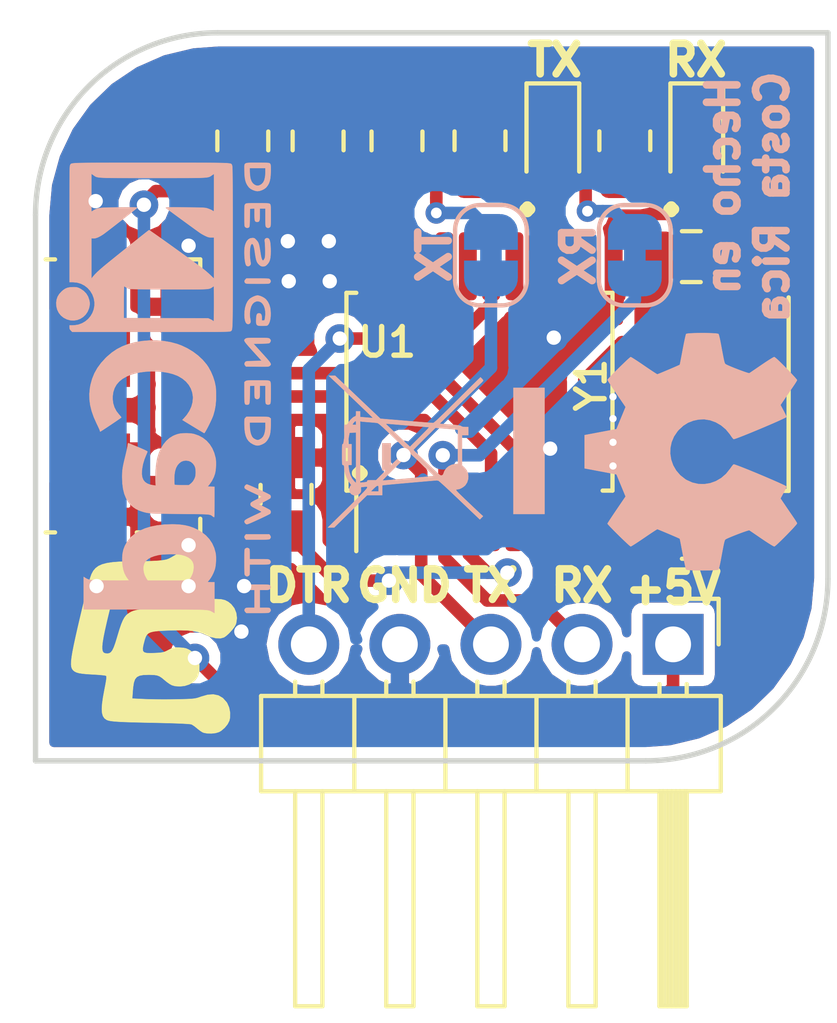
<source format=kicad_pcb>
(kicad_pcb (version 20171130) (host pcbnew 5.0.2+dfsg1-1~bpo9+1)

  (general
    (thickness 1.6)
    (drawings 19)
    (tracks 127)
    (zones 0)
    (modules 20)
    (nets 27)
  )

  (page A4)
  (layers
    (0 F.Cu signal)
    (31 B.Cu signal)
    (32 B.Adhes user)
    (33 F.Adhes user)
    (34 B.Paste user)
    (35 F.Paste user)
    (36 B.SilkS user)
    (37 F.SilkS user)
    (38 B.Mask user)
    (39 F.Mask user)
    (40 Dwgs.User user hide)
    (41 Cmts.User user)
    (42 Eco1.User user)
    (43 Eco2.User user)
    (44 Edge.Cuts user)
    (45 Margin user)
    (46 B.CrtYd user)
    (47 F.CrtYd user)
    (48 B.Fab user hide)
    (49 F.Fab user hide)
  )

  (setup
    (last_trace_width 0.35)
    (user_trace_width 0.35)
    (user_trace_width 0.5)
    (user_trace_width 1)
    (user_trace_width 1.5)
    (user_trace_width 2)
    (user_trace_width 2.5)
    (user_trace_width 3)
    (user_trace_width 3.5)
    (trace_clearance 0.2)
    (zone_clearance 0.308)
    (zone_45_only no)
    (trace_min 0.2)
    (segment_width 0.2)
    (edge_width 0.15)
    (via_size 0.8)
    (via_drill 0.4)
    (via_min_size 0.4)
    (via_min_drill 0.3)
    (uvia_size 0.3)
    (uvia_drill 0.1)
    (uvias_allowed no)
    (uvia_min_size 0.2)
    (uvia_min_drill 0.1)
    (pcb_text_width 0.3)
    (pcb_text_size 1.5 1.5)
    (mod_edge_width 0.15)
    (mod_text_size 1 1)
    (mod_text_width 0.15)
    (pad_size 1.05 0.95)
    (pad_drill 0)
    (pad_to_mask_clearance 0.051)
    (solder_mask_min_width 0.25)
    (aux_axis_origin 0 0)
    (visible_elements FFFFFF7F)
    (pcbplotparams
      (layerselection 0x010fc_ffffffff)
      (usegerberextensions false)
      (usegerberattributes false)
      (usegerberadvancedattributes false)
      (creategerberjobfile false)
      (excludeedgelayer true)
      (linewidth 0.100000)
      (plotframeref false)
      (viasonmask false)
      (mode 1)
      (useauxorigin false)
      (hpglpennumber 1)
      (hpglpenspeed 20)
      (hpglpendiameter 15.000000)
      (psnegative false)
      (psa4output false)
      (plotreference true)
      (plotvalue true)
      (plotinvisibletext false)
      (padsonsilk false)
      (subtractmaskfromsilk false)
      (outputformat 1)
      (mirror false)
      (drillshape 1)
      (scaleselection 1)
      (outputdirectory ""))
  )

  (net 0 "")
  (net 1 XI)
  (net 2 GND)
  (net 3 XO)
  (net 4 +5V)
  (net 5 VCC)
  (net 6 +3V3)
  (net 7 "Net-(J1-Pad2)")
  (net 8 "Net-(J1-Pad4)")
  (net 9 "Net-(J1-Pad3)")
  (net 10 TX)
  (net 11 RX)
  (net 12 "Net-(U1-Pad1)")
  (net 13 "Net-(U1-Pad2)")
  (net 14 "Net-(U1-Pad11)")
  (net 15 "Net-(U1-Pad12)")
  (net 16 "Net-(U1-Pad13)")
  (net 17 "Net-(U1-Pad14)")
  (net 18 "Net-(U1-Pad17)")
  (net 19 "Net-(U1-Pad18)")
  (net 20 "Net-(U1-Pad20)")
  (net 21 "Net-(D1-Pad2)")
  (net 22 "Net-(D2-Pad2)")
  (net 23 "Net-(JP1-Pad2)")
  (net 24 "Net-(JP2-Pad2)")
  (net 25 "Net-(U1-Pad16)")
  (net 26 DTR)

  (net_class Default "This is the default net class."
    (clearance 0.2)
    (trace_width 0.25)
    (via_dia 0.8)
    (via_drill 0.4)
    (uvia_dia 0.3)
    (uvia_drill 0.1)
    (add_net +3V3)
    (add_net +5V)
    (add_net DTR)
    (add_net GND)
    (add_net "Net-(D1-Pad2)")
    (add_net "Net-(D2-Pad2)")
    (add_net "Net-(J1-Pad2)")
    (add_net "Net-(J1-Pad3)")
    (add_net "Net-(J1-Pad4)")
    (add_net "Net-(JP1-Pad2)")
    (add_net "Net-(JP2-Pad2)")
    (add_net "Net-(U1-Pad1)")
    (add_net "Net-(U1-Pad11)")
    (add_net "Net-(U1-Pad12)")
    (add_net "Net-(U1-Pad13)")
    (add_net "Net-(U1-Pad14)")
    (add_net "Net-(U1-Pad16)")
    (add_net "Net-(U1-Pad17)")
    (add_net "Net-(U1-Pad18)")
    (add_net "Net-(U1-Pad2)")
    (add_net "Net-(U1-Pad20)")
    (add_net RX)
    (add_net TX)
    (add_net VCC)
    (add_net XI)
    (add_net XO)
  )

  (module Package_SO:SSOP-20_5.3x7.2mm_P0.65mm (layer F.Cu) (tedit 5F33453C) (tstamp 5F345E4B)
    (at 142.5296 87.4372 90)
    (descr "SSOP, 20 Pin (http://ww1.microchip.com/downloads/en/DeviceDoc/40001800C.pdf), generated with kicad-footprint-generator ipc_gullwing_generator.py")
    (tags "SSOP SO")
    (path /5F32F21D)
    (attr smd)
    (fp_text reference U1 (at 1.382 -2.5756 180) (layer F.SilkS)
      (effects (font (size 0.8 0.8) (thickness 0.15)))
    )
    (fp_text value CH340T (at 0 4.55 90) (layer F.Fab)
      (effects (font (size 1 1) (thickness 0.15)))
    )
    (fp_line (start 0 3.71) (end 2.76 3.71) (layer F.SilkS) (width 0.12))
    (fp_line (start 2.76 3.71) (end 2.76 3.435) (layer F.SilkS) (width 0.12))
    (fp_line (start 0 3.71) (end -2.76 3.71) (layer F.SilkS) (width 0.12))
    (fp_line (start -2.76 3.71) (end -2.76 3.435) (layer F.SilkS) (width 0.12))
    (fp_line (start 0 -3.71) (end 2.76 -3.71) (layer F.SilkS) (width 0.12))
    (fp_line (start 2.76 -3.71) (end 2.76 -3.435) (layer F.SilkS) (width 0.12))
    (fp_line (start 0 -3.71) (end -2.76 -3.71) (layer F.SilkS) (width 0.12))
    (fp_line (start -2.76 -3.71) (end -2.76 -3.435) (layer F.SilkS) (width 0.12))
    (fp_line (start -2.76 -3.435) (end -4.45 -3.435) (layer F.SilkS) (width 0.12))
    (fp_line (start -1.65 -3.6) (end 2.65 -3.6) (layer F.Fab) (width 0.1))
    (fp_line (start 2.65 -3.6) (end 2.65 3.6) (layer F.Fab) (width 0.1))
    (fp_line (start 2.65 3.6) (end -2.65 3.6) (layer F.Fab) (width 0.1))
    (fp_line (start -2.65 3.6) (end -2.65 -2.6) (layer F.Fab) (width 0.1))
    (fp_line (start -2.65 -2.6) (end -1.65 -3.6) (layer F.Fab) (width 0.1))
    (fp_line (start -4.7 -3.85) (end -4.7 3.85) (layer F.CrtYd) (width 0.05))
    (fp_line (start -4.7 3.85) (end 4.7 3.85) (layer F.CrtYd) (width 0.05))
    (fp_line (start 4.7 3.85) (end 4.7 -3.85) (layer F.CrtYd) (width 0.05))
    (fp_line (start 4.7 -3.85) (end -4.7 -3.85) (layer F.CrtYd) (width 0.05))
    (fp_text user %R (at 0 0 90) (layer F.Fab)
      (effects (font (size 1 1) (thickness 0.15)))
    )
    (pad 1 smd roundrect (at -3.5 -2.925 90) (size 1.9 0.5) (layers F.Cu F.Paste F.Mask) (roundrect_rratio 0.25)
      (net 12 "Net-(U1-Pad1)"))
    (pad 2 smd roundrect (at -3.5 -2.275 90) (size 1.9 0.5) (layers F.Cu F.Paste F.Mask) (roundrect_rratio 0.25)
      (net 13 "Net-(U1-Pad2)"))
    (pad 3 smd roundrect (at -3.5 -1.625 90) (size 1.9 0.5) (layers F.Cu F.Paste F.Mask) (roundrect_rratio 0.25)
      (net 10 TX))
    (pad 4 smd roundrect (at -3.5 -0.975 90) (size 1.9 0.5) (layers F.Cu F.Paste F.Mask) (roundrect_rratio 0.25)
      (net 11 RX))
    (pad 5 smd roundrect (at -3.5 -0.325 90) (size 1.9 0.5) (layers F.Cu F.Paste F.Mask) (roundrect_rratio 0.25)
      (net 6 +3V3))
    (pad 6 smd roundrect (at -3.5 0.325 90) (size 1.9 0.5) (layers F.Cu F.Paste F.Mask) (roundrect_rratio 0.25)
      (net 9 "Net-(J1-Pad3)"))
    (pad 7 smd roundrect (at -3.5 0.975 90) (size 1.9 0.5) (layers F.Cu F.Paste F.Mask) (roundrect_rratio 0.25)
      (net 7 "Net-(J1-Pad2)"))
    (pad 8 smd roundrect (at -3.5 1.625 90) (size 1.9 0.5) (layers F.Cu F.Paste F.Mask) (roundrect_rratio 0.25)
      (net 2 GND))
    (pad 9 smd roundrect (at -3.5 2.275 90) (size 1.9 0.5) (layers F.Cu F.Paste F.Mask) (roundrect_rratio 0.25)
      (net 1 XI))
    (pad 10 smd roundrect (at -3.5 2.925 90) (size 1.9 0.5) (layers F.Cu F.Paste F.Mask) (roundrect_rratio 0.25)
      (net 3 XO))
    (pad 11 smd roundrect (at 3.5 2.925 90) (size 1.9 0.5) (layers F.Cu F.Paste F.Mask) (roundrect_rratio 0.25)
      (net 14 "Net-(U1-Pad11)"))
    (pad 12 smd roundrect (at 3.5 2.275 90) (size 1.9 0.5) (layers F.Cu F.Paste F.Mask) (roundrect_rratio 0.25)
      (net 15 "Net-(U1-Pad12)"))
    (pad 13 smd roundrect (at 3.5 1.625 90) (size 1.9 0.5) (layers F.Cu F.Paste F.Mask) (roundrect_rratio 0.25)
      (net 16 "Net-(U1-Pad13)"))
    (pad 14 smd roundrect (at 3.5 0.975 90) (size 1.9 0.5) (layers F.Cu F.Paste F.Mask) (roundrect_rratio 0.25)
      (net 17 "Net-(U1-Pad14)"))
    (pad 15 smd roundrect (at 3.5 0.325 90) (size 1.9 0.5) (layers F.Cu F.Paste F.Mask) (roundrect_rratio 0.25)
      (net 26 DTR))
    (pad 16 smd roundrect (at 3.5 -0.325 90) (size 1.9 0.5) (layers F.Cu F.Paste F.Mask) (roundrect_rratio 0.25)
      (net 25 "Net-(U1-Pad16)"))
    (pad 17 smd roundrect (at 3.5 -0.975 90) (size 1.9 0.5) (layers F.Cu F.Paste F.Mask) (roundrect_rratio 0.25)
      (net 18 "Net-(U1-Pad17)"))
    (pad 18 smd roundrect (at 3.5 -1.625 90) (size 1.9 0.5) (layers F.Cu F.Paste F.Mask) (roundrect_rratio 0.25)
      (net 19 "Net-(U1-Pad18)"))
    (pad 19 smd roundrect (at 3.5 -2.275 90) (size 1.9 0.5) (layers F.Cu F.Paste F.Mask) (roundrect_rratio 0.25)
      (net 5 VCC))
    (pad 20 smd roundrect (at 3.5 -2.925 90) (size 1.9 0.5) (layers F.Cu F.Paste F.Mask) (roundrect_rratio 0.25)
      (net 20 "Net-(U1-Pad20)"))
    (model ${KISYS3DMOD}/Package_SO.3dshapes/SSOP-20_5.3x7.2mm_P0.65mm.wrl
      (at (xyz 0 0 0))
      (scale (xyz 1 1 1))
      (rotate (xyz 0 0 0))
    )
  )

  (module Crystal:Crystal_SMD_3225-4Pin_3.2x2.5mm_HandSoldering (layer F.Cu) (tedit 5F33462B) (tstamp 5F3425FB)
    (at 148.9018 87.5052 90)
    (descr "SMD Crystal SERIES SMD3225/4 http://www.txccrystal.com/images/pdf/7m-accuracy.pdf, hand-soldering, 3.2x2.5mm^2 package")
    (tags "SMD SMT crystal hand-soldering")
    (path /5F332671)
    (attr smd)
    (fp_text reference Y1 (at 0.2562 -3.2582 270) (layer F.SilkS)
      (effects (font (size 0.8 0.8) (thickness 0.15)))
    )
    (fp_text value CRYSTAL-12MHZ" (at 0 3.05 90) (layer F.Fab) hide
      (effects (font (size 1 1) (thickness 0.15)))
    )
    (fp_line (start 2.8 -2.3) (end -2.8 -2.3) (layer F.CrtYd) (width 0.05))
    (fp_line (start 2.8 2.3) (end 2.8 -2.3) (layer F.CrtYd) (width 0.05))
    (fp_line (start -2.8 2.3) (end 2.8 2.3) (layer F.CrtYd) (width 0.05))
    (fp_line (start -2.8 -2.3) (end -2.8 2.3) (layer F.CrtYd) (width 0.05))
    (fp_line (start -2.7 2.25) (end 2.7 2.25) (layer F.SilkS) (width 0.12))
    (fp_line (start -2.7 -2.25) (end -2.7 2.25) (layer F.SilkS) (width 0.12))
    (fp_line (start -1.6 0.25) (end -0.6 1.25) (layer F.Fab) (width 0.1))
    (fp_line (start 1.6 -1.25) (end -1.6 -1.25) (layer F.Fab) (width 0.1))
    (fp_line (start 1.6 1.25) (end 1.6 -1.25) (layer F.Fab) (width 0.1))
    (fp_line (start -1.6 1.25) (end 1.6 1.25) (layer F.Fab) (width 0.1))
    (fp_line (start -1.6 -1.25) (end -1.6 1.25) (layer F.Fab) (width 0.1))
    (fp_text user %R (at 0 0 90) (layer F.Fab)
      (effects (font (size 0.7 0.7) (thickness 0.105)))
    )
    (pad 4 smd rect (at -1.45 -1.15 90) (size 2.1 1.8) (layers F.Cu F.Paste F.Mask))
    (pad 3 smd rect (at 1.45 -1.15 90) (size 2.1 1.8) (layers F.Cu F.Paste F.Mask)
      (net 3 XO))
    (pad 2 smd rect (at 1.45 1.15 90) (size 2.1 1.8) (layers F.Cu F.Paste F.Mask))
    (pad 1 smd rect (at -1.45 1.15 90) (size 2.1 1.8) (layers F.Cu F.Paste F.Mask)
      (net 1 XI))
    (model ${KISYS3DMOD}/Crystal.3dshapes/Crystal_SMD_3225-4Pin_3.2x2.5mm_HandSoldering.wrl
      (at (xyz 0 0 0))
      (scale (xyz 1 1 1))
      (rotate (xyz 0 0 0))
    )
  )

  (module Connector_PinHeader_2.54mm:PinHeader_1x05_P2.54mm_Horizontal (layer F.Cu) (tedit 5F335C2B) (tstamp 5F341E16)
    (at 147.9296 94.488 270)
    (descr "Through hole angled pin header, 1x05, 2.54mm pitch, 6mm pin length, single row")
    (tags "Through hole angled pin header THT 1x05 2.54mm single row")
    (path /5F33D856)
    (fp_text reference J2 (at 4.385 -2.27 270) (layer F.SilkS) hide
      (effects (font (size 1 1) (thickness 0.15)))
    )
    (fp_text value Conn_01x05 (at 4.385 12.43 270) (layer F.Fab)
      (effects (font (size 1 1) (thickness 0.15)))
    )
    (fp_line (start 2.135 -1.27) (end 4.04 -1.27) (layer F.Fab) (width 0.1))
    (fp_line (start 4.04 -1.27) (end 4.04 11.43) (layer F.Fab) (width 0.1))
    (fp_line (start 4.04 11.43) (end 1.5 11.43) (layer F.Fab) (width 0.1))
    (fp_line (start 1.5 11.43) (end 1.5 -0.635) (layer F.Fab) (width 0.1))
    (fp_line (start 1.5 -0.635) (end 2.135 -1.27) (layer F.Fab) (width 0.1))
    (fp_line (start -0.32 -0.32) (end 1.5 -0.32) (layer F.Fab) (width 0.1))
    (fp_line (start -0.32 -0.32) (end -0.32 0.32) (layer F.Fab) (width 0.1))
    (fp_line (start -0.32 0.32) (end 1.5 0.32) (layer F.Fab) (width 0.1))
    (fp_line (start 4.04 -0.32) (end 10.04 -0.32) (layer F.Fab) (width 0.1))
    (fp_line (start 10.04 -0.32) (end 10.04 0.32) (layer F.Fab) (width 0.1))
    (fp_line (start 4.04 0.32) (end 10.04 0.32) (layer F.Fab) (width 0.1))
    (fp_line (start -0.32 2.22) (end 1.5 2.22) (layer F.Fab) (width 0.1))
    (fp_line (start -0.32 2.22) (end -0.32 2.86) (layer F.Fab) (width 0.1))
    (fp_line (start -0.32 2.86) (end 1.5 2.86) (layer F.Fab) (width 0.1))
    (fp_line (start 4.04 2.22) (end 10.04 2.22) (layer F.Fab) (width 0.1))
    (fp_line (start 10.04 2.22) (end 10.04 2.86) (layer F.Fab) (width 0.1))
    (fp_line (start 4.04 2.86) (end 10.04 2.86) (layer F.Fab) (width 0.1))
    (fp_line (start -0.32 4.76) (end 1.5 4.76) (layer F.Fab) (width 0.1))
    (fp_line (start -0.32 4.76) (end -0.32 5.4) (layer F.Fab) (width 0.1))
    (fp_line (start -0.32 5.4) (end 1.5 5.4) (layer F.Fab) (width 0.1))
    (fp_line (start 4.04 4.76) (end 10.04 4.76) (layer F.Fab) (width 0.1))
    (fp_line (start 10.04 4.76) (end 10.04 5.4) (layer F.Fab) (width 0.1))
    (fp_line (start 4.04 5.4) (end 10.04 5.4) (layer F.Fab) (width 0.1))
    (fp_line (start -0.32 7.3) (end 1.5 7.3) (layer F.Fab) (width 0.1))
    (fp_line (start -0.32 7.3) (end -0.32 7.94) (layer F.Fab) (width 0.1))
    (fp_line (start -0.32 7.94) (end 1.5 7.94) (layer F.Fab) (width 0.1))
    (fp_line (start 4.04 7.3) (end 10.04 7.3) (layer F.Fab) (width 0.1))
    (fp_line (start 10.04 7.3) (end 10.04 7.94) (layer F.Fab) (width 0.1))
    (fp_line (start 4.04 7.94) (end 10.04 7.94) (layer F.Fab) (width 0.1))
    (fp_line (start -0.32 9.84) (end 1.5 9.84) (layer F.Fab) (width 0.1))
    (fp_line (start -0.32 9.84) (end -0.32 10.48) (layer F.Fab) (width 0.1))
    (fp_line (start -0.32 10.48) (end 1.5 10.48) (layer F.Fab) (width 0.1))
    (fp_line (start 4.04 9.84) (end 10.04 9.84) (layer F.Fab) (width 0.1))
    (fp_line (start 10.04 9.84) (end 10.04 10.48) (layer F.Fab) (width 0.1))
    (fp_line (start 4.04 10.48) (end 10.04 10.48) (layer F.Fab) (width 0.1))
    (fp_line (start 1.44 -1.33) (end 1.44 11.49) (layer F.SilkS) (width 0.12))
    (fp_line (start 1.44 11.49) (end 4.1 11.49) (layer F.SilkS) (width 0.12))
    (fp_line (start 4.1 11.49) (end 4.1 -1.33) (layer F.SilkS) (width 0.12))
    (fp_line (start 4.1 -1.33) (end 1.44 -1.33) (layer F.SilkS) (width 0.12))
    (fp_line (start 4.1 -0.38) (end 10.1 -0.38) (layer F.SilkS) (width 0.12))
    (fp_line (start 10.1 -0.38) (end 10.1 0.38) (layer F.SilkS) (width 0.12))
    (fp_line (start 10.1 0.38) (end 4.1 0.38) (layer F.SilkS) (width 0.12))
    (fp_line (start 4.1 -0.32) (end 10.1 -0.32) (layer F.SilkS) (width 0.12))
    (fp_line (start 4.1 -0.2) (end 10.1 -0.2) (layer F.SilkS) (width 0.12))
    (fp_line (start 4.1 -0.08) (end 10.1 -0.08) (layer F.SilkS) (width 0.12))
    (fp_line (start 4.1 0.04) (end 10.1 0.04) (layer F.SilkS) (width 0.12))
    (fp_line (start 4.1 0.16) (end 10.1 0.16) (layer F.SilkS) (width 0.12))
    (fp_line (start 4.1 0.28) (end 10.1 0.28) (layer F.SilkS) (width 0.12))
    (fp_line (start 1.11 -0.38) (end 1.44 -0.38) (layer F.SilkS) (width 0.12))
    (fp_line (start 1.11 0.38) (end 1.44 0.38) (layer F.SilkS) (width 0.12))
    (fp_line (start 1.44 1.27) (end 4.1 1.27) (layer F.SilkS) (width 0.12))
    (fp_line (start 4.1 2.16) (end 10.1 2.16) (layer F.SilkS) (width 0.12))
    (fp_line (start 10.1 2.16) (end 10.1 2.92) (layer F.SilkS) (width 0.12))
    (fp_line (start 10.1 2.92) (end 4.1 2.92) (layer F.SilkS) (width 0.12))
    (fp_line (start 1.042929 2.16) (end 1.44 2.16) (layer F.SilkS) (width 0.12))
    (fp_line (start 1.042929 2.92) (end 1.44 2.92) (layer F.SilkS) (width 0.12))
    (fp_line (start 1.44 3.81) (end 4.1 3.81) (layer F.SilkS) (width 0.12))
    (fp_line (start 4.1 4.7) (end 10.1 4.7) (layer F.SilkS) (width 0.12))
    (fp_line (start 10.1 4.7) (end 10.1 5.46) (layer F.SilkS) (width 0.12))
    (fp_line (start 10.1 5.46) (end 4.1 5.46) (layer F.SilkS) (width 0.12))
    (fp_line (start 1.042929 4.7) (end 1.44 4.7) (layer F.SilkS) (width 0.12))
    (fp_line (start 1.042929 5.46) (end 1.44 5.46) (layer F.SilkS) (width 0.12))
    (fp_line (start 1.44 6.35) (end 4.1 6.35) (layer F.SilkS) (width 0.12))
    (fp_line (start 4.1 7.24) (end 10.1 7.24) (layer F.SilkS) (width 0.12))
    (fp_line (start 10.1 7.24) (end 10.1 8) (layer F.SilkS) (width 0.12))
    (fp_line (start 10.1 8) (end 4.1 8) (layer F.SilkS) (width 0.12))
    (fp_line (start 1.042929 7.24) (end 1.44 7.24) (layer F.SilkS) (width 0.12))
    (fp_line (start 1.042929 8) (end 1.44 8) (layer F.SilkS) (width 0.12))
    (fp_line (start 1.44 8.89) (end 4.1 8.89) (layer F.SilkS) (width 0.12))
    (fp_line (start 4.1 9.78) (end 10.1 9.78) (layer F.SilkS) (width 0.12))
    (fp_line (start 10.1 9.78) (end 10.1 10.54) (layer F.SilkS) (width 0.12))
    (fp_line (start 10.1 10.54) (end 4.1 10.54) (layer F.SilkS) (width 0.12))
    (fp_line (start 1.042929 9.78) (end 1.44 9.78) (layer F.SilkS) (width 0.12))
    (fp_line (start 1.042929 10.54) (end 1.44 10.54) (layer F.SilkS) (width 0.12))
    (fp_line (start -1.27 0) (end -1.27 -1.27) (layer F.SilkS) (width 0.12))
    (fp_line (start -1.27 -1.27) (end 0 -1.27) (layer F.SilkS) (width 0.12))
    (fp_line (start -1.8 -1.8) (end -1.8 11.95) (layer F.CrtYd) (width 0.05))
    (fp_line (start -1.8 11.95) (end 10.55 11.95) (layer F.CrtYd) (width 0.05))
    (fp_line (start 10.55 11.95) (end 10.55 -1.8) (layer F.CrtYd) (width 0.05))
    (fp_line (start 10.55 -1.8) (end -1.8 -1.8) (layer F.CrtYd) (width 0.05))
    (fp_text user %R (at 2.77 5.08) (layer F.Fab)
      (effects (font (size 1 1) (thickness 0.15)))
    )
    (pad 1 thru_hole rect (at 0 0 270) (size 1.7 1.7) (drill 1) (layers *.Cu *.Mask)
      (net 4 +5V))
    (pad 2 thru_hole oval (at 0 2.54 270) (size 1.7 1.7) (drill 1) (layers *.Cu *.Mask)
      (net 11 RX))
    (pad 3 thru_hole oval (at 0 5.08 270) (size 1.7 1.7) (drill 1) (layers *.Cu *.Mask)
      (net 10 TX))
    (pad 4 thru_hole oval (at 0 7.62 270) (size 1.7 1.7) (drill 1) (layers *.Cu *.Mask)
      (net 2 GND))
    (pad 5 thru_hole oval (at 0 10.16 270) (size 1.7 1.7) (drill 1) (layers *.Cu *.Mask)
      (net 26 DTR))
    (model ${KISYS3DMOD}/Connector_PinHeader_2.54mm.3dshapes/PinHeader_1x05_P2.54mm_Horizontal.wrl
      (at (xyz 0 0 0))
      (scale (xyz 1 1 1))
      (rotate (xyz 0 0 0))
    )
  )

  (module Capacitor_SMD:C_0805_2012Metric_Pad1.15x1.40mm_HandSolder (layer F.Cu) (tedit 5F335B9A) (tstamp 5F342826)
    (at 148.4376 91.3892)
    (descr "Capacitor SMD 0805 (2012 Metric), square (rectangular) end terminal, IPC_7351 nominal with elongated pad for handsoldering. (Body size source: https://docs.google.com/spreadsheets/d/1BsfQQcO9C6DZCsRaXUlFlo91Tg2WpOkGARC1WS5S8t0/edit?usp=sharing), generated with kicad-footprint-generator")
    (tags "capacitor handsolder")
    (path /5F332761)
    (attr smd)
    (fp_text reference C1 (at 2.6326 0.1016 180) (layer F.SilkS) hide
      (effects (font (size 0.8 0.8) (thickness 0.15)))
    )
    (fp_text value 22pF (at 0 1.65) (layer F.Fab)
      (effects (font (size 1 1) (thickness 0.15)))
    )
    (fp_text user %R (at 0 0) (layer F.Fab)
      (effects (font (size 0.5 0.5) (thickness 0.08)))
    )
    (fp_line (start 1.85 0.95) (end -1.85 0.95) (layer F.CrtYd) (width 0.05))
    (fp_line (start 1.85 -0.95) (end 1.85 0.95) (layer F.CrtYd) (width 0.05))
    (fp_line (start -1.85 -0.95) (end 1.85 -0.95) (layer F.CrtYd) (width 0.05))
    (fp_line (start -1.85 0.95) (end -1.85 -0.95) (layer F.CrtYd) (width 0.05))
    (fp_line (start -0.261252 0.71) (end 0.261252 0.71) (layer F.SilkS) (width 0.12))
    (fp_line (start -0.261252 -0.71) (end 0.261252 -0.71) (layer F.SilkS) (width 0.12))
    (fp_line (start 1 0.6) (end -1 0.6) (layer F.Fab) (width 0.1))
    (fp_line (start 1 -0.6) (end 1 0.6) (layer F.Fab) (width 0.1))
    (fp_line (start -1 -0.6) (end 1 -0.6) (layer F.Fab) (width 0.1))
    (fp_line (start -1 0.6) (end -1 -0.6) (layer F.Fab) (width 0.1))
    (pad 2 smd roundrect (at 1.025 0) (size 1.15 1.4) (layers F.Cu F.Paste F.Mask) (roundrect_rratio 0.217391)
      (net 1 XI))
    (pad 1 smd roundrect (at -1.025 0) (size 1.15 1.4) (layers F.Cu F.Paste F.Mask) (roundrect_rratio 0.217391)
      (net 2 GND))
    (model ${KISYS3DMOD}/Capacitor_SMD.3dshapes/C_0805_2012Metric.wrl
      (at (xyz 0 0 0))
      (scale (xyz 1 1 1))
      (rotate (xyz 0 0 0))
    )
  )

  (module Capacitor_SMD:C_0805_2012Metric_Pad1.15x1.40mm_HandSolder (layer F.Cu) (tedit 5F335B97) (tstamp 5F345D9A)
    (at 148.4376 83.6676 180)
    (descr "Capacitor SMD 0805 (2012 Metric), square (rectangular) end terminal, IPC_7351 nominal with elongated pad for handsoldering. (Body size source: https://docs.google.com/spreadsheets/d/1BsfQQcO9C6DZCsRaXUlFlo91Tg2WpOkGARC1WS5S8t0/edit?usp=sharing), generated with kicad-footprint-generator")
    (tags "capacitor handsolder")
    (path /5F3327DB)
    (attr smd)
    (fp_text reference C2 (at -2.6326 0.1397) (layer F.SilkS) hide
      (effects (font (size 0.8 0.8) (thickness 0.15)))
    )
    (fp_text value 22pF (at 0 1.65 180) (layer F.Fab)
      (effects (font (size 1 1) (thickness 0.15)))
    )
    (fp_line (start -1 0.6) (end -1 -0.6) (layer F.Fab) (width 0.1))
    (fp_line (start -1 -0.6) (end 1 -0.6) (layer F.Fab) (width 0.1))
    (fp_line (start 1 -0.6) (end 1 0.6) (layer F.Fab) (width 0.1))
    (fp_line (start 1 0.6) (end -1 0.6) (layer F.Fab) (width 0.1))
    (fp_line (start -0.261252 -0.71) (end 0.261252 -0.71) (layer F.SilkS) (width 0.12))
    (fp_line (start -0.261252 0.71) (end 0.261252 0.71) (layer F.SilkS) (width 0.12))
    (fp_line (start -1.85 0.95) (end -1.85 -0.95) (layer F.CrtYd) (width 0.05))
    (fp_line (start -1.85 -0.95) (end 1.85 -0.95) (layer F.CrtYd) (width 0.05))
    (fp_line (start 1.85 -0.95) (end 1.85 0.95) (layer F.CrtYd) (width 0.05))
    (fp_line (start 1.85 0.95) (end -1.85 0.95) (layer F.CrtYd) (width 0.05))
    (fp_text user %R (at 0 0 180) (layer F.Fab)
      (effects (font (size 0.5 0.5) (thickness 0.08)))
    )
    (pad 1 smd roundrect (at -1.025 0 180) (size 1.15 1.4) (layers F.Cu F.Paste F.Mask) (roundrect_rratio 0.217391)
      (net 2 GND))
    (pad 2 smd roundrect (at 1.025 0 180) (size 1.15 1.4) (layers F.Cu F.Paste F.Mask) (roundrect_rratio 0.217391)
      (net 3 XO))
    (model ${KISYS3DMOD}/Capacitor_SMD.3dshapes/C_0805_2012Metric.wrl
      (at (xyz 0 0 0))
      (scale (xyz 1 1 1))
      (rotate (xyz 0 0 0))
    )
  )

  (module Capacitor_SMD:C_0805_2012Metric_Pad1.15x1.40mm_HandSolder (layer F.Cu) (tedit 5F335B8B) (tstamp 5F345DAB)
    (at 135.9296 80.4372 90)
    (descr "Capacitor SMD 0805 (2012 Metric), square (rectangular) end terminal, IPC_7351 nominal with elongated pad for handsoldering. (Body size source: https://docs.google.com/spreadsheets/d/1BsfQQcO9C6DZCsRaXUlFlo91Tg2WpOkGARC1WS5S8t0/edit?usp=sharing), generated with kicad-footprint-generator")
    (tags "capacitor handsolder")
    (path /5F32F5B1)
    (attr smd)
    (fp_text reference C3 (at -2.475 0.05) (layer F.SilkS) hide
      (effects (font (size 1 1) (thickness 0.15)))
    )
    (fp_text value 10uF (at 0 1.65 90) (layer F.Fab)
      (effects (font (size 1 1) (thickness 0.15)))
    )
    (fp_line (start -1 0.6) (end -1 -0.6) (layer F.Fab) (width 0.1))
    (fp_line (start -1 -0.6) (end 1 -0.6) (layer F.Fab) (width 0.1))
    (fp_line (start 1 -0.6) (end 1 0.6) (layer F.Fab) (width 0.1))
    (fp_line (start 1 0.6) (end -1 0.6) (layer F.Fab) (width 0.1))
    (fp_line (start -0.261252 -0.71) (end 0.261252 -0.71) (layer F.SilkS) (width 0.12))
    (fp_line (start -0.261252 0.71) (end 0.261252 0.71) (layer F.SilkS) (width 0.12))
    (fp_line (start -1.85 0.95) (end -1.85 -0.95) (layer F.CrtYd) (width 0.05))
    (fp_line (start -1.85 -0.95) (end 1.85 -0.95) (layer F.CrtYd) (width 0.05))
    (fp_line (start 1.85 -0.95) (end 1.85 0.95) (layer F.CrtYd) (width 0.05))
    (fp_line (start 1.85 0.95) (end -1.85 0.95) (layer F.CrtYd) (width 0.05))
    (fp_text user %R (at 0 0 90) (layer F.Fab)
      (effects (font (size 0.5 0.5) (thickness 0.08)))
    )
    (pad 1 smd roundrect (at -1.025 0 90) (size 1.15 1.4) (layers F.Cu F.Paste F.Mask) (roundrect_rratio 0.217391)
      (net 2 GND))
    (pad 2 smd roundrect (at 1.025 0 90) (size 1.15 1.4) (layers F.Cu F.Paste F.Mask) (roundrect_rratio 0.217391)
      (net 4 +5V))
    (model ${KISYS3DMOD}/Capacitor_SMD.3dshapes/C_0805_2012Metric.wrl
      (at (xyz 0 0 0))
      (scale (xyz 1 1 1))
      (rotate (xyz 0 0 0))
    )
  )

  (module Capacitor_SMD:C_0805_2012Metric_Pad1.15x1.40mm_HandSolder (layer F.Cu) (tedit 5F335B91) (tstamp 5F3472CF)
    (at 140.2296 80.4372 270)
    (descr "Capacitor SMD 0805 (2012 Metric), square (rectangular) end terminal, IPC_7351 nominal with elongated pad for handsoldering. (Body size source: https://docs.google.com/spreadsheets/d/1BsfQQcO9C6DZCsRaXUlFlo91Tg2WpOkGARC1WS5S8t0/edit?usp=sharing), generated with kicad-footprint-generator")
    (tags "capacitor handsolder")
    (path /5F33135B)
    (attr smd)
    (fp_text reference C4 (at -2.4084 0.1) (layer F.SilkS) hide
      (effects (font (size 0.8 0.8) (thickness 0.15)))
    )
    (fp_text value 0.47uF (at 0 1.65 270) (layer F.Fab)
      (effects (font (size 1 1) (thickness 0.15)))
    )
    (fp_line (start -1 0.6) (end -1 -0.6) (layer F.Fab) (width 0.1))
    (fp_line (start -1 -0.6) (end 1 -0.6) (layer F.Fab) (width 0.1))
    (fp_line (start 1 -0.6) (end 1 0.6) (layer F.Fab) (width 0.1))
    (fp_line (start 1 0.6) (end -1 0.6) (layer F.Fab) (width 0.1))
    (fp_line (start -0.261252 -0.71) (end 0.261252 -0.71) (layer F.SilkS) (width 0.12))
    (fp_line (start -0.261252 0.71) (end 0.261252 0.71) (layer F.SilkS) (width 0.12))
    (fp_line (start -1.85 0.95) (end -1.85 -0.95) (layer F.CrtYd) (width 0.05))
    (fp_line (start -1.85 -0.95) (end 1.85 -0.95) (layer F.CrtYd) (width 0.05))
    (fp_line (start 1.85 -0.95) (end 1.85 0.95) (layer F.CrtYd) (width 0.05))
    (fp_line (start 1.85 0.95) (end -1.85 0.95) (layer F.CrtYd) (width 0.05))
    (fp_text user %R (at 0 0 270) (layer F.Fab)
      (effects (font (size 0.5 0.5) (thickness 0.08)))
    )
    (pad 1 smd roundrect (at -1.025 0 270) (size 1.15 1.4) (layers F.Cu F.Paste F.Mask) (roundrect_rratio 0.217391)
      (net 2 GND))
    (pad 2 smd roundrect (at 1.025 0 270) (size 1.15 1.4) (layers F.Cu F.Paste F.Mask) (roundrect_rratio 0.217391)
      (net 5 VCC))
    (model ${KISYS3DMOD}/Capacitor_SMD.3dshapes/C_0805_2012Metric.wrl
      (at (xyz 0 0 0))
      (scale (xyz 1 1 1))
      (rotate (xyz 0 0 0))
    )
  )

  (module Capacitor_SMD:C_0805_2012Metric_Pad1.15x1.40mm_HandSolder (layer F.Cu) (tedit 5F335F7A) (tstamp 5F345DCD)
    (at 137.1346 90.3007 270)
    (descr "Capacitor SMD 0805 (2012 Metric), square (rectangular) end terminal, IPC_7351 nominal with elongated pad for handsoldering. (Body size source: https://docs.google.com/spreadsheets/d/1BsfQQcO9C6DZCsRaXUlFlo91Tg2WpOkGARC1WS5S8t0/edit?usp=sharing), generated with kicad-footprint-generator")
    (tags "capacitor handsolder")
    (path /5F32F6BA)
    (attr smd)
    (fp_text reference C5 (at -2.4421 0.0762 180) (layer F.SilkS) hide
      (effects (font (size 0.8 0.8) (thickness 0.15)))
    )
    (fp_text value 1uF (at 0 1.65 270) (layer F.Fab)
      (effects (font (size 1 1) (thickness 0.15)))
    )
    (fp_text user %R (at 0 0 270) (layer F.Fab)
      (effects (font (size 0.5 0.5) (thickness 0.08)))
    )
    (fp_line (start 1.85 0.95) (end -1.85 0.95) (layer F.CrtYd) (width 0.05))
    (fp_line (start 1.85 -0.95) (end 1.85 0.95) (layer F.CrtYd) (width 0.05))
    (fp_line (start -1.85 -0.95) (end 1.85 -0.95) (layer F.CrtYd) (width 0.05))
    (fp_line (start -1.85 0.95) (end -1.85 -0.95) (layer F.CrtYd) (width 0.05))
    (fp_line (start -0.261252 0.71) (end 0.261252 0.71) (layer F.SilkS) (width 0.12))
    (fp_line (start -0.261252 -0.71) (end 0.261252 -0.71) (layer F.SilkS) (width 0.12))
    (fp_line (start 1 0.6) (end -1 0.6) (layer F.Fab) (width 0.1))
    (fp_line (start 1 -0.6) (end 1 0.6) (layer F.Fab) (width 0.1))
    (fp_line (start -1 -0.6) (end 1 -0.6) (layer F.Fab) (width 0.1))
    (fp_line (start -1 0.6) (end -1 -0.6) (layer F.Fab) (width 0.1))
    (pad 2 smd roundrect (at 1.025 0 270) (size 1.15 1.4) (layers F.Cu F.Paste F.Mask) (roundrect_rratio 0.217391)
      (net 6 +3V3))
    (pad 1 smd roundrect (at -1.025 0 270) (size 1.15 1.4) (layers F.Cu F.Paste F.Mask) (roundrect_rratio 0.217391)
      (net 2 GND))
    (model ${KISYS3DMOD}/Capacitor_SMD.3dshapes/C_0805_2012Metric.wrl
      (at (xyz 0 0 0))
      (scale (xyz 1 1 1))
      (rotate (xyz 0 0 0))
    )
  )

  (module Resistor_SMD:R_0805_2012Metric_Pad1.15x1.40mm_HandSolder (layer F.Cu) (tedit 5F335B8E) (tstamp 5F345E20)
    (at 138.0296 80.4372 90)
    (descr "Resistor SMD 0805 (2012 Metric), square (rectangular) end terminal, IPC_7351 nominal with elongated pad for handsoldering. (Body size source: https://docs.google.com/spreadsheets/d/1BsfQQcO9C6DZCsRaXUlFlo91Tg2WpOkGARC1WS5S8t0/edit?usp=sharing), generated with kicad-footprint-generator")
    (tags "resistor handsolder")
    (path /5F33163A)
    (attr smd)
    (fp_text reference R1 (at 2.4084 0.0448 180) (layer F.SilkS) hide
      (effects (font (size 0.8 0.8) (thickness 0.15)))
    )
    (fp_text value 10 (at 0 1.65 90) (layer F.Fab)
      (effects (font (size 1 1) (thickness 0.15)))
    )
    (fp_line (start -1 0.6) (end -1 -0.6) (layer F.Fab) (width 0.1))
    (fp_line (start -1 -0.6) (end 1 -0.6) (layer F.Fab) (width 0.1))
    (fp_line (start 1 -0.6) (end 1 0.6) (layer F.Fab) (width 0.1))
    (fp_line (start 1 0.6) (end -1 0.6) (layer F.Fab) (width 0.1))
    (fp_line (start -0.261252 -0.71) (end 0.261252 -0.71) (layer F.SilkS) (width 0.12))
    (fp_line (start -0.261252 0.71) (end 0.261252 0.71) (layer F.SilkS) (width 0.12))
    (fp_line (start -1.85 0.95) (end -1.85 -0.95) (layer F.CrtYd) (width 0.05))
    (fp_line (start -1.85 -0.95) (end 1.85 -0.95) (layer F.CrtYd) (width 0.05))
    (fp_line (start 1.85 -0.95) (end 1.85 0.95) (layer F.CrtYd) (width 0.05))
    (fp_line (start 1.85 0.95) (end -1.85 0.95) (layer F.CrtYd) (width 0.05))
    (fp_text user %R (at 0 0 90) (layer F.Fab)
      (effects (font (size 0.5 0.5) (thickness 0.08)))
    )
    (pad 1 smd roundrect (at -1.025 0 90) (size 1.15 1.4) (layers F.Cu F.Paste F.Mask) (roundrect_rratio 0.217391)
      (net 5 VCC))
    (pad 2 smd roundrect (at 1.025 0 90) (size 1.15 1.4) (layers F.Cu F.Paste F.Mask) (roundrect_rratio 0.217391)
      (net 4 +5V))
    (model ${KISYS3DMOD}/Resistor_SMD.3dshapes/R_0805_2012Metric.wrl
      (at (xyz 0 0 0))
      (scale (xyz 1 1 1))
      (rotate (xyz 0 0 0))
    )
  )

  (module Connector_USB:USB_Micro-B_Molex_47346-0001 (layer F.Cu) (tedit 5F3341F1) (tstamp 5F34012E)
    (at 133.033 87.5538 270)
    (descr "Micro USB B receptable with flange, bottom-mount, SMD, right-angle (http://www.molex.com/pdm_docs/sd/473460001_sd.pdf)")
    (tags "Micro B USB SMD")
    (path /5F32F831)
    (attr smd)
    (fp_text reference J1 (at 0 -3.3 90) (layer F.SilkS) hide
      (effects (font (size 1 1) (thickness 0.15)))
    )
    (fp_text value USB_OTG (at 0 4.6 90) (layer F.Fab)
      (effects (font (size 1 1) (thickness 0.15)))
    )
    (fp_text user "PCB Edge" (at 0 2.67 90) (layer Dwgs.User)
      (effects (font (size 0.4 0.4) (thickness 0.04)))
    )
    (fp_text user %R (at 0 1.2 270) (layer F.Fab)
      (effects (font (size 1 1) (thickness 0.15)))
    )
    (fp_line (start 3.81 -1.71) (end 3.43 -1.71) (layer F.SilkS) (width 0.12))
    (fp_line (start 4.7 3.85) (end -4.7 3.85) (layer F.CrtYd) (width 0.05))
    (fp_line (start 4.7 -2.65) (end 4.7 3.85) (layer F.CrtYd) (width 0.05))
    (fp_line (start -4.7 -2.65) (end 4.7 -2.65) (layer F.CrtYd) (width 0.05))
    (fp_line (start -4.7 3.85) (end -4.7 -2.65) (layer F.CrtYd) (width 0.05))
    (fp_line (start 3.75 3.35) (end -3.75 3.35) (layer F.Fab) (width 0.1))
    (fp_line (start 3.75 -1.65) (end 3.75 3.35) (layer F.Fab) (width 0.1))
    (fp_line (start -3.75 -1.65) (end 3.75 -1.65) (layer F.Fab) (width 0.1))
    (fp_line (start -3.75 3.35) (end -3.75 -1.65) (layer F.Fab) (width 0.1))
    (fp_line (start 3.81 2.34) (end 3.81 2.6) (layer F.SilkS) (width 0.12))
    (fp_line (start 3.81 -1.71) (end 3.81 0.06) (layer F.SilkS) (width 0.12))
    (fp_line (start -3.81 -1.71) (end -3.43 -1.71) (layer F.SilkS) (width 0.12))
    (fp_line (start -3.81 0.06) (end -3.81 -1.71) (layer F.SilkS) (width 0.12))
    (fp_line (start -3.81 2.6) (end -3.81 2.34) (layer F.SilkS) (width 0.12))
    (fp_line (start -3.25 2.65) (end 3.25 2.65) (layer F.Fab) (width 0.1))
    (pad 1 smd rect (at -1.3 -1.46 270) (size 0.45 1.38) (layers F.Cu F.Paste F.Mask)
      (net 4 +5V))
    (pad 2 smd rect (at -0.65 -1.46 270) (size 0.45 1.38) (layers F.Cu F.Paste F.Mask)
      (net 7 "Net-(J1-Pad2)"))
    (pad 3 smd rect (at 0 -1.46 270) (size 0.45 1.38) (layers F.Cu F.Paste F.Mask)
      (net 9 "Net-(J1-Pad3)"))
    (pad 4 smd rect (at 0.65 -1.46 270) (size 0.45 1.38) (layers F.Cu F.Paste F.Mask)
      (net 8 "Net-(J1-Pad4)"))
    (pad 5 smd rect (at 1.3 -1.46 270) (size 0.45 1.38) (layers F.Cu F.Paste F.Mask)
      (net 2 GND))
    (pad 6 smd rect (at -2.4875 -1.375 270) (size 1.425 1.55) (layers F.Cu F.Paste F.Mask)
      (net 2 GND))
    (pad 6 smd rect (at 2.4875 -1.375 270) (size 1.425 1.55) (layers F.Cu F.Paste F.Mask)
      (net 2 GND))
    (pad 6 smd rect (at -3.375 1.2 270) (size 1.65 1.3) (layers F.Cu F.Paste F.Mask)
      (net 2 GND))
    (pad 6 smd rect (at 3.375 1.2 270) (size 1.65 1.3) (layers F.Cu F.Paste F.Mask)
      (net 2 GND))
    (pad 6 smd rect (at -1.15 1.2 270) (size 1.8 1.9) (layers F.Cu F.Paste F.Mask)
      (net 2 GND))
    (pad 6 smd rect (at 1.55 1.2 270) (size 1 1.9) (layers F.Cu F.Paste F.Mask)
      (net 2 GND))
    (model ${KISYS3DMOD}/Connector_USB.3dshapes/USB_Micro-B_Molex_47346-0001.wrl
      (at (xyz 0 0 0))
      (scale (xyz 1 1 1))
      (rotate (xyz 0 0 0))
    )
  )

  (module LED_SMD:LED_0603_1608Metric_Pad1.05x0.95mm_HandSolder (layer F.Cu) (tedit 5F335A71) (tstamp 5F341209)
    (at 144.5768 80.4926 270)
    (descr "LED SMD 0603 (1608 Metric), square (rectangular) end terminal, IPC_7351 nominal, (Body size source: http://www.tortai-tech.com/upload/download/2011102023233369053.pdf), generated with kicad-footprint-generator")
    (tags "LED handsolder")
    (path /5F33BE29)
    (attr smd)
    (fp_text reference D1 (at -2.2352 -0.0254) (layer F.SilkS) hide
      (effects (font (size 0.8 0.8) (thickness 0.15)))
    )
    (fp_text value LED (at 0 1.43 270) (layer F.Fab)
      (effects (font (size 1 1) (thickness 0.15)))
    )
    (fp_line (start 0.8 -0.4) (end -0.5 -0.4) (layer F.Fab) (width 0.1))
    (fp_line (start -0.5 -0.4) (end -0.8 -0.1) (layer F.Fab) (width 0.1))
    (fp_line (start -0.8 -0.1) (end -0.8 0.4) (layer F.Fab) (width 0.1))
    (fp_line (start -0.8 0.4) (end 0.8 0.4) (layer F.Fab) (width 0.1))
    (fp_line (start 0.8 0.4) (end 0.8 -0.4) (layer F.Fab) (width 0.1))
    (fp_line (start 0.8 -0.735) (end -1.66 -0.735) (layer F.SilkS) (width 0.12))
    (fp_line (start -1.66 -0.735) (end -1.66 0.735) (layer F.SilkS) (width 0.12))
    (fp_line (start -1.66 0.735) (end 0.8 0.735) (layer F.SilkS) (width 0.12))
    (fp_line (start -1.65 0.73) (end -1.65 -0.73) (layer F.CrtYd) (width 0.05))
    (fp_line (start -1.65 -0.73) (end 1.65 -0.73) (layer F.CrtYd) (width 0.05))
    (fp_line (start 1.65 -0.73) (end 1.65 0.73) (layer F.CrtYd) (width 0.05))
    (fp_line (start 1.65 0.73) (end -1.65 0.73) (layer F.CrtYd) (width 0.05))
    (fp_text user %R (at 0 0 270) (layer F.Fab)
      (effects (font (size 0.4 0.4) (thickness 0.06)))
    )
    (pad 1 smd roundrect (at -0.875 0 270) (size 1.05 0.95) (layers F.Cu F.Paste F.Mask) (roundrect_rratio 0.25)
      (net 2 GND))
    (pad 2 smd roundrect (at 0.875 0 270) (size 1.05 0.95) (layers F.Cu F.Paste F.Mask) (roundrect_rratio 0.25)
      (net 21 "Net-(D1-Pad2)"))
    (model ${KISYS3DMOD}/LED_SMD.3dshapes/LED_0603_1608Metric.wrl
      (at (xyz 0 0 0))
      (scale (xyz 1 1 1))
      (rotate (xyz 0 0 0))
    )
  )

  (module LED_SMD:LED_0603_1608Metric_Pad1.05x0.95mm_HandSolder (layer F.Cu) (tedit 5F335A1B) (tstamp 5F34123F)
    (at 148.59 80.4926 270)
    (descr "LED SMD 0603 (1608 Metric), square (rectangular) end terminal, IPC_7351 nominal, (Body size source: http://www.tortai-tech.com/upload/download/2011102023233369053.pdf), generated with kicad-footprint-generator")
    (tags "LED handsolder")
    (path /5F33BF1A)
    (attr smd)
    (fp_text reference D2 (at -2.2606 -0.0508) (layer F.SilkS) hide
      (effects (font (size 0.8 0.8) (thickness 0.15)))
    )
    (fp_text value LED (at 0 1.43 270) (layer F.Fab)
      (effects (font (size 1 1) (thickness 0.15)))
    )
    (fp_text user %R (at 0 0 270) (layer F.Fab)
      (effects (font (size 0.4 0.4) (thickness 0.06)))
    )
    (fp_line (start 1.65 0.73) (end -1.65 0.73) (layer F.CrtYd) (width 0.05))
    (fp_line (start 1.65 -0.73) (end 1.65 0.73) (layer F.CrtYd) (width 0.05))
    (fp_line (start -1.65 -0.73) (end 1.65 -0.73) (layer F.CrtYd) (width 0.05))
    (fp_line (start -1.65 0.73) (end -1.65 -0.73) (layer F.CrtYd) (width 0.05))
    (fp_line (start -1.66 0.735) (end 0.8 0.735) (layer F.SilkS) (width 0.12))
    (fp_line (start -1.66 -0.735) (end -1.66 0.735) (layer F.SilkS) (width 0.12))
    (fp_line (start 0.8 -0.735) (end -1.66 -0.735) (layer F.SilkS) (width 0.12))
    (fp_line (start 0.8 0.4) (end 0.8 -0.4) (layer F.Fab) (width 0.1))
    (fp_line (start -0.8 0.4) (end 0.8 0.4) (layer F.Fab) (width 0.1))
    (fp_line (start -0.8 -0.1) (end -0.8 0.4) (layer F.Fab) (width 0.1))
    (fp_line (start -0.5 -0.4) (end -0.8 -0.1) (layer F.Fab) (width 0.1))
    (fp_line (start 0.8 -0.4) (end -0.5 -0.4) (layer F.Fab) (width 0.1))
    (pad 2 smd roundrect (at 0.875 0 270) (size 1.05 0.95) (layers F.Cu F.Paste F.Mask) (roundrect_rratio 0.25)
      (net 22 "Net-(D2-Pad2)"))
    (pad 1 smd roundrect (at -0.875 0 270) (size 1.05 0.95) (layers F.Cu F.Paste F.Mask) (roundrect_rratio 0.25)
      (net 2 GND))
    (model ${KISYS3DMOD}/LED_SMD.3dshapes/LED_0603_1608Metric.wrl
      (at (xyz 0 0 0))
      (scale (xyz 1 1 1))
      (rotate (xyz 0 0 0))
    )
  )

  (module Resistor_SMD:R_0805_2012Metric_Pad1.15x1.40mm_HandSolder (layer F.Cu) (tedit 5F335A2B) (tstamp 5F3411D7)
    (at 142.5448 80.4328 90)
    (descr "Resistor SMD 0805 (2012 Metric), square (rectangular) end terminal, IPC_7351 nominal with elongated pad for handsoldering. (Body size source: https://docs.google.com/spreadsheets/d/1BsfQQcO9C6DZCsRaXUlFlo91Tg2WpOkGARC1WS5S8t0/edit?usp=sharing), generated with kicad-footprint-generator")
    (tags "resistor handsolder")
    (path /5F33BFFA)
    (attr smd)
    (fp_text reference R2 (at 2.3786 -0.0508 180) (layer F.SilkS) hide
      (effects (font (size 0.8 0.8) (thickness 0.15)))
    )
    (fp_text value 1k (at 0 1.65 90) (layer F.Fab)
      (effects (font (size 1 1) (thickness 0.15)))
    )
    (fp_line (start -1 0.6) (end -1 -0.6) (layer F.Fab) (width 0.1))
    (fp_line (start -1 -0.6) (end 1 -0.6) (layer F.Fab) (width 0.1))
    (fp_line (start 1 -0.6) (end 1 0.6) (layer F.Fab) (width 0.1))
    (fp_line (start 1 0.6) (end -1 0.6) (layer F.Fab) (width 0.1))
    (fp_line (start -0.261252 -0.71) (end 0.261252 -0.71) (layer F.SilkS) (width 0.12))
    (fp_line (start -0.261252 0.71) (end 0.261252 0.71) (layer F.SilkS) (width 0.12))
    (fp_line (start -1.85 0.95) (end -1.85 -0.95) (layer F.CrtYd) (width 0.05))
    (fp_line (start -1.85 -0.95) (end 1.85 -0.95) (layer F.CrtYd) (width 0.05))
    (fp_line (start 1.85 -0.95) (end 1.85 0.95) (layer F.CrtYd) (width 0.05))
    (fp_line (start 1.85 0.95) (end -1.85 0.95) (layer F.CrtYd) (width 0.05))
    (fp_text user %R (at 0 0 90) (layer F.Fab)
      (effects (font (size 0.5 0.5) (thickness 0.08)))
    )
    (pad 1 smd roundrect (at -1.025 0 90) (size 1.15 1.4) (layers F.Cu F.Paste F.Mask) (roundrect_rratio 0.217391)
      (net 21 "Net-(D1-Pad2)"))
    (pad 2 smd roundrect (at 1.025 0 90) (size 1.15 1.4) (layers F.Cu F.Paste F.Mask) (roundrect_rratio 0.217391)
      (net 23 "Net-(JP1-Pad2)"))
    (model ${KISYS3DMOD}/Resistor_SMD.3dshapes/R_0805_2012Metric.wrl
      (at (xyz 0 0 0))
      (scale (xyz 1 1 1))
      (rotate (xyz 0 0 0))
    )
  )

  (module Resistor_SMD:R_0805_2012Metric_Pad1.15x1.40mm_HandSolder (layer F.Cu) (tedit 5F335A28) (tstamp 5F341968)
    (at 146.5834 80.4328 90)
    (descr "Resistor SMD 0805 (2012 Metric), square (rectangular) end terminal, IPC_7351 nominal with elongated pad for handsoldering. (Body size source: https://docs.google.com/spreadsheets/d/1BsfQQcO9C6DZCsRaXUlFlo91Tg2WpOkGARC1WS5S8t0/edit?usp=sharing), generated with kicad-footprint-generator")
    (tags "resistor handsolder")
    (path /5F33C0E0)
    (attr smd)
    (fp_text reference R3 (at 2.3786 0 180) (layer F.SilkS) hide
      (effects (font (size 0.8 0.8) (thickness 0.15)))
    )
    (fp_text value 1k (at 0 1.65 90) (layer F.Fab)
      (effects (font (size 1 1) (thickness 0.15)))
    )
    (fp_text user %R (at 0 0 90) (layer F.Fab)
      (effects (font (size 0.5 0.5) (thickness 0.08)))
    )
    (fp_line (start 1.85 0.95) (end -1.85 0.95) (layer F.CrtYd) (width 0.05))
    (fp_line (start 1.85 -0.95) (end 1.85 0.95) (layer F.CrtYd) (width 0.05))
    (fp_line (start -1.85 -0.95) (end 1.85 -0.95) (layer F.CrtYd) (width 0.05))
    (fp_line (start -1.85 0.95) (end -1.85 -0.95) (layer F.CrtYd) (width 0.05))
    (fp_line (start -0.261252 0.71) (end 0.261252 0.71) (layer F.SilkS) (width 0.12))
    (fp_line (start -0.261252 -0.71) (end 0.261252 -0.71) (layer F.SilkS) (width 0.12))
    (fp_line (start 1 0.6) (end -1 0.6) (layer F.Fab) (width 0.1))
    (fp_line (start 1 -0.6) (end 1 0.6) (layer F.Fab) (width 0.1))
    (fp_line (start -1 -0.6) (end 1 -0.6) (layer F.Fab) (width 0.1))
    (fp_line (start -1 0.6) (end -1 -0.6) (layer F.Fab) (width 0.1))
    (pad 2 smd roundrect (at 1.025 0 90) (size 1.15 1.4) (layers F.Cu F.Paste F.Mask) (roundrect_rratio 0.217391)
      (net 24 "Net-(JP2-Pad2)"))
    (pad 1 smd roundrect (at -1.025 0 90) (size 1.15 1.4) (layers F.Cu F.Paste F.Mask) (roundrect_rratio 0.217391)
      (net 22 "Net-(D2-Pad2)"))
    (model ${KISYS3DMOD}/Resistor_SMD.3dshapes/R_0805_2012Metric.wrl
      (at (xyz 0 0 0))
      (scale (xyz 1 1 1))
      (rotate (xyz 0 0 0))
    )
  )

  (module Jumper:SolderJumper-2_P1.3mm_Bridged_RoundedPad1.0x1.5mm (layer B.Cu) (tedit 5F335BAB) (tstamp 5F3417CD)
    (at 142.8496 83.6272 90)
    (descr "SMD Solder Jumper, 1x1.5mm, rounded Pads, 0.3mm gap, bridged with 1 copper strip")
    (tags "solder jumper open")
    (path /5F33BC27)
    (attr virtual)
    (fp_text reference JP1 (at 0 1.8 90) (layer B.SilkS) hide
      (effects (font (size 1 1) (thickness 0.15)) (justify mirror))
    )
    (fp_text value SolderJumper_2_Bridged (at 0 -1.9 90) (layer B.Fab)
      (effects (font (size 1 1) (thickness 0.15)) (justify mirror))
    )
    (fp_arc (start 0.7 0.3) (end 1.4 0.3) (angle 90) (layer B.SilkS) (width 0.12))
    (fp_arc (start 0.7 -0.3) (end 0.7 -1) (angle 90) (layer B.SilkS) (width 0.12))
    (fp_arc (start -0.7 -0.3) (end -1.4 -0.3) (angle 90) (layer B.SilkS) (width 0.12))
    (fp_arc (start -0.7 0.3) (end -0.7 1) (angle 90) (layer B.SilkS) (width 0.12))
    (fp_line (start -1.4 -0.3) (end -1.4 0.3) (layer B.SilkS) (width 0.12))
    (fp_line (start 0.7 -1) (end -0.7 -1) (layer B.SilkS) (width 0.12))
    (fp_line (start 1.4 0.3) (end 1.4 -0.3) (layer B.SilkS) (width 0.12))
    (fp_line (start -0.7 1) (end 0.7 1) (layer B.SilkS) (width 0.12))
    (fp_line (start -1.65 1.25) (end 1.65 1.25) (layer B.CrtYd) (width 0.05))
    (fp_line (start -1.65 1.25) (end -1.65 -1.25) (layer B.CrtYd) (width 0.05))
    (fp_line (start 1.65 -1.25) (end 1.65 1.25) (layer B.CrtYd) (width 0.05))
    (fp_line (start 1.65 -1.25) (end -1.65 -1.25) (layer B.CrtYd) (width 0.05))
    (fp_poly (pts (xy 0.25 0.3) (xy -0.25 0.3) (xy -0.25 -0.3) (xy 0.25 -0.3)) (layer B.Cu) (width 0))
    (pad 2 smd custom (at 0.65 0 90) (size 1 0.5) (layers B.Cu B.Mask)
      (net 23 "Net-(JP1-Pad2)") (zone_connect 2)
      (options (clearance outline) (anchor rect))
      (primitives
        (gr_circle (center 0 -0.25) (end 0.5 -0.25) (width 0))
        (gr_circle (center 0 0.25) (end 0.5 0.25) (width 0))
        (gr_poly (pts
           (xy 0 0.75) (xy -0.5 0.75) (xy -0.5 -0.75) (xy 0 -0.75)) (width 0))
      ))
    (pad 1 smd custom (at -0.65 0 90) (size 1 0.5) (layers B.Cu B.Mask)
      (net 10 TX) (zone_connect 2)
      (options (clearance outline) (anchor rect))
      (primitives
        (gr_circle (center 0 -0.25) (end 0.5 -0.25) (width 0))
        (gr_circle (center 0 0.25) (end 0.5 0.25) (width 0))
        (gr_poly (pts
           (xy 0 0.75) (xy 0.5 0.75) (xy 0.5 -0.75) (xy 0 -0.75)) (width 0))
      ))
  )

  (module Jumper:SolderJumper-2_P1.3mm_Bridged_RoundedPad1.0x1.5mm (layer B.Cu) (tedit 5F335BA6) (tstamp 5F3417E0)
    (at 146.8628 83.6272 90)
    (descr "SMD Solder Jumper, 1x1.5mm, rounded Pads, 0.3mm gap, bridged with 1 copper strip")
    (tags "solder jumper open")
    (path /5F33BCBE)
    (attr virtual)
    (fp_text reference JP2 (at 0 1.8 90) (layer B.SilkS) hide
      (effects (font (size 1 1) (thickness 0.15)) (justify mirror))
    )
    (fp_text value SolderJumper_2_Bridged (at 0 -1.9 90) (layer B.Fab)
      (effects (font (size 1 1) (thickness 0.15)) (justify mirror))
    )
    (fp_poly (pts (xy 0.25 0.3) (xy -0.25 0.3) (xy -0.25 -0.3) (xy 0.25 -0.3)) (layer B.Cu) (width 0))
    (fp_line (start 1.65 -1.25) (end -1.65 -1.25) (layer B.CrtYd) (width 0.05))
    (fp_line (start 1.65 -1.25) (end 1.65 1.25) (layer B.CrtYd) (width 0.05))
    (fp_line (start -1.65 1.25) (end -1.65 -1.25) (layer B.CrtYd) (width 0.05))
    (fp_line (start -1.65 1.25) (end 1.65 1.25) (layer B.CrtYd) (width 0.05))
    (fp_line (start -0.7 1) (end 0.7 1) (layer B.SilkS) (width 0.12))
    (fp_line (start 1.4 0.3) (end 1.4 -0.3) (layer B.SilkS) (width 0.12))
    (fp_line (start 0.7 -1) (end -0.7 -1) (layer B.SilkS) (width 0.12))
    (fp_line (start -1.4 -0.3) (end -1.4 0.3) (layer B.SilkS) (width 0.12))
    (fp_arc (start -0.7 0.3) (end -0.7 1) (angle 90) (layer B.SilkS) (width 0.12))
    (fp_arc (start -0.7 -0.3) (end -1.4 -0.3) (angle 90) (layer B.SilkS) (width 0.12))
    (fp_arc (start 0.7 -0.3) (end 0.7 -1) (angle 90) (layer B.SilkS) (width 0.12))
    (fp_arc (start 0.7 0.3) (end 1.4 0.3) (angle 90) (layer B.SilkS) (width 0.12))
    (pad 1 smd custom (at -0.65 0 90) (size 1 0.5) (layers B.Cu B.Mask)
      (net 11 RX) (zone_connect 2)
      (options (clearance outline) (anchor rect))
      (primitives
        (gr_circle (center 0 -0.25) (end 0.5 -0.25) (width 0))
        (gr_circle (center 0 0.25) (end 0.5 0.25) (width 0))
        (gr_poly (pts
           (xy 0 0.75) (xy 0.5 0.75) (xy 0.5 -0.75) (xy 0 -0.75)) (width 0))
      ))
    (pad 2 smd custom (at 0.65 0 90) (size 1 0.5) (layers B.Cu B.Mask)
      (net 24 "Net-(JP2-Pad2)") (zone_connect 2)
      (options (clearance outline) (anchor rect))
      (primitives
        (gr_circle (center 0 -0.25) (end 0.5 -0.25) (width 0))
        (gr_circle (center 0 0.25) (end 0.5 0.25) (width 0))
        (gr_poly (pts
           (xy 0 0.75) (xy -0.5 0.75) (xy -0.5 -0.75) (xy 0 -0.75)) (width 0))
      ))
  )

  (module Custom:ce_logo_4_6_x_5_1 (layer F.Cu) (tedit 0) (tstamp 5F336FF9)
    (at 133.4516 94.4372)
    (fp_text reference G*** (at 0 0) (layer F.SilkS) hide
      (effects (font (size 1.524 1.524) (thickness 0.3)))
    )
    (fp_text value LOGO (at 0.75 0) (layer F.SilkS) hide
      (effects (font (size 1.524 1.524) (thickness 0.3)))
    )
    (fp_poly (pts (xy 1.050115 -2.510536) (xy 1.103634 -2.495551) (xy 1.16118 -2.466317) (xy 1.199725 -2.44335)
      (xy 1.312352 -2.351153) (xy 1.391885 -2.23683) (xy 1.438693 -2.108171) (xy 1.453144 -1.972969)
      (xy 1.435609 -1.839015) (xy 1.386457 -1.714102) (xy 1.306056 -1.60602) (xy 1.194776 -1.522561)
      (xy 1.155187 -1.503387) (xy 0.993681 -1.458379) (xy 0.823432 -1.455921) (xy 0.652791 -1.495659)
      (xy 0.577022 -1.527739) (xy 0.523334 -1.553134) (xy 0.475491 -1.572288) (xy 0.425272 -1.586528)
      (xy 0.364452 -1.597177) (xy 0.284807 -1.605561) (xy 0.178116 -1.613005) (xy 0.036153 -1.620833)
      (xy -0.018219 -1.623643) (xy -0.263161 -1.633032) (xy -0.480913 -1.634901) (xy -0.668174 -1.629479)
      (xy -0.821641 -1.616998) (xy -0.938012 -1.597688) (xy -1.013984 -1.571779) (xy -1.039453 -1.552377)
      (xy -1.064763 -1.504064) (xy -1.097957 -1.413053) (xy -1.138278 -1.282011) (xy -1.184965 -1.113605)
      (xy -1.237261 -0.910504) (xy -1.294407 -0.675374) (xy -1.320106 -0.565842) (xy -1.370595 -0.341705)
      (xy -1.40804 -0.158092) (xy -1.432603 -0.011276) (xy -1.444448 0.102472) (xy -1.44374 0.186881)
      (xy -1.430642 0.245677) (xy -1.405319 0.28259) (xy -1.367933 0.301347) (xy -1.35831 0.303372)
      (xy -1.295012 0.309368) (xy -1.242631 0.300126) (xy -1.1978 0.270866) (xy -1.157151 0.216806)
      (xy -1.117317 0.133163) (xy -1.07493 0.015156) (xy -1.026622 -0.141997) (xy -1.013885 -0.185682)
      (xy -0.959158 -0.366742) (xy -0.910522 -0.508482) (xy -0.865207 -0.616905) (xy -0.820444 -0.698015)
      (xy -0.773461 -0.757815) (xy -0.73337 -0.793621) (xy -0.682052 -0.829402) (xy -0.627091 -0.859215)
      (xy -0.563502 -0.883832) (xy -0.486296 -0.904024) (xy -0.390486 -0.920561) (xy -0.271084 -0.934215)
      (xy -0.123104 -0.945757) (xy 0.058444 -0.955957) (xy 0.278545 -0.965586) (xy 0.412165 -0.970709)
      (xy 0.588074 -0.977861) (xy 0.75466 -0.985816) (xy 0.904648 -0.994136) (xy 1.030761 -1.002381)
      (xy 1.125724 -1.010112) (xy 1.182262 -1.016892) (xy 1.184374 -1.017278) (xy 1.287168 -1.04991)
      (xy 1.396354 -1.105811) (xy 1.427337 -1.125926) (xy 1.492813 -1.169083) (xy 1.545088 -1.194764)
      (xy 1.600496 -1.207458) (xy 1.675373 -1.211652) (xy 1.7404 -1.211951) (xy 1.875827 -1.204715)
      (xy 1.981624 -1.180027) (xy 2.072709 -1.132616) (xy 2.155342 -1.065319) (xy 2.240674 -0.956395)
      (xy 2.293713 -0.824617) (xy 2.311798 -0.682554) (xy 2.292267 -0.542775) (xy 2.275837 -0.496202)
      (xy 2.234483 -0.425299) (xy 2.168566 -0.34091) (xy 2.090559 -0.256624) (xy 2.012934 -0.186028)
      (xy 1.95398 -0.145567) (xy 1.853964 -0.117715) (xy 1.730169 -0.121505) (xy 1.591277 -0.155731)
      (xy 1.454017 -0.214942) (xy 1.348607 -0.262193) (xy 1.232031 -0.297934) (xy 1.097839 -0.322955)
      (xy 0.939579 -0.338043) (xy 0.750797 -0.343989) (xy 0.525043 -0.341581) (xy 0.439401 -0.339023)
      (xy 0.250729 -0.33157) (xy 0.102551 -0.32195) (xy -0.010822 -0.307912) (xy -0.095078 -0.287207)
      (xy -0.155906 -0.257581) (xy -0.198993 -0.216786) (xy -0.23003 -0.162569) (xy -0.254702 -0.092679)
      (xy -0.263811 -0.060752) (xy -0.298789 0.074594) (xy -0.314733 0.171955) (xy -0.30714 0.237182)
      (xy -0.27151 0.276125) (xy -0.203343 0.294634) (xy -0.098136 0.29856) (xy 0.01016 0.295358)
      (xy 0.126549 0.28962) (xy 0.210004 0.281563) (xy 0.273771 0.268317) (xy 0.331095 0.24701)
      (xy 0.395221 0.214774) (xy 0.404091 0.209986) (xy 0.480776 0.170863) (xy 0.541969 0.149165)
      (xy 0.606821 0.140769) (xy 0.694484 0.141554) (xy 0.717631 0.142502) (xy 0.819628 0.150051)
      (xy 0.89443 0.165514) (xy 0.96094 0.193973) (xy 1.005553 0.21991) (xy 1.128948 0.315262)
      (xy 1.211003 0.425896) (xy 1.255729 0.558361) (xy 1.266016 0.645432) (xy 1.261813 0.808473)
      (xy 1.226843 0.940056) (xy 1.158172 1.045577) (xy 1.052866 1.130429) (xy 0.981364 1.168785)
      (xy 0.858318 1.208504) (xy 0.720408 1.223819) (xy 0.586717 1.213921) (xy 0.500072 1.189204)
      (xy 0.438778 1.155223) (xy 0.362473 1.101563) (xy 0.298506 1.049147) (xy 0.220934 0.983961)
      (xy 0.154211 0.940741) (xy 0.085053 0.915058) (xy 0.000177 0.902482) (xy -0.113702 0.898585)
      (xy -0.153471 0.898446) (xy -0.295224 0.903448) (xy -0.401412 0.922301) (xy -0.47768 0.960774)
      (xy -0.529674 1.024636) (xy -0.563039 1.119656) (xy -0.583419 1.251602) (xy -0.591421 1.346003)
      (xy -0.606817 1.565017) (xy -0.250323 1.581724) (xy -0.113547 1.586387) (xy 0.055277 1.589432)
      (xy 0.242039 1.590765) (xy 0.43263 1.590289) (xy 0.612941 1.587909) (xy 0.624585 1.587673)
      (xy 0.793726 1.583936) (xy 0.924333 1.580093) (xy 1.024053 1.575307) (xy 1.100528 1.56874)
      (xy 1.161402 1.559557) (xy 1.21432 1.54692) (xy 1.266924 1.529992) (xy 1.316182 1.51195)
      (xy 1.498091 1.460122) (xy 1.659004 1.449256) (xy 1.799555 1.479512) (xy 1.920379 1.551049)
      (xy 2.022112 1.664027) (xy 2.041997 1.694463) (xy 2.095016 1.816343) (xy 2.121678 1.957418)
      (xy 2.119633 2.098258) (xy 2.101031 2.182825) (xy 2.05101 2.280567) (xy 1.971755 2.377844)
      (xy 1.877644 2.458998) (xy 1.812637 2.49692) (xy 1.719119 2.524867) (xy 1.606007 2.537736)
      (xy 1.491058 2.535361) (xy 1.392034 2.517579) (xy 1.350819 2.501185) (xy 1.291051 2.462807)
      (xy 1.221165 2.409159) (xy 1.193748 2.385625) (xy 1.128986 2.333771) (xy 1.066255 2.293097)
      (xy 1.043657 2.282053) (xy 1.004218 2.275212) (xy 0.92169 2.268301) (xy 0.799165 2.261452)
      (xy 0.639737 2.254799) (xy 0.446496 2.248473) (xy 0.222537 2.242607) (xy 0.023091 2.238329)
      (xy -0.254565 2.232631) (xy -0.489887 2.227119) (xy -0.686719 2.22156) (xy -0.848906 2.215717)
      (xy -0.980294 2.209354) (xy -1.084727 2.202236) (xy -1.166051 2.194127) (xy -1.22811 2.184791)
      (xy -1.27475 2.173994) (xy -1.309816 2.161499) (xy -1.321563 2.155921) (xy -1.379581 2.113683)
      (xy -1.420556 2.052521) (xy -1.444778 1.96832) (xy -1.452536 1.856968) (xy -1.44412 1.714351)
      (xy -1.419818 1.536355) (xy -1.380325 1.320891) (xy -1.352479 1.177646) (xy -1.33414 1.073325)
      (xy -1.324628 1.001806) (xy -1.323264 0.95697) (xy -1.329368 0.932695) (xy -1.336416 0.925401)
      (xy -1.369798 0.917382) (xy -1.440044 0.908588) (xy -1.537865 0.899932) (xy -1.653974 0.892328)
      (xy -1.693968 0.890241) (xy -1.862842 0.880339) (xy -1.992462 0.868321) (xy -2.089752 0.852737)
      (xy -2.161634 0.832138) (xy -2.215033 0.805074) (xy -2.254018 0.77299) (xy -2.282502 0.734704)
      (xy -2.301131 0.683481) (xy -2.309558 0.614883) (xy -2.307441 0.524471) (xy -2.29443 0.407805)
      (xy -2.27018 0.260449) (xy -2.234347 0.077962) (xy -2.186583 -0.144093) (xy -2.180409 -0.171923)
      (xy -2.126086 -0.412203) (xy -2.068856 -0.658218) (xy -2.010597 -0.902362) (xy -1.953186 -1.137025)
      (xy -1.898501 -1.354602) (xy -1.84842 -1.547484) (xy -1.804822 -1.708065) (xy -1.779489 -1.796089)
      (xy -1.740302 -1.906168) (xy -1.691267 -1.998094) (xy -1.628268 -2.073397) (xy -1.547184 -2.133606)
      (xy -1.443896 -2.180249) (xy -1.314286 -2.214856) (xy -1.154234 -2.238955) (xy -0.959621 -2.254076)
      (xy -0.726329 -2.261746) (xy -0.520151 -2.263535) (xy -0.360899 -2.264834) (xy -0.201041 -2.268059)
      (xy -0.052502 -2.272834) (xy 0.072794 -2.27878) (xy 0.157531 -2.284984) (xy 0.265923 -2.297251)
      (xy 0.345565 -2.312853) (xy 0.413841 -2.337301) (xy 0.488132 -2.376108) (xy 0.537883 -2.405586)
      (xy 0.624778 -2.456008) (xy 0.691772 -2.486516) (xy 0.757412 -2.502775) (xy 0.840249 -2.51045)
      (xy 0.888352 -2.512623) (xy 0.983922 -2.514988) (xy 1.050115 -2.510536)) (layer F.SilkS) (width 0.01))
  )

  (module Symbol:KiCad-Logo2_5mm_SilkScreen (layer B.Cu) (tedit 0) (tstamp 5F3385CB)
    (at 133.7056 87.3252 270)
    (descr "KiCad Logo")
    (tags "Logo KiCad")
    (attr virtual)
    (fp_text reference REF** (at 0 5.08 270) (layer B.SilkS) hide
      (effects (font (size 1 1) (thickness 0.15)) (justify mirror))
    )
    (fp_text value KiCad-Logo2_5mm_SilkScreen (at 0 -5.08 270) (layer B.Fab) hide
      (effects (font (size 1 1) (thickness 0.15)) (justify mirror))
    )
    (fp_poly (pts (xy 6.228823 -2.274533) (xy 6.260202 -2.296776) (xy 6.287911 -2.324485) (xy 6.287911 -2.63392)
      (xy 6.287838 -2.725799) (xy 6.287495 -2.79784) (xy 6.286692 -2.85278) (xy 6.285241 -2.89336)
      (xy 6.282952 -2.922317) (xy 6.279636 -2.942391) (xy 6.275105 -2.956321) (xy 6.269169 -2.966845)
      (xy 6.264514 -2.9731) (xy 6.233783 -2.997673) (xy 6.198496 -3.000341) (xy 6.166245 -2.985271)
      (xy 6.155588 -2.976374) (xy 6.148464 -2.964557) (xy 6.144167 -2.945526) (xy 6.141991 -2.914992)
      (xy 6.141228 -2.868662) (xy 6.141155 -2.832871) (xy 6.141155 -2.698045) (xy 5.644444 -2.698045)
      (xy 5.644444 -2.8207) (xy 5.643931 -2.876787) (xy 5.641876 -2.915333) (xy 5.637508 -2.941361)
      (xy 5.630056 -2.959897) (xy 5.621047 -2.9731) (xy 5.590144 -2.997604) (xy 5.555196 -3.000506)
      (xy 5.521738 -2.983089) (xy 5.512604 -2.973959) (xy 5.506152 -2.961855) (xy 5.501897 -2.943001)
      (xy 5.499352 -2.91362) (xy 5.498029 -2.869937) (xy 5.497443 -2.808175) (xy 5.497375 -2.794)
      (xy 5.496891 -2.677631) (xy 5.496641 -2.581727) (xy 5.496723 -2.504177) (xy 5.497231 -2.442869)
      (xy 5.498262 -2.39569) (xy 5.499913 -2.36053) (xy 5.502279 -2.335276) (xy 5.505457 -2.317817)
      (xy 5.509544 -2.306041) (xy 5.514634 -2.297835) (xy 5.520266 -2.291645) (xy 5.552128 -2.271844)
      (xy 5.585357 -2.274533) (xy 5.616735 -2.296776) (xy 5.629433 -2.311126) (xy 5.637526 -2.326978)
      (xy 5.642042 -2.349554) (xy 5.644006 -2.384078) (xy 5.644444 -2.435776) (xy 5.644444 -2.551289)
      (xy 6.141155 -2.551289) (xy 6.141155 -2.432756) (xy 6.141662 -2.378148) (xy 6.143698 -2.341275)
      (xy 6.148035 -2.317307) (xy 6.155447 -2.301415) (xy 6.163733 -2.291645) (xy 6.195594 -2.271844)
      (xy 6.228823 -2.274533)) (layer B.SilkS) (width 0.01))
    (fp_poly (pts (xy 4.963065 -2.269163) (xy 5.041772 -2.269542) (xy 5.102863 -2.270333) (xy 5.148817 -2.27167)
      (xy 5.182114 -2.273683) (xy 5.205236 -2.276506) (xy 5.220662 -2.280269) (xy 5.230871 -2.285105)
      (xy 5.235813 -2.288822) (xy 5.261457 -2.321358) (xy 5.264559 -2.355138) (xy 5.248711 -2.385826)
      (xy 5.238348 -2.398089) (xy 5.227196 -2.40645) (xy 5.211035 -2.411657) (xy 5.185642 -2.414457)
      (xy 5.146798 -2.415596) (xy 5.09028 -2.415821) (xy 5.07918 -2.415822) (xy 4.933244 -2.415822)
      (xy 4.933244 -2.686756) (xy 4.933148 -2.772154) (xy 4.932711 -2.837864) (xy 4.931712 -2.886774)
      (xy 4.929928 -2.921773) (xy 4.927137 -2.945749) (xy 4.923117 -2.961593) (xy 4.917645 -2.972191)
      (xy 4.910666 -2.980267) (xy 4.877734 -3.000112) (xy 4.843354 -2.998548) (xy 4.812176 -2.975906)
      (xy 4.809886 -2.9731) (xy 4.802429 -2.962492) (xy 4.796747 -2.950081) (xy 4.792601 -2.93285)
      (xy 4.78975 -2.907784) (xy 4.787954 -2.871867) (xy 4.786972 -2.822083) (xy 4.786564 -2.755417)
      (xy 4.786489 -2.679589) (xy 4.786489 -2.415822) (xy 4.647127 -2.415822) (xy 4.587322 -2.415418)
      (xy 4.545918 -2.41384) (xy 4.518748 -2.410547) (xy 4.501646 -2.404992) (xy 4.490443 -2.396631)
      (xy 4.489083 -2.395178) (xy 4.472725 -2.361939) (xy 4.474172 -2.324362) (xy 4.492978 -2.291645)
      (xy 4.50025 -2.285298) (xy 4.509627 -2.280266) (xy 4.523609 -2.276396) (xy 4.544696 -2.273537)
      (xy 4.575389 -2.271535) (xy 4.618189 -2.270239) (xy 4.675595 -2.269498) (xy 4.75011 -2.269158)
      (xy 4.844233 -2.269068) (xy 4.86426 -2.269067) (xy 4.963065 -2.269163)) (layer B.SilkS) (width 0.01))
    (fp_poly (pts (xy 4.188614 -2.275877) (xy 4.212327 -2.290647) (xy 4.238978 -2.312227) (xy 4.238978 -2.633773)
      (xy 4.238893 -2.72783) (xy 4.238529 -2.801932) (xy 4.237724 -2.858704) (xy 4.236313 -2.900768)
      (xy 4.234133 -2.930748) (xy 4.231021 -2.951267) (xy 4.226814 -2.964949) (xy 4.221348 -2.974416)
      (xy 4.217472 -2.979082) (xy 4.186034 -2.999575) (xy 4.150233 -2.998739) (xy 4.118873 -2.981264)
      (xy 4.092222 -2.959684) (xy 4.092222 -2.312227) (xy 4.118873 -2.290647) (xy 4.144594 -2.274949)
      (xy 4.1656 -2.269067) (xy 4.188614 -2.275877)) (layer B.SilkS) (width 0.01))
    (fp_poly (pts (xy 3.744665 -2.271034) (xy 3.764255 -2.278035) (xy 3.76501 -2.278377) (xy 3.791613 -2.298678)
      (xy 3.80627 -2.319561) (xy 3.809138 -2.329352) (xy 3.808996 -2.342361) (xy 3.804961 -2.360895)
      (xy 3.796146 -2.387257) (xy 3.781669 -2.423752) (xy 3.760645 -2.472687) (xy 3.732188 -2.536365)
      (xy 3.695415 -2.617093) (xy 3.675175 -2.661216) (xy 3.638625 -2.739985) (xy 3.604315 -2.812423)
      (xy 3.573552 -2.87588) (xy 3.547648 -2.927708) (xy 3.52791 -2.965259) (xy 3.51565 -2.985884)
      (xy 3.513224 -2.988733) (xy 3.482183 -3.001302) (xy 3.447121 -2.999619) (xy 3.419 -2.984332)
      (xy 3.417854 -2.983089) (xy 3.406668 -2.966154) (xy 3.387904 -2.93317) (xy 3.363875 -2.88838)
      (xy 3.336897 -2.836032) (xy 3.327201 -2.816742) (xy 3.254014 -2.67015) (xy 3.17424 -2.829393)
      (xy 3.145767 -2.884415) (xy 3.11935 -2.932132) (xy 3.097148 -2.968893) (xy 3.081319 -2.991044)
      (xy 3.075954 -2.995741) (xy 3.034257 -3.002102) (xy 2.999849 -2.988733) (xy 2.989728 -2.974446)
      (xy 2.972214 -2.942692) (xy 2.948735 -2.896597) (xy 2.92072 -2.839285) (xy 2.889599 -2.77388)
      (xy 2.856799 -2.703507) (xy 2.82375 -2.631291) (xy 2.791881 -2.560355) (xy 2.762619 -2.493825)
      (xy 2.737395 -2.434826) (xy 2.717636 -2.386481) (xy 2.704772 -2.351915) (xy 2.700231 -2.334253)
      (xy 2.700277 -2.333613) (xy 2.711326 -2.311388) (xy 2.73341 -2.288753) (xy 2.73471 -2.287768)
      (xy 2.761853 -2.272425) (xy 2.786958 -2.272574) (xy 2.796368 -2.275466) (xy 2.807834 -2.281718)
      (xy 2.82001 -2.294014) (xy 2.834357 -2.314908) (xy 2.852336 -2.346949) (xy 2.875407 -2.392688)
      (xy 2.90503 -2.454677) (xy 2.931745 -2.511898) (xy 2.96248 -2.578226) (xy 2.990021 -2.637874)
      (xy 3.012938 -2.687725) (xy 3.029798 -2.724664) (xy 3.039173 -2.745573) (xy 3.04054 -2.748845)
      (xy 3.046689 -2.743497) (xy 3.060822 -2.721109) (xy 3.081057 -2.684946) (xy 3.105515 -2.638277)
      (xy 3.115248 -2.619022) (xy 3.148217 -2.554004) (xy 3.173643 -2.506654) (xy 3.193612 -2.474219)
      (xy 3.21021 -2.453946) (xy 3.225524 -2.443082) (xy 3.24164 -2.438875) (xy 3.252143 -2.4384)
      (xy 3.27067 -2.440042) (xy 3.286904 -2.446831) (xy 3.303035 -2.461566) (xy 3.321251 -2.487044)
      (xy 3.343739 -2.526061) (xy 3.372689 -2.581414) (xy 3.388662 -2.612903) (xy 3.41457 -2.663087)
      (xy 3.437167 -2.704704) (xy 3.454458 -2.734242) (xy 3.46445 -2.748189) (xy 3.465809 -2.74877)
      (xy 3.472261 -2.737793) (xy 3.486708 -2.70929) (xy 3.507703 -2.666244) (xy 3.533797 -2.611638)
      (xy 3.563546 -2.548454) (xy 3.57818 -2.517071) (xy 3.61625 -2.436078) (xy 3.646905 -2.373756)
      (xy 3.671737 -2.328071) (xy 3.692337 -2.296989) (xy 3.710298 -2.278478) (xy 3.72721 -2.270504)
      (xy 3.744665 -2.271034)) (layer B.SilkS) (width 0.01))
    (fp_poly (pts (xy 1.018309 -2.269275) (xy 1.147288 -2.273636) (xy 1.256991 -2.286861) (xy 1.349226 -2.309741)
      (xy 1.425802 -2.34307) (xy 1.488527 -2.387638) (xy 1.539212 -2.444236) (xy 1.579663 -2.513658)
      (xy 1.580459 -2.515351) (xy 1.604601 -2.577483) (xy 1.613203 -2.632509) (xy 1.606231 -2.687887)
      (xy 1.583654 -2.751073) (xy 1.579372 -2.760689) (xy 1.550172 -2.816966) (xy 1.517356 -2.860451)
      (xy 1.475002 -2.897417) (xy 1.41719 -2.934135) (xy 1.413831 -2.936052) (xy 1.363504 -2.960227)
      (xy 1.306621 -2.978282) (xy 1.239527 -2.990839) (xy 1.158565 -2.998522) (xy 1.060082 -3.001953)
      (xy 1.025286 -3.002251) (xy 0.859594 -3.002845) (xy 0.836197 -2.9731) (xy 0.829257 -2.963319)
      (xy 0.823842 -2.951897) (xy 0.819765 -2.936095) (xy 0.816837 -2.913175) (xy 0.814867 -2.880396)
      (xy 0.814225 -2.856089) (xy 0.970844 -2.856089) (xy 1.064726 -2.856089) (xy 1.119664 -2.854483)
      (xy 1.17606 -2.850255) (xy 1.222345 -2.844292) (xy 1.225139 -2.84379) (xy 1.307348 -2.821736)
      (xy 1.371114 -2.7886) (xy 1.418452 -2.742847) (xy 1.451382 -2.682939) (xy 1.457108 -2.667061)
      (xy 1.462721 -2.642333) (xy 1.460291 -2.617902) (xy 1.448467 -2.5854) (xy 1.44134 -2.569434)
      (xy 1.418 -2.527006) (xy 1.38988 -2.49724) (xy 1.35894 -2.476511) (xy 1.296966 -2.449537)
      (xy 1.217651 -2.429998) (xy 1.125253 -2.418746) (xy 1.058333 -2.41627) (xy 0.970844 -2.415822)
      (xy 0.970844 -2.856089) (xy 0.814225 -2.856089) (xy 0.813668 -2.835021) (xy 0.81305 -2.774311)
      (xy 0.812825 -2.695526) (xy 0.8128 -2.63392) (xy 0.8128 -2.324485) (xy 0.840509 -2.296776)
      (xy 0.852806 -2.285544) (xy 0.866103 -2.277853) (xy 0.884672 -2.27304) (xy 0.912786 -2.270446)
      (xy 0.954717 -2.26941) (xy 1.014737 -2.26927) (xy 1.018309 -2.269275)) (layer B.SilkS) (width 0.01))
    (fp_poly (pts (xy 0.230343 -2.26926) (xy 0.306701 -2.270174) (xy 0.365217 -2.272311) (xy 0.408255 -2.276175)
      (xy 0.438183 -2.282267) (xy 0.457368 -2.29109) (xy 0.468176 -2.303146) (xy 0.472973 -2.318939)
      (xy 0.474127 -2.33897) (xy 0.474133 -2.341335) (xy 0.473131 -2.363992) (xy 0.468396 -2.381503)
      (xy 0.457333 -2.394574) (xy 0.437348 -2.403913) (xy 0.405846 -2.410227) (xy 0.360232 -2.414222)
      (xy 0.297913 -2.416606) (xy 0.216293 -2.418086) (xy 0.191277 -2.418414) (xy -0.0508 -2.421467)
      (xy -0.054186 -2.486378) (xy -0.057571 -2.551289) (xy 0.110576 -2.551289) (xy 0.176266 -2.551531)
      (xy 0.223172 -2.552556) (xy 0.255083 -2.554811) (xy 0.275791 -2.558742) (xy 0.289084 -2.564798)
      (xy 0.298755 -2.573424) (xy 0.298817 -2.573493) (xy 0.316356 -2.607112) (xy 0.315722 -2.643448)
      (xy 0.297314 -2.674423) (xy 0.293671 -2.677607) (xy 0.280741 -2.685812) (xy 0.263024 -2.691521)
      (xy 0.23657 -2.695162) (xy 0.197432 -2.697167) (xy 0.141662 -2.697964) (xy 0.105994 -2.698045)
      (xy -0.056445 -2.698045) (xy -0.056445 -2.856089) (xy 0.190161 -2.856089) (xy 0.27158 -2.856231)
      (xy 0.33341 -2.856814) (xy 0.378637 -2.858068) (xy 0.410248 -2.860227) (xy 0.431231 -2.863523)
      (xy 0.444573 -2.868189) (xy 0.453261 -2.874457) (xy 0.45545 -2.876733) (xy 0.471614 -2.90828)
      (xy 0.472797 -2.944168) (xy 0.459536 -2.975285) (xy 0.449043 -2.985271) (xy 0.438129 -2.990769)
      (xy 0.421217 -2.995022) (xy 0.395633 -2.99818) (xy 0.358701 -3.000392) (xy 0.307746 -3.001806)
      (xy 0.240094 -3.002572) (xy 0.153069 -3.002838) (xy 0.133394 -3.002845) (xy 0.044911 -3.002787)
      (xy -0.023773 -3.002467) (xy -0.075436 -3.001667) (xy -0.112855 -3.000167) (xy -0.13881 -2.997749)
      (xy -0.156078 -2.994194) (xy -0.167438 -2.989282) (xy -0.175668 -2.982795) (xy -0.180183 -2.978138)
      (xy -0.186979 -2.969889) (xy -0.192288 -2.959669) (xy -0.196294 -2.9448) (xy -0.199179 -2.922602)
      (xy -0.201126 -2.890393) (xy -0.202319 -2.845496) (xy -0.202939 -2.785228) (xy -0.203171 -2.706911)
      (xy -0.2032 -2.640994) (xy -0.203129 -2.548628) (xy -0.202792 -2.476117) (xy -0.202002 -2.420737)
      (xy -0.200574 -2.379765) (xy -0.198321 -2.350478) (xy -0.195057 -2.330153) (xy -0.190596 -2.316066)
      (xy -0.184752 -2.305495) (xy -0.179803 -2.298811) (xy -0.156406 -2.269067) (xy 0.133774 -2.269067)
      (xy 0.230343 -2.26926)) (layer B.SilkS) (width 0.01))
    (fp_poly (pts (xy -1.300114 -2.273448) (xy -1.276548 -2.287273) (xy -1.245735 -2.309881) (xy -1.206078 -2.342338)
      (xy -1.15598 -2.385708) (xy -1.093843 -2.441058) (xy -1.018072 -2.509451) (xy -0.931334 -2.588084)
      (xy -0.750711 -2.751878) (xy -0.745067 -2.532029) (xy -0.743029 -2.456351) (xy -0.741063 -2.399994)
      (xy -0.738734 -2.359706) (xy -0.735606 -2.332235) (xy -0.731245 -2.314329) (xy -0.725216 -2.302737)
      (xy -0.717084 -2.294208) (xy -0.712772 -2.290623) (xy -0.678241 -2.27167) (xy -0.645383 -2.274441)
      (xy -0.619318 -2.290633) (xy -0.592667 -2.312199) (xy -0.589352 -2.627151) (xy -0.588435 -2.719779)
      (xy -0.587968 -2.792544) (xy -0.588113 -2.848161) (xy -0.589032 -2.889342) (xy -0.590887 -2.918803)
      (xy -0.593839 -2.939255) (xy -0.59805 -2.953413) (xy -0.603682 -2.963991) (xy -0.609927 -2.972474)
      (xy -0.623439 -2.988207) (xy -0.636883 -2.998636) (xy -0.652124 -3.002639) (xy -0.671026 -2.999094)
      (xy -0.695455 -2.986879) (xy -0.727273 -2.964871) (xy -0.768348 -2.931949) (xy -0.820542 -2.886991)
      (xy -0.885722 -2.828875) (xy -0.959556 -2.762099) (xy -1.224845 -2.521458) (xy -1.230489 -2.740589)
      (xy -1.232531 -2.816128) (xy -1.234502 -2.872354) (xy -1.236839 -2.912524) (xy -1.239981 -2.939896)
      (xy -1.244364 -2.957728) (xy -1.250424 -2.969279) (xy -1.2586 -2.977807) (xy -1.262784 -2.981282)
      (xy -1.299765 -3.000372) (xy -1.334708 -2.997493) (xy -1.365136 -2.9731) (xy -1.372097 -2.963286)
      (xy -1.377523 -2.951826) (xy -1.381603 -2.935968) (xy -1.384529 -2.912963) (xy -1.386492 -2.880062)
      (xy -1.387683 -2.834516) (xy -1.388292 -2.773573) (xy -1.388511 -2.694486) (xy -1.388534 -2.635956)
      (xy -1.38846 -2.544407) (xy -1.388113 -2.472687) (xy -1.387301 -2.418045) (xy -1.385833 -2.377732)
      (xy -1.383519 -2.348998) (xy -1.380167 -2.329093) (xy -1.375588 -2.315268) (xy -1.369589 -2.304772)
      (xy -1.365136 -2.298811) (xy -1.35385 -2.284691) (xy -1.343301 -2.274029) (xy -1.331893 -2.267892)
      (xy -1.31803 -2.267343) (xy -1.300114 -2.273448)) (layer B.SilkS) (width 0.01))
    (fp_poly (pts (xy -1.950081 -2.274599) (xy -1.881565 -2.286095) (xy -1.828943 -2.303967) (xy -1.794708 -2.327499)
      (xy -1.785379 -2.340924) (xy -1.775893 -2.372148) (xy -1.782277 -2.400395) (xy -1.80243 -2.427182)
      (xy -1.833745 -2.439713) (xy -1.879183 -2.438696) (xy -1.914326 -2.431906) (xy -1.992419 -2.418971)
      (xy -2.072226 -2.417742) (xy -2.161555 -2.428241) (xy -2.186229 -2.43269) (xy -2.269291 -2.456108)
      (xy -2.334273 -2.490945) (xy -2.380461 -2.536604) (xy -2.407145 -2.592494) (xy -2.412663 -2.621388)
      (xy -2.409051 -2.680012) (xy -2.385729 -2.731879) (xy -2.344824 -2.775978) (xy -2.288459 -2.811299)
      (xy -2.21876 -2.836829) (xy -2.137852 -2.851559) (xy -2.04786 -2.854478) (xy -1.95091 -2.844575)
      (xy -1.945436 -2.843641) (xy -1.906875 -2.836459) (xy -1.885494 -2.829521) (xy -1.876227 -2.819227)
      (xy -1.874006 -2.801976) (xy -1.873956 -2.792841) (xy -1.873956 -2.754489) (xy -1.942431 -2.754489)
      (xy -2.0029 -2.750347) (xy -2.044165 -2.737147) (xy -2.068175 -2.71373) (xy -2.076877 -2.678936)
      (xy -2.076983 -2.674394) (xy -2.071892 -2.644654) (xy -2.054433 -2.623419) (xy -2.021939 -2.609366)
      (xy -1.971743 -2.601173) (xy -1.923123 -2.598161) (xy -1.852456 -2.596433) (xy -1.801198 -2.59907)
      (xy -1.766239 -2.6088) (xy -1.74447 -2.628353) (xy -1.73278 -2.660456) (xy -1.72806 -2.707838)
      (xy -1.7272 -2.770071) (xy -1.728609 -2.839535) (xy -1.732848 -2.886786) (xy -1.739936 -2.912012)
      (xy -1.741311 -2.913988) (xy -1.780228 -2.945508) (xy -1.837286 -2.97047) (xy -1.908869 -2.98834)
      (xy -1.991358 -2.998586) (xy -2.081139 -3.000673) (xy -2.174592 -2.994068) (xy -2.229556 -2.985956)
      (xy -2.315766 -2.961554) (xy -2.395892 -2.921662) (xy -2.462977 -2.869887) (xy -2.473173 -2.859539)
      (xy -2.506302 -2.816035) (xy -2.536194 -2.762118) (xy -2.559357 -2.705592) (xy -2.572298 -2.654259)
      (xy -2.573858 -2.634544) (xy -2.567218 -2.593419) (xy -2.549568 -2.542252) (xy -2.524297 -2.488394)
      (xy -2.494789 -2.439195) (xy -2.468719 -2.406334) (xy -2.407765 -2.357452) (xy -2.328969 -2.318545)
      (xy -2.235157 -2.290494) (xy -2.12915 -2.274179) (xy -2.032 -2.270192) (xy -1.950081 -2.274599)) (layer B.SilkS) (width 0.01))
    (fp_poly (pts (xy -2.923822 -2.291645) (xy -2.917242 -2.299218) (xy -2.912079 -2.308987) (xy -2.908164 -2.323571)
      (xy -2.905324 -2.345585) (xy -2.903387 -2.377648) (xy -2.902183 -2.422375) (xy -2.901539 -2.482385)
      (xy -2.901284 -2.560294) (xy -2.901245 -2.635956) (xy -2.901314 -2.729802) (xy -2.901638 -2.803689)
      (xy -2.902386 -2.860232) (xy -2.903732 -2.902049) (xy -2.905846 -2.931757) (xy -2.9089 -2.951973)
      (xy -2.913066 -2.965314) (xy -2.918516 -2.974398) (xy -2.923822 -2.980267) (xy -2.956826 -2.999947)
      (xy -2.991991 -2.998181) (xy -3.023455 -2.976717) (xy -3.030684 -2.968337) (xy -3.036334 -2.958614)
      (xy -3.040599 -2.944861) (xy -3.043673 -2.924389) (xy -3.045752 -2.894512) (xy -3.04703 -2.852541)
      (xy -3.047701 -2.795789) (xy -3.047959 -2.721567) (xy -3.048 -2.637537) (xy -3.048 -2.324485)
      (xy -3.020291 -2.296776) (xy -2.986137 -2.273463) (xy -2.953006 -2.272623) (xy -2.923822 -2.291645)) (layer B.SilkS) (width 0.01))
    (fp_poly (pts (xy -3.691703 -2.270351) (xy -3.616888 -2.275581) (xy -3.547306 -2.28375) (xy -3.487002 -2.29455)
      (xy -3.44002 -2.307673) (xy -3.410406 -2.322813) (xy -3.40586 -2.327269) (xy -3.390054 -2.36185)
      (xy -3.394847 -2.397351) (xy -3.419364 -2.427725) (xy -3.420534 -2.428596) (xy -3.434954 -2.437954)
      (xy -3.450008 -2.442876) (xy -3.471005 -2.443473) (xy -3.503257 -2.439861) (xy -3.552073 -2.432154)
      (xy -3.556 -2.431505) (xy -3.628739 -2.422569) (xy -3.707217 -2.418161) (xy -3.785927 -2.418119)
      (xy -3.859361 -2.422279) (xy -3.922011 -2.430479) (xy -3.96837 -2.442557) (xy -3.971416 -2.443771)
      (xy -4.005048 -2.462615) (xy -4.016864 -2.481685) (xy -4.007614 -2.500439) (xy -3.978047 -2.518337)
      (xy -3.928911 -2.534837) (xy -3.860957 -2.549396) (xy -3.815645 -2.556406) (xy -3.721456 -2.569889)
      (xy -3.646544 -2.582214) (xy -3.587717 -2.594449) (xy -3.541785 -2.607661) (xy -3.505555 -2.622917)
      (xy -3.475838 -2.641285) (xy -3.449442 -2.663831) (xy -3.42823 -2.685971) (xy -3.403065 -2.716819)
      (xy -3.390681 -2.743345) (xy -3.386808 -2.776026) (xy -3.386667 -2.787995) (xy -3.389576 -2.827712)
      (xy -3.401202 -2.857259) (xy -3.421323 -2.883486) (xy -3.462216 -2.923576) (xy -3.507817 -2.954149)
      (xy -3.561513 -2.976203) (xy -3.626692 -2.990735) (xy -3.706744 -2.998741) (xy -3.805057 -3.001218)
      (xy -3.821289 -3.001177) (xy -3.886849 -2.999818) (xy -3.951866 -2.99673) (xy -4.009252 -2.992356)
      (xy -4.051922 -2.98714) (xy -4.055372 -2.986541) (xy -4.097796 -2.976491) (xy -4.13378 -2.963796)
      (xy -4.15415 -2.95219) (xy -4.173107 -2.921572) (xy -4.174427 -2.885918) (xy -4.158085 -2.854144)
      (xy -4.154429 -2.850551) (xy -4.139315 -2.839876) (xy -4.120415 -2.835276) (xy -4.091162 -2.836059)
      (xy -4.055651 -2.840127) (xy -4.01597 -2.843762) (xy -3.960345 -2.846828) (xy -3.895406 -2.849053)
      (xy -3.827785 -2.850164) (xy -3.81 -2.850237) (xy -3.742128 -2.849964) (xy -3.692454 -2.848646)
      (xy -3.65661 -2.845827) (xy -3.630224 -2.84105) (xy -3.608926 -2.833857) (xy -3.596126 -2.827867)
      (xy -3.568 -2.811233) (xy -3.550068 -2.796168) (xy -3.547447 -2.791897) (xy -3.552976 -2.774263)
      (xy -3.57926 -2.757192) (xy -3.624478 -2.741458) (xy -3.686808 -2.727838) (xy -3.705171 -2.724804)
      (xy -3.80109 -2.709738) (xy -3.877641 -2.697146) (xy -3.93778 -2.686111) (xy -3.98446 -2.67572)
      (xy -4.020637 -2.665056) (xy -4.049265 -2.653205) (xy -4.073298 -2.639251) (xy -4.095692 -2.622281)
      (xy -4.119402 -2.601378) (xy -4.12738 -2.594049) (xy -4.155353 -2.566699) (xy -4.17016 -2.545029)
      (xy -4.175952 -2.520232) (xy -4.176889 -2.488983) (xy -4.166575 -2.427705) (xy -4.135752 -2.37564)
      (xy -4.084595 -2.332958) (xy -4.013283 -2.299825) (xy -3.9624 -2.284964) (xy -3.9071 -2.275366)
      (xy -3.840853 -2.269936) (xy -3.767706 -2.268367) (xy -3.691703 -2.270351)) (layer B.SilkS) (width 0.01))
    (fp_poly (pts (xy -4.712794 -2.269146) (xy -4.643386 -2.269518) (xy -4.590997 -2.270385) (xy -4.552847 -2.271946)
      (xy -4.526159 -2.274403) (xy -4.508153 -2.277957) (xy -4.496049 -2.28281) (xy -4.487069 -2.289161)
      (xy -4.483818 -2.292084) (xy -4.464043 -2.323142) (xy -4.460482 -2.358828) (xy -4.473491 -2.39051)
      (xy -4.479506 -2.396913) (xy -4.489235 -2.403121) (xy -4.504901 -2.40791) (xy -4.529408 -2.411514)
      (xy -4.565661 -2.414164) (xy -4.616565 -2.416095) (xy -4.685026 -2.417539) (xy -4.747617 -2.418418)
      (xy -4.995334 -2.421467) (xy -4.998719 -2.486378) (xy -5.002105 -2.551289) (xy -4.833958 -2.551289)
      (xy -4.760959 -2.551919) (xy -4.707517 -2.554553) (xy -4.670628 -2.560309) (xy -4.647288 -2.570304)
      (xy -4.634494 -2.585656) (xy -4.629242 -2.607482) (xy -4.628445 -2.627738) (xy -4.630923 -2.652592)
      (xy -4.640277 -2.670906) (xy -4.659383 -2.683637) (xy -4.691118 -2.691741) (xy -4.738359 -2.696176)
      (xy -4.803983 -2.697899) (xy -4.839801 -2.698045) (xy -5.000978 -2.698045) (xy -5.000978 -2.856089)
      (xy -4.752622 -2.856089) (xy -4.671213 -2.856202) (xy -4.609342 -2.856712) (xy -4.563968 -2.85787)
      (xy -4.532054 -2.85993) (xy -4.510559 -2.863146) (xy -4.496443 -2.867772) (xy -4.486668 -2.874059)
      (xy -4.481689 -2.878667) (xy -4.46461 -2.90556) (xy -4.459111 -2.929467) (xy -4.466963 -2.958667)
      (xy -4.481689 -2.980267) (xy -4.489546 -2.987066) (xy -4.499688 -2.992346) (xy -4.514844 -2.996298)
      (xy -4.537741 -2.999113) (xy -4.571109 -3.000982) (xy -4.617675 -3.002098) (xy -4.680167 -3.002651)
      (xy -4.761314 -3.002833) (xy -4.803422 -3.002845) (xy -4.893598 -3.002765) (xy -4.963924 -3.002398)
      (xy -5.017129 -3.001552) (xy -5.05594 -3.000036) (xy -5.083087 -2.997659) (xy -5.101298 -2.994229)
      (xy -5.1133 -2.989554) (xy -5.121822 -2.983444) (xy -5.125156 -2.980267) (xy -5.131755 -2.97267)
      (xy -5.136927 -2.96287) (xy -5.140846 -2.948239) (xy -5.143684 -2.926152) (xy -5.145615 -2.893982)
      (xy -5.146812 -2.849103) (xy -5.147448 -2.788889) (xy -5.147697 -2.710713) (xy -5.147734 -2.637923)
      (xy -5.1477 -2.544707) (xy -5.147465 -2.471431) (xy -5.14683 -2.415458) (xy -5.145594 -2.374151)
      (xy -5.143556 -2.344872) (xy -5.140517 -2.324984) (xy -5.136277 -2.31185) (xy -5.130635 -2.302832)
      (xy -5.123391 -2.295293) (xy -5.121606 -2.293612) (xy -5.112945 -2.286172) (xy -5.102882 -2.280409)
      (xy -5.088625 -2.276112) (xy -5.067383 -2.273064) (xy -5.036364 -2.271051) (xy -4.992777 -2.26986)
      (xy -4.933831 -2.269275) (xy -4.856734 -2.269083) (xy -4.802001 -2.269067) (xy -4.712794 -2.269146)) (layer B.SilkS) (width 0.01))
    (fp_poly (pts (xy -6.121371 -2.269066) (xy -6.081889 -2.269467) (xy -5.9662 -2.272259) (xy -5.869311 -2.28055)
      (xy -5.787919 -2.295232) (xy -5.718723 -2.317193) (xy -5.65842 -2.347322) (xy -5.603708 -2.38651)
      (xy -5.584167 -2.403532) (xy -5.55175 -2.443363) (xy -5.52252 -2.497413) (xy -5.499991 -2.557323)
      (xy -5.487679 -2.614739) (xy -5.4864 -2.635956) (xy -5.494417 -2.694769) (xy -5.515899 -2.759013)
      (xy -5.546999 -2.819821) (xy -5.583866 -2.86833) (xy -5.589854 -2.874182) (xy -5.640579 -2.915321)
      (xy -5.696125 -2.947435) (xy -5.759696 -2.971365) (xy -5.834494 -2.987953) (xy -5.923722 -2.998041)
      (xy -6.030582 -3.002469) (xy -6.079528 -3.002845) (xy -6.141762 -3.002545) (xy -6.185528 -3.001292)
      (xy -6.214931 -2.998554) (xy -6.234079 -2.993801) (xy -6.247077 -2.986501) (xy -6.254045 -2.980267)
      (xy -6.260626 -2.972694) (xy -6.265788 -2.962924) (xy -6.269703 -2.94834) (xy -6.272543 -2.926326)
      (xy -6.27448 -2.894264) (xy -6.275684 -2.849536) (xy -6.276328 -2.789526) (xy -6.276583 -2.711617)
      (xy -6.276622 -2.635956) (xy -6.27687 -2.535041) (xy -6.276817 -2.454427) (xy -6.275857 -2.415822)
      (xy -6.129867 -2.415822) (xy -6.129867 -2.856089) (xy -6.036734 -2.856004) (xy -5.980693 -2.854396)
      (xy -5.921999 -2.850256) (xy -5.873028 -2.844464) (xy -5.871538 -2.844226) (xy -5.792392 -2.82509)
      (xy -5.731002 -2.795287) (xy -5.684305 -2.752878) (xy -5.654635 -2.706961) (xy -5.636353 -2.656026)
      (xy -5.637771 -2.6082) (xy -5.658988 -2.556933) (xy -5.700489 -2.503899) (xy -5.757998 -2.4646)
      (xy -5.83275 -2.438331) (xy -5.882708 -2.429035) (xy -5.939416 -2.422507) (xy -5.999519 -2.417782)
      (xy -6.050639 -2.415817) (xy -6.053667 -2.415808) (xy -6.129867 -2.415822) (xy -6.275857 -2.415822)
      (xy -6.27526 -2.391851) (xy -6.270998 -2.345055) (xy -6.26283 -2.311778) (xy -6.249556 -2.289759)
      (xy -6.229974 -2.276739) (xy -6.202883 -2.270457) (xy -6.167082 -2.268653) (xy -6.121371 -2.269066)) (layer B.SilkS) (width 0.01))
    (fp_poly (pts (xy -2.273043 2.973429) (xy -2.176768 2.949191) (xy -2.090184 2.906359) (xy -2.015373 2.846581)
      (xy -1.954418 2.771506) (xy -1.909399 2.68278) (xy -1.883136 2.58647) (xy -1.877286 2.489205)
      (xy -1.89214 2.395346) (xy -1.92584 2.307489) (xy -1.976528 2.22823) (xy -2.042345 2.160164)
      (xy -2.121434 2.105888) (xy -2.211934 2.067998) (xy -2.2632 2.055574) (xy -2.307698 2.048053)
      (xy -2.341999 2.045081) (xy -2.37496 2.046906) (xy -2.415434 2.053775) (xy -2.448531 2.06075)
      (xy -2.541947 2.092259) (xy -2.625619 2.143383) (xy -2.697665 2.212571) (xy -2.7562 2.298272)
      (xy -2.770148 2.325511) (xy -2.786586 2.361878) (xy -2.796894 2.392418) (xy -2.80246 2.42455)
      (xy -2.804669 2.465693) (xy -2.804948 2.511778) (xy -2.800861 2.596135) (xy -2.787446 2.665414)
      (xy -2.762256 2.726039) (xy -2.722846 2.784433) (xy -2.684298 2.828698) (xy -2.612406 2.894516)
      (xy -2.537313 2.939947) (xy -2.454562 2.96715) (xy -2.376928 2.977424) (xy -2.273043 2.973429)) (layer B.SilkS) (width 0.01))
    (fp_poly (pts (xy 6.186507 0.527755) (xy 6.186526 0.293338) (xy 6.186552 0.080397) (xy 6.186625 -0.112168)
      (xy 6.186782 -0.285459) (xy 6.187064 -0.440576) (xy 6.187509 -0.57862) (xy 6.188156 -0.700692)
      (xy 6.189045 -0.807894) (xy 6.190213 -0.901326) (xy 6.191701 -0.98209) (xy 6.193546 -1.051286)
      (xy 6.195789 -1.110015) (xy 6.198469 -1.159379) (xy 6.201623 -1.200478) (xy 6.205292 -1.234413)
      (xy 6.209513 -1.262286) (xy 6.214327 -1.285198) (xy 6.219773 -1.304249) (xy 6.225888 -1.32054)
      (xy 6.232712 -1.335173) (xy 6.240285 -1.349249) (xy 6.248645 -1.363868) (xy 6.253839 -1.372974)
      (xy 6.288104 -1.433689) (xy 5.429955 -1.433689) (xy 5.429955 -1.337733) (xy 5.429224 -1.29437)
      (xy 5.427272 -1.261205) (xy 5.424463 -1.243424) (xy 5.423221 -1.241778) (xy 5.411799 -1.248662)
      (xy 5.389084 -1.266505) (xy 5.366385 -1.285879) (xy 5.3118 -1.326614) (xy 5.242321 -1.367617)
      (xy 5.16527 -1.405123) (xy 5.087965 -1.435364) (xy 5.057113 -1.445012) (xy 4.988616 -1.459578)
      (xy 4.905764 -1.469539) (xy 4.816371 -1.474583) (xy 4.728248 -1.474396) (xy 4.649207 -1.468666)
      (xy 4.611511 -1.462858) (xy 4.473414 -1.424797) (xy 4.346113 -1.367073) (xy 4.230292 -1.290211)
      (xy 4.126637 -1.194739) (xy 4.035833 -1.081179) (xy 3.969031 -0.970381) (xy 3.914164 -0.853625)
      (xy 3.872163 -0.734276) (xy 3.842167 -0.608283) (xy 3.823311 -0.471594) (xy 3.814732 -0.320158)
      (xy 3.814006 -0.242711) (xy 3.8161 -0.185934) (xy 4.645217 -0.185934) (xy 4.645424 -0.279002)
      (xy 4.648337 -0.366692) (xy 4.654 -0.443772) (xy 4.662455 -0.505009) (xy 4.665038 -0.51735)
      (xy 4.69684 -0.624633) (xy 4.738498 -0.711658) (xy 4.790363 -0.778642) (xy 4.852781 -0.825805)
      (xy 4.9261 -0.853365) (xy 5.010669 -0.861541) (xy 5.106835 -0.850551) (xy 5.170311 -0.834829)
      (xy 5.219454 -0.816639) (xy 5.273583 -0.790791) (xy 5.314244 -0.767089) (xy 5.3848 -0.720721)
      (xy 5.3848 0.42947) (xy 5.317392 0.473038) (xy 5.238867 0.51396) (xy 5.154681 0.540611)
      (xy 5.069557 0.552535) (xy 4.988216 0.549278) (xy 4.91538 0.530385) (xy 4.883426 0.514816)
      (xy 4.825501 0.471819) (xy 4.776544 0.415047) (xy 4.73539 0.342425) (xy 4.700874 0.251879)
      (xy 4.671833 0.141334) (xy 4.670552 0.135467) (xy 4.660381 0.073212) (xy 4.652739 -0.004594)
      (xy 4.64767 -0.09272) (xy 4.645217 -0.185934) (xy 3.8161 -0.185934) (xy 3.821857 -0.029895)
      (xy 3.843802 0.165941) (xy 3.879786 0.344668) (xy 3.929759 0.506155) (xy 3.993668 0.650274)
      (xy 4.071462 0.776894) (xy 4.163089 0.885885) (xy 4.268497 0.977117) (xy 4.313662 1.008068)
      (xy 4.414611 1.064215) (xy 4.517901 1.103826) (xy 4.627989 1.127986) (xy 4.74933 1.137781)
      (xy 4.841836 1.136735) (xy 4.97149 1.125769) (xy 5.084084 1.103954) (xy 5.182875 1.070286)
      (xy 5.271121 1.023764) (xy 5.319986 0.989552) (xy 5.349353 0.967638) (xy 5.371043 0.952667)
      (xy 5.379253 0.948267) (xy 5.380868 0.959096) (xy 5.382159 0.989749) (xy 5.383138 1.037474)
      (xy 5.383817 1.099521) (xy 5.38421 1.173138) (xy 5.38433 1.255573) (xy 5.384188 1.344075)
      (xy 5.383797 1.435893) (xy 5.383171 1.528276) (xy 5.38232 1.618472) (xy 5.38126 1.703729)
      (xy 5.380001 1.781297) (xy 5.378556 1.848424) (xy 5.376938 1.902359) (xy 5.375161 1.94035)
      (xy 5.374669 1.947333) (xy 5.367092 2.017749) (xy 5.355531 2.072898) (xy 5.337792 2.120019)
      (xy 5.311682 2.166353) (xy 5.305415 2.175933) (xy 5.280983 2.212622) (xy 6.186311 2.212622)
      (xy 6.186507 0.527755)) (layer B.SilkS) (width 0.01))
    (fp_poly (pts (xy 2.673574 1.133448) (xy 2.825492 1.113433) (xy 2.960756 1.079798) (xy 3.080239 1.032275)
      (xy 3.184815 0.970595) (xy 3.262424 0.907035) (xy 3.331265 0.832901) (xy 3.385006 0.753129)
      (xy 3.42791 0.660909) (xy 3.443384 0.617839) (xy 3.456244 0.578858) (xy 3.467446 0.542711)
      (xy 3.47712 0.507566) (xy 3.485396 0.47159) (xy 3.492403 0.43295) (xy 3.498272 0.389815)
      (xy 3.503131 0.340351) (xy 3.50711 0.282727) (xy 3.51034 0.215109) (xy 3.512949 0.135666)
      (xy 3.515067 0.042564) (xy 3.516824 -0.066027) (xy 3.518349 -0.191942) (xy 3.519772 -0.337012)
      (xy 3.521025 -0.479778) (xy 3.522351 -0.635968) (xy 3.523556 -0.771239) (xy 3.524766 -0.887246)
      (xy 3.526106 -0.985645) (xy 3.5277 -1.068093) (xy 3.529675 -1.136246) (xy 3.532156 -1.19176)
      (xy 3.535269 -1.236292) (xy 3.539138 -1.271498) (xy 3.543889 -1.299034) (xy 3.549648 -1.320556)
      (xy 3.556539 -1.337722) (xy 3.564689 -1.352186) (xy 3.574223 -1.365606) (xy 3.585266 -1.379638)
      (xy 3.589566 -1.385071) (xy 3.605386 -1.40791) (xy 3.612422 -1.423463) (xy 3.612444 -1.423922)
      (xy 3.601567 -1.426121) (xy 3.570582 -1.428147) (xy 3.521957 -1.429942) (xy 3.458163 -1.431451)
      (xy 3.381669 -1.432616) (xy 3.294944 -1.43338) (xy 3.200457 -1.433686) (xy 3.18955 -1.433689)
      (xy 2.766657 -1.433689) (xy 2.763395 -1.337622) (xy 2.760133 -1.241556) (xy 2.698044 -1.292543)
      (xy 2.600714 -1.360057) (xy 2.490813 -1.414749) (xy 2.404349 -1.444978) (xy 2.335278 -1.459666)
      (xy 2.251925 -1.469659) (xy 2.162159 -1.474646) (xy 2.073845 -1.474313) (xy 1.994851 -1.468351)
      (xy 1.958622 -1.462638) (xy 1.818603 -1.424776) (xy 1.692178 -1.369932) (xy 1.58026 -1.298924)
      (xy 1.483762 -1.212568) (xy 1.4036 -1.111679) (xy 1.340687 -0.997076) (xy 1.296312 -0.870984)
      (xy 1.283978 -0.814401) (xy 1.276368 -0.752202) (xy 1.272739 -0.677363) (xy 1.272245 -0.643467)
      (xy 1.27231 -0.640282) (xy 2.032248 -0.640282) (xy 2.041541 -0.715333) (xy 2.069728 -0.77916)
      (xy 2.118197 -0.834798) (xy 2.123254 -0.839211) (xy 2.171548 -0.874037) (xy 2.223257 -0.89662)
      (xy 2.283989 -0.90854) (xy 2.359352 -0.911383) (xy 2.377459 -0.910978) (xy 2.431278 -0.908325)
      (xy 2.471308 -0.902909) (xy 2.506324 -0.892745) (xy 2.545103 -0.87585) (xy 2.555745 -0.870672)
      (xy 2.616396 -0.834844) (xy 2.663215 -0.792212) (xy 2.675952 -0.776973) (xy 2.720622 -0.720462)
      (xy 2.720622 -0.524586) (xy 2.720086 -0.445939) (xy 2.718396 -0.387988) (xy 2.715428 -0.348875)
      (xy 2.711057 -0.326741) (xy 2.706972 -0.320274) (xy 2.691047 -0.317111) (xy 2.657264 -0.314488)
      (xy 2.61034 -0.312655) (xy 2.554993 -0.311857) (xy 2.546106 -0.311842) (xy 2.42533 -0.317096)
      (xy 2.32266 -0.333263) (xy 2.236106 -0.360961) (xy 2.163681 -0.400808) (xy 2.108751 -0.447758)
      (xy 2.064204 -0.505645) (xy 2.03948 -0.568693) (xy 2.032248 -0.640282) (xy 1.27231 -0.640282)
      (xy 1.274178 -0.549712) (xy 1.282522 -0.470812) (xy 1.298768 -0.39959) (xy 1.324405 -0.328864)
      (xy 1.348401 -0.276493) (xy 1.40702 -0.181196) (xy 1.485117 -0.09317) (xy 1.580315 -0.014017)
      (xy 1.690238 0.05466) (xy 1.81251 0.111259) (xy 1.944755 0.154179) (xy 2.009422 0.169118)
      (xy 2.145604 0.191223) (xy 2.294049 0.205806) (xy 2.445505 0.212187) (xy 2.572064 0.210555)
      (xy 2.73395 0.203776) (xy 2.72653 0.262755) (xy 2.707238 0.361908) (xy 2.676104 0.442628)
      (xy 2.632269 0.505534) (xy 2.574871 0.551244) (xy 2.503048 0.580378) (xy 2.415941 0.593553)
      (xy 2.312686 0.591389) (xy 2.274711 0.587388) (xy 2.13352 0.56222) (xy 1.996707 0.521186)
      (xy 1.902178 0.483185) (xy 1.857018 0.46381) (xy 1.818585 0.44824) (xy 1.792234 0.438595)
      (xy 1.784546 0.436548) (xy 1.774802 0.445626) (xy 1.758083 0.474595) (xy 1.734232 0.523783)
      (xy 1.703093 0.593516) (xy 1.664507 0.684121) (xy 1.65791 0.699911) (xy 1.627853 0.772228)
      (xy 1.600874 0.837575) (xy 1.578136 0.893094) (xy 1.560806 0.935928) (xy 1.550048 0.963219)
      (xy 1.546941 0.972058) (xy 1.55694 0.976813) (xy 1.583217 0.98209) (xy 1.611489 0.985769)
      (xy 1.641646 0.990526) (xy 1.689433 0.999972) (xy 1.750612 1.01318) (xy 1.820946 1.029224)
      (xy 1.896194 1.04718) (xy 1.924755 1.054203) (xy 2.029816 1.079791) (xy 2.11748 1.099853)
      (xy 2.192068 1.115031) (xy 2.257903 1.125965) (xy 2.319307 1.133296) (xy 2.380602 1.137665)
      (xy 2.44611 1.139713) (xy 2.504128 1.140111) (xy 2.673574 1.133448)) (layer B.SilkS) (width 0.01))
    (fp_poly (pts (xy 0.328429 2.050929) (xy 0.48857 2.029755) (xy 0.65251 1.989615) (xy 0.822313 1.930111)
      (xy 1.000043 1.850846) (xy 1.01131 1.845301) (xy 1.069005 1.817275) (xy 1.120552 1.793198)
      (xy 1.162191 1.774751) (xy 1.190162 1.763614) (xy 1.199733 1.761067) (xy 1.21895 1.756059)
      (xy 1.223561 1.751853) (xy 1.218458 1.74142) (xy 1.202418 1.715132) (xy 1.177288 1.675743)
      (xy 1.144914 1.626009) (xy 1.107143 1.568685) (xy 1.065822 1.506524) (xy 1.022798 1.442282)
      (xy 0.979917 1.378715) (xy 0.939026 1.318575) (xy 0.901971 1.26462) (xy 0.8706 1.219603)
      (xy 0.846759 1.186279) (xy 0.832294 1.167403) (xy 0.830309 1.165213) (xy 0.820191 1.169862)
      (xy 0.79785 1.187038) (xy 0.76728 1.21356) (xy 0.751536 1.228036) (xy 0.655047 1.303318)
      (xy 0.548336 1.358759) (xy 0.432832 1.393859) (xy 0.309962 1.40812) (xy 0.240561 1.406949)
      (xy 0.119423 1.389788) (xy 0.010205 1.353906) (xy -0.087418 1.299041) (xy -0.173772 1.22493)
      (xy -0.249185 1.131312) (xy -0.313982 1.017924) (xy -0.351399 0.931333) (xy -0.395252 0.795634)
      (xy -0.427572 0.64815) (xy -0.448443 0.492686) (xy -0.457949 0.333044) (xy -0.456173 0.173027)
      (xy -0.443197 0.016439) (xy -0.419106 -0.132918) (xy -0.383982 -0.27124) (xy -0.337908 -0.394724)
      (xy -0.321627 -0.428978) (xy -0.25338 -0.543064) (xy -0.172921 -0.639557) (xy -0.08143 -0.71767)
      (xy 0.019911 -0.776617) (xy 0.12992 -0.815612) (xy 0.247415 -0.833868) (xy 0.288883 -0.835211)
      (xy 0.410441 -0.82429) (xy 0.530878 -0.791474) (xy 0.648666 -0.737439) (xy 0.762277 -0.662865)
      (xy 0.853685 -0.584539) (xy 0.900215 -0.540008) (xy 1.081483 -0.837271) (xy 1.12658 -0.911433)
      (xy 1.167819 -0.979646) (xy 1.203735 -1.039459) (xy 1.232866 -1.08842) (xy 1.25375 -1.124079)
      (xy 1.264924 -1.143984) (xy 1.266375 -1.147079) (xy 1.258146 -1.156718) (xy 1.232567 -1.173999)
      (xy 1.192873 -1.197283) (xy 1.142297 -1.224934) (xy 1.084074 -1.255315) (xy 1.021437 -1.28679)
      (xy 0.957621 -1.317722) (xy 0.89586 -1.346473) (xy 0.839388 -1.371408) (xy 0.791438 -1.390889)
      (xy 0.767986 -1.399318) (xy 0.634221 -1.437133) (xy 0.496327 -1.462136) (xy 0.348622 -1.47514)
      (xy 0.221833 -1.477468) (xy 0.153878 -1.476373) (xy 0.088277 -1.474275) (xy 0.030847 -1.471434)
      (xy -0.012597 -1.468106) (xy -0.026702 -1.466422) (xy -0.165716 -1.437587) (xy -0.307243 -1.392468)
      (xy -0.444725 -1.33375) (xy -0.571606 -1.26412) (xy -0.649111 -1.211441) (xy -0.776519 -1.103239)
      (xy -0.894822 -0.976671) (xy -1.001828 -0.834866) (xy -1.095348 -0.680951) (xy -1.17319 -0.518053)
      (xy -1.217044 -0.400756) (xy -1.267292 -0.217128) (xy -1.300791 -0.022581) (xy -1.317551 0.178675)
      (xy -1.317584 0.382432) (xy -1.300899 0.584479) (xy -1.267507 0.780608) (xy -1.21742 0.966609)
      (xy -1.213603 0.978197) (xy -1.150719 1.14025) (xy -1.073972 1.288168) (xy -0.980758 1.426135)
      (xy -0.868473 1.558339) (xy -0.824608 1.603601) (xy -0.688466 1.727543) (xy -0.548509 1.830085)
      (xy -0.402589 1.912344) (xy -0.248558 1.975436) (xy -0.084268 2.020477) (xy 0.011289 2.037967)
      (xy 0.170023 2.053534) (xy 0.328429 2.050929)) (layer B.SilkS) (width 0.01))
    (fp_poly (pts (xy -2.9464 2.510946) (xy -2.935535 2.397007) (xy -2.903918 2.289384) (xy -2.853015 2.190385)
      (xy -2.784293 2.102316) (xy -2.699219 2.027484) (xy -2.602232 1.969616) (xy -2.495964 1.929995)
      (xy -2.38895 1.911427) (xy -2.2833 1.912566) (xy -2.181125 1.93207) (xy -2.084534 1.968594)
      (xy -1.995638 2.020795) (xy -1.916546 2.087327) (xy -1.849369 2.166848) (xy -1.796217 2.258013)
      (xy -1.759199 2.359477) (xy -1.740427 2.469898) (xy -1.738489 2.519794) (xy -1.738489 2.607733)
      (xy -1.68656 2.607733) (xy -1.650253 2.604889) (xy -1.623355 2.593089) (xy -1.596249 2.569351)
      (xy -1.557867 2.530969) (xy -1.557867 0.339398) (xy -1.557876 0.077261) (xy -1.557908 -0.163241)
      (xy -1.557972 -0.383048) (xy -1.558076 -0.583101) (xy -1.558227 -0.764344) (xy -1.558434 -0.927716)
      (xy -1.558706 -1.07416) (xy -1.55905 -1.204617) (xy -1.559474 -1.320029) (xy -1.559987 -1.421338)
      (xy -1.560597 -1.509484) (xy -1.561312 -1.58541) (xy -1.56214 -1.650057) (xy -1.563089 -1.704367)
      (xy -1.564167 -1.74928) (xy -1.565383 -1.78574) (xy -1.566745 -1.814687) (xy -1.568261 -1.837063)
      (xy -1.569938 -1.853809) (xy -1.571786 -1.865868) (xy -1.573813 -1.87418) (xy -1.576025 -1.879687)
      (xy -1.577108 -1.881537) (xy -1.581271 -1.888549) (xy -1.584805 -1.894996) (xy -1.588635 -1.9009)
      (xy -1.593682 -1.906286) (xy -1.600871 -1.911178) (xy -1.611123 -1.915598) (xy -1.625364 -1.919572)
      (xy -1.644514 -1.923121) (xy -1.669499 -1.92627) (xy -1.70124 -1.929042) (xy -1.740662 -1.931461)
      (xy -1.788686 -1.933551) (xy -1.846237 -1.935335) (xy -1.914237 -1.936837) (xy -1.99361 -1.93808)
      (xy -2.085279 -1.939089) (xy -2.190166 -1.939885) (xy -2.309196 -1.940494) (xy -2.44329 -1.940939)
      (xy -2.593373 -1.941243) (xy -2.760367 -1.94143) (xy -2.945196 -1.941524) (xy -3.148783 -1.941548)
      (xy -3.37205 -1.941525) (xy -3.615922 -1.94148) (xy -3.881321 -1.941437) (xy -3.919704 -1.941432)
      (xy -4.186682 -1.941389) (xy -4.432002 -1.941318) (xy -4.656583 -1.941213) (xy -4.861345 -1.941066)
      (xy -5.047206 -1.940869) (xy -5.215088 -1.940616) (xy -5.365908 -1.9403) (xy -5.500587 -1.939913)
      (xy -5.620044 -1.939447) (xy -5.725199 -1.938897) (xy -5.816971 -1.938253) (xy -5.896279 -1.937511)
      (xy -5.964043 -1.936661) (xy -6.021182 -1.935697) (xy -6.068617 -1.934611) (xy -6.107266 -1.933397)
      (xy -6.138049 -1.932047) (xy -6.161885 -1.930555) (xy -6.179694 -1.928911) (xy -6.192395 -1.927111)
      (xy -6.200908 -1.925145) (xy -6.205266 -1.923477) (xy -6.213728 -1.919906) (xy -6.221497 -1.91727)
      (xy -6.228602 -1.914634) (xy -6.235073 -1.911062) (xy -6.240939 -1.905621) (xy -6.246229 -1.897375)
      (xy -6.250974 -1.88539) (xy -6.255202 -1.868731) (xy -6.258943 -1.846463) (xy -6.262227 -1.817652)
      (xy -6.265083 -1.781363) (xy -6.26754 -1.736661) (xy -6.269629 -1.682611) (xy -6.271378 -1.618279)
      (xy -6.272817 -1.54273) (xy -6.273976 -1.45503) (xy -6.274883 -1.354243) (xy -6.275569 -1.239434)
      (xy -6.276063 -1.10967) (xy -6.276395 -0.964015) (xy -6.276593 -0.801535) (xy -6.276687 -0.621295)
      (xy -6.276708 -0.42236) (xy -6.276685 -0.203796) (xy -6.276646 0.035332) (xy -6.276622 0.29596)
      (xy -6.276622 0.338111) (xy -6.276636 0.601008) (xy -6.276661 0.842268) (xy -6.276671 1.062835)
      (xy -6.276642 1.263648) (xy -6.276548 1.445651) (xy -6.276362 1.609784) (xy -6.276059 1.756989)
      (xy -6.275614 1.888208) (xy -6.275034 1.998133) (xy -5.972197 1.998133) (xy -5.932407 1.940289)
      (xy -5.921236 1.924521) (xy -5.911166 1.910559) (xy -5.902138 1.897216) (xy -5.894097 1.883307)
      (xy -5.886986 1.867644) (xy -5.880747 1.849042) (xy -5.875325 1.826314) (xy -5.870662 1.798273)
      (xy -5.866701 1.763733) (xy -5.863385 1.721508) (xy -5.860659 1.670411) (xy -5.858464 1.609256)
      (xy -5.856745 1.536856) (xy -5.855444 1.452025) (xy -5.854505 1.353578) (xy -5.85387 1.240326)
      (xy -5.853484 1.111084) (xy -5.853288 0.964666) (xy -5.853227 0.799884) (xy -5.853243 0.615553)
      (xy -5.85328 0.410487) (xy -5.853289 0.287867) (xy -5.853265 0.070918) (xy -5.853231 -0.124642)
      (xy -5.853243 -0.299999) (xy -5.853358 -0.456341) (xy -5.85363 -0.594857) (xy -5.854118 -0.716734)
      (xy -5.854876 -0.82316) (xy -5.855962 -0.915322) (xy -5.857431 -0.994409) (xy -5.85934 -1.061608)
      (xy -5.861744 -1.118107) (xy -5.864701 -1.165093) (xy -5.868266 -1.203755) (xy -5.872495 -1.23528)
      (xy -5.877446 -1.260855) (xy -5.883173 -1.28167) (xy -5.889733 -1.298911) (xy -5.897183 -1.313765)
      (xy -5.905579 -1.327422) (xy -5.914976 -1.341069) (xy -5.925432 -1.355893) (xy -5.931523 -1.364783)
      (xy -5.970296 -1.4224) (xy -5.438732 -1.4224) (xy -5.315483 -1.422365) (xy -5.212987 -1.422215)
      (xy -5.12942 -1.421878) (xy -5.062956 -1.421286) (xy -5.011771 -1.420367) (xy -4.974041 -1.419051)
      (xy -4.94794 -1.417269) (xy -4.931644 -1.414951) (xy -4.923328 -1.412026) (xy -4.921168 -1.408424)
      (xy -4.923339 -1.404075) (xy -4.924535 -1.402645) (xy -4.949685 -1.365573) (xy -4.975583 -1.312772)
      (xy -4.999192 -1.25077) (xy -5.007461 -1.224357) (xy -5.012078 -1.206416) (xy -5.015979 -1.185355)
      (xy -5.019248 -1.159089) (xy -5.021966 -1.125532) (xy -5.024215 -1.082599) (xy -5.026077 -1.028204)
      (xy -5.027636 -0.960262) (xy -5.028972 -0.876688) (xy -5.030169 -0.775395) (xy -5.031308 -0.6543)
      (xy -5.031685 -0.6096) (xy -5.032702 -0.484449) (xy -5.03346 -0.380082) (xy -5.033903 -0.294707)
      (xy -5.03397 -0.226533) (xy -5.033605 -0.173765) (xy -5.032748 -0.134614) (xy -5.031341 -0.107285)
      (xy -5.029325 -0.089986) (xy -5.026643 -0.080926) (xy -5.023236 -0.078312) (xy -5.019044 -0.080351)
      (xy -5.014571 -0.084667) (xy -5.004216 -0.097602) (xy -4.982158 -0.126676) (xy -4.949957 -0.169759)
      (xy -4.909174 -0.224718) (xy -4.86137 -0.289423) (xy -4.808105 -0.361742) (xy -4.75094 -0.439544)
      (xy -4.691437 -0.520698) (xy -4.631155 -0.603072) (xy -4.571655 -0.684536) (xy -4.514498 -0.762957)
      (xy -4.461245 -0.836204) (xy -4.413457 -0.902147) (xy -4.372693 -0.958654) (xy -4.340516 -1.003593)
      (xy -4.318485 -1.034834) (xy -4.313917 -1.041466) (xy -4.290996 -1.078369) (xy -4.264188 -1.126359)
      (xy -4.238789 -1.175897) (xy -4.235568 -1.182577) (xy -4.21389 -1.230772) (xy -4.201304 -1.268334)
      (xy -4.195574 -1.30416) (xy -4.194456 -1.3462) (xy -4.19509 -1.4224) (xy -3.040651 -1.4224)
      (xy -3.131815 -1.328669) (xy -3.178612 -1.278775) (xy -3.228899 -1.222295) (xy -3.274944 -1.168026)
      (xy -3.295369 -1.142673) (xy -3.325807 -1.103128) (xy -3.365862 -1.049916) (xy -3.414361 -0.984667)
      (xy -3.470135 -0.909011) (xy -3.532011 -0.824577) (xy -3.598819 -0.732994) (xy -3.669387 -0.635892)
      (xy -3.742545 -0.534901) (xy -3.817121 -0.43165) (xy -3.891944 -0.327768) (xy -3.965843 -0.224885)
      (xy -4.037646 -0.124631) (xy -4.106184 -0.028636) (xy -4.170284 0.061473) (xy -4.228775 0.144064)
      (xy -4.280486 0.217508) (xy -4.324247 0.280176) (xy -4.358885 0.330439) (xy -4.38323 0.366666)
      (xy -4.396111 0.387229) (xy -4.397869 0.391332) (xy -4.38991 0.402658) (xy -4.369115 0.429838)
      (xy -4.336847 0.471171) (xy -4.29447 0.524956) (xy -4.243347 0.589494) (xy -4.184841 0.663082)
      (xy -4.120314 0.744022) (xy -4.051131 0.830612) (xy -3.978653 0.921152) (xy -3.904246 1.01394)
      (xy -3.844517 1.088298) (xy -2.833511 1.088298) (xy -2.827602 1.075341) (xy -2.813272 1.053092)
      (xy -2.812225 1.051609) (xy -2.793438 1.021456) (xy -2.773791 0.984625) (xy -2.769892 0.976489)
      (xy -2.766356 0.96806) (xy -2.76323 0.957941) (xy -2.760486 0.94474) (xy -2.758092 0.927062)
      (xy -2.756019 0.903516) (xy -2.754235 0.872707) (xy -2.752712 0.833243) (xy -2.751419 0.783731)
      (xy -2.750326 0.722777) (xy -2.749403 0.648989) (xy -2.748619 0.560972) (xy -2.747945 0.457335)
      (xy -2.74735 0.336684) (xy -2.746805 0.197626) (xy -2.746279 0.038768) (xy -2.745745 -0.140089)
      (xy -2.745206 -0.325207) (xy -2.744772 -0.489145) (xy -2.744509 -0.633303) (xy -2.744484 -0.759079)
      (xy -2.744765 -0.867871) (xy -2.745419 -0.961077) (xy -2.746514 -1.040097) (xy -2.748118 -1.106328)
      (xy -2.750297 -1.16117) (xy -2.753119 -1.206021) (xy -2.756651 -1.242278) (xy -2.760961 -1.271341)
      (xy -2.766117 -1.294609) (xy -2.772185 -1.313479) (xy -2.779233 -1.329351) (xy -2.787329 -1.343622)
      (xy -2.79654 -1.357691) (xy -2.80504 -1.370158) (xy -2.822176 -1.396452) (xy -2.832322 -1.414037)
      (xy -2.833511 -1.417257) (xy -2.822604 -1.418334) (xy -2.791411 -1.419335) (xy -2.742223 -1.420235)
      (xy -2.677333 -1.42101) (xy -2.59903 -1.421637) (xy -2.509607 -1.422091) (xy -2.411356 -1.422349)
      (xy -2.342445 -1.4224) (xy -2.237452 -1.42218) (xy -2.14061 -1.421548) (xy -2.054107 -1.420549)
      (xy -1.980132 -1.419227) (xy -1.920874 -1.417626) (xy -1.87852 -1.415791) (xy -1.85526 -1.413765)
      (xy -1.851378 -1.412493) (xy -1.859076 -1.397591) (xy -1.867074 -1.38956) (xy -1.880246 -1.372434)
      (xy -1.897485 -1.342183) (xy -1.909407 -1.317622) (xy -1.936045 -1.258711) (xy -1.93912 -0.081845)
      (xy -1.942195 1.095022) (xy -2.387853 1.095022) (xy -2.48567 1.094858) (xy -2.576064 1.094389)
      (xy -2.65663 1.093653) (xy -2.724962 1.092684) (xy -2.778656 1.09152) (xy -2.815305 1.090197)
      (xy -2.832504 1.088751) (xy -2.833511 1.088298) (xy -3.844517 1.088298) (xy -3.82927 1.107278)
      (xy -3.75509 1.199463) (xy -3.683069 1.288796) (xy -3.614569 1.373576) (xy -3.550955 1.452102)
      (xy -3.493588 1.522674) (xy -3.443833 1.583591) (xy -3.403052 1.633153) (xy -3.385888 1.653822)
      (xy -3.299596 1.754484) (xy -3.222997 1.837741) (xy -3.154183 1.905562) (xy -3.091248 1.959911)
      (xy -3.081867 1.967278) (xy -3.042356 1.997883) (xy -4.174116 1.998133) (xy -4.168827 1.950156)
      (xy -4.17213 1.892812) (xy -4.193661 1.824537) (xy -4.233635 1.744788) (xy -4.278943 1.672505)
      (xy -4.295161 1.64986) (xy -4.323214 1.612304) (xy -4.36143 1.561979) (xy -4.408137 1.501027)
      (xy -4.461661 1.431589) (xy -4.520331 1.355806) (xy -4.582475 1.27582) (xy -4.646421 1.193772)
      (xy -4.710495 1.111804) (xy -4.773027 1.032057) (xy -4.832343 0.956673) (xy -4.886771 0.887793)
      (xy -4.934639 0.827558) (xy -4.974275 0.778111) (xy -5.004006 0.741592) (xy -5.022161 0.720142)
      (xy -5.02522 0.716844) (xy -5.028079 0.724851) (xy -5.030293 0.755145) (xy -5.031857 0.807444)
      (xy -5.032767 0.881469) (xy -5.03302 0.976937) (xy -5.032613 1.093566) (xy -5.031704 1.213555)
      (xy -5.030382 1.345667) (xy -5.028857 1.457406) (xy -5.026881 1.550975) (xy -5.024206 1.628581)
      (xy -5.020582 1.692426) (xy -5.015761 1.744717) (xy -5.009494 1.787656) (xy -5.001532 1.823449)
      (xy -4.991627 1.8543) (xy -4.979531 1.882414) (xy -4.964993 1.909995) (xy -4.950311 1.935034)
      (xy -4.912314 1.998133) (xy -5.972197 1.998133) (xy -6.275034 1.998133) (xy -6.275001 2.004383)
      (xy -6.274195 2.106456) (xy -6.27317 2.195367) (xy -6.2719 2.272059) (xy -6.27036 2.337473)
      (xy -6.268524 2.392551) (xy -6.266367 2.438235) (xy -6.263863 2.475466) (xy -6.260987 2.505187)
      (xy -6.257713 2.528338) (xy -6.254015 2.545861) (xy -6.249869 2.558699) (xy -6.245247 2.567792)
      (xy -6.240126 2.574082) (xy -6.234478 2.578512) (xy -6.228279 2.582022) (xy -6.221504 2.585555)
      (xy -6.215508 2.589124) (xy -6.210275 2.5917) (xy -6.202099 2.594028) (xy -6.189886 2.596122)
      (xy -6.172541 2.597993) (xy -6.148969 2.599653) (xy -6.118077 2.601116) (xy -6.078768 2.602392)
      (xy -6.02995 2.603496) (xy -5.970527 2.604439) (xy -5.899404 2.605233) (xy -5.815488 2.605891)
      (xy -5.717683 2.606425) (xy -5.604894 2.606847) (xy -5.476029 2.607171) (xy -5.329991 2.607408)
      (xy -5.165686 2.60757) (xy -4.98202 2.60767) (xy -4.777897 2.60772) (xy -4.566753 2.607733)
      (xy -2.9464 2.607733) (xy -2.9464 2.510946)) (layer B.SilkS) (width 0.01))
  )

  (module Symbol:WEEE-Logo_4.2x6mm_SilkScreen (layer B.Cu) (tedit 0) (tstamp 5F3390A2)
    (at 141.3256 89.1032 270)
    (descr "Waste Electrical and Electronic Equipment Directive")
    (tags "Logo WEEE")
    (attr virtual)
    (fp_text reference REF** (at 0 0 270) (layer B.SilkS) hide
      (effects (font (size 1 1) (thickness 0.15)) (justify mirror))
    )
    (fp_text value WEEE-Logo_4.2x6mm_SilkScreen (at 0.75 0 270) (layer B.Fab) hide
      (effects (font (size 1 1) (thickness 0.15)) (justify mirror))
    )
    (fp_poly (pts (xy 2.12443 2.935152) (xy 2.123811 2.848069) (xy 1.672086 2.389109) (xy 1.220361 1.930148)
      (xy 1.220032 1.719529) (xy 1.219703 1.508911) (xy 0.94461 1.508911) (xy 0.937522 1.45547)
      (xy 0.934838 1.431112) (xy 0.930313 1.385241) (xy 0.924191 1.320595) (xy 0.916712 1.239909)
      (xy 0.908119 1.145919) (xy 0.898654 1.041363) (xy 0.888558 0.928975) (xy 0.878074 0.811493)
      (xy 0.867444 0.691652) (xy 0.856909 0.572189) (xy 0.846713 0.455841) (xy 0.837095 0.345343)
      (xy 0.8283 0.243431) (xy 0.820568 0.152842) (xy 0.814142 0.076313) (xy 0.809263 0.016579)
      (xy 0.806175 -0.023624) (xy 0.805117 -0.041559) (xy 0.805118 -0.041644) (xy 0.812827 -0.056035)
      (xy 0.835981 -0.085748) (xy 0.874895 -0.131131) (xy 0.929884 -0.192529) (xy 1.001264 -0.270288)
      (xy 1.089349 -0.364754) (xy 1.194454 -0.476272) (xy 1.316895 -0.605188) (xy 1.35131 -0.641287)
      (xy 1.897137 -1.213416) (xy 1.808881 -1.301436) (xy 1.737485 -1.223758) (xy 1.711366 -1.195686)
      (xy 1.670566 -1.152274) (xy 1.617777 -1.096366) (xy 1.555691 -1.030808) (xy 1.487 -0.958441)
      (xy 1.414396 -0.882112) (xy 1.37096 -0.836524) (xy 1.289416 -0.751119) (xy 1.223504 -0.68271)
      (xy 1.171544 -0.630053) (xy 1.131855 -0.591905) (xy 1.102757 -0.56702) (xy 1.082569 -0.554156)
      (xy 1.06961 -0.552068) (xy 1.0622 -0.559513) (xy 1.058658 -0.575246) (xy 1.057303 -0.598023)
      (xy 1.057121 -0.604239) (xy 1.047703 -0.647061) (xy 1.024497 -0.698819) (xy 0.992136 -0.751328)
      (xy 0.955252 -0.796403) (xy 0.940493 -0.810328) (xy 0.864767 -0.859047) (xy 0.776308 -0.886306)
      (xy 0.6981 -0.892773) (xy 0.609468 -0.880576) (xy 0.527612 -0.844813) (xy 0.455164 -0.786722)
      (xy 0.441797 -0.772262) (xy 0.392918 -0.716733) (xy -0.452674 -0.716733) (xy -0.452674 -0.892773)
      (xy -0.67901 -0.892773) (xy -0.67901 -0.810531) (xy -0.68185 -0.754386) (xy -0.691393 -0.715416)
      (xy -0.702991 -0.694219) (xy -0.711277 -0.679052) (xy -0.718373 -0.657062) (xy -0.724748 -0.624987)
      (xy -0.730872 -0.579569) (xy -0.737216 -0.517548) (xy -0.74425 -0.435662) (xy -0.749066 -0.374746)
      (xy -0.771161 -0.089343) (xy -1.313565 -0.638805) (xy -1.411637 -0.738228) (xy -1.505784 -0.833815)
      (xy -1.594285 -0.92381) (xy -1.67542 -1.006457) (xy -1.747469 -1.080001) (xy -1.808712 -1.142684)
      (xy -1.857427 -1.192752) (xy -1.891896 -1.228448) (xy -1.910379 -1.247995) (xy -1.940743 -1.278944)
      (xy -1.966071 -1.30053) (xy -1.979695 -1.307723) (xy -1.997095 -1.299297) (xy -2.02246 -1.278245)
      (xy -2.031058 -1.269671) (xy -2.067514 -1.23162) (xy -1.866802 -1.027658) (xy -1.815596 -0.975699)
      (xy -1.749569 -0.90882) (xy -1.671618 -0.82995) (xy -1.584638 -0.742014) (xy -1.491526 -0.647941)
      (xy -1.395179 -0.550658) (xy -1.298492 -0.453093) (xy -1.229134 -0.383145) (xy -1.123703 -0.27655)
      (xy -1.035129 -0.186307) (xy -0.962281 -0.111192) (xy -0.904023 -0.049986) (xy -0.859225 -0.001466)
      (xy -0.837021 0.023871) (xy -0.658724 0.023871) (xy -0.636401 -0.261555) (xy -0.629669 -0.345219)
      (xy -0.623157 -0.421727) (xy -0.617234 -0.487081) (xy -0.612268 -0.537281) (xy -0.608629 -0.568329)
      (xy -0.607458 -0.575273) (xy -0.600838 -0.603565) (xy 0.348636 -0.603565) (xy 0.354974 -0.524606)
      (xy 0.37411 -0.431315) (xy 0.414154 -0.348791) (xy 0.472582 -0.280038) (xy 0.546871 -0.228063)
      (xy 0.630252 -0.196863) (xy 0.657302 -0.182228) (xy 0.670844 -0.150819) (xy 0.671128 -0.149434)
      (xy 0.672753 -0.136174) (xy 0.670744 -0.122595) (xy 0.663142 -0.106181) (xy 0.647984 -0.084411)
      (xy 0.623312 -0.054767) (xy 0.587164 -0.014732) (xy 0.53758 0.038215) (xy 0.472599 0.106591)
      (xy 0.468401 0.110995) (xy 0.398507 0.184389) (xy 0.3242 0.262563) (xy 0.250586 0.340136)
      (xy 0.182771 0.411725) (xy 0.12586 0.471949) (xy 0.113168 0.485413) (xy 0.064513 0.53618)
      (xy 0.021291 0.579625) (xy -0.013395 0.612759) (xy -0.036444 0.632595) (xy -0.044182 0.636954)
      (xy -0.055722 0.62783) (xy -0.08271 0.6028) (xy -0.123021 0.563948) (xy -0.174529 0.513357)
      (xy -0.235109 0.453112) (xy -0.302636 0.385296) (xy -0.357826 0.329435) (xy -0.658724 0.023871)
      (xy -0.837021 0.023871) (xy -0.826751 0.035589) (xy -0.805471 0.062401) (xy -0.794251 0.080192)
      (xy -0.791754 0.08843) (xy -0.7927 0.10641) (xy -0.795573 0.147108) (xy -0.800187 0.208181)
      (xy -0.806358 0.287287) (xy -0.813898 0.382086) (xy -0.822621 0.490233) (xy -0.832343 0.609388)
      (xy -0.842876 0.737209) (xy -0.851365 0.839365) (xy -0.899396 1.415326) (xy -0.775805 1.415326)
      (xy -0.775273 1.402896) (xy -0.772769 1.36789) (xy -0.768496 1.312785) (xy -0.762653 1.240057)
      (xy -0.755443 1.152186) (xy -0.747066 1.051649) (xy -0.737723 0.940923) (xy -0.728758 0.835795)
      (xy -0.718602 0.716517) (xy -0.709142 0.60392) (xy -0.700596 0.500695) (xy -0.693179 0.409527)
      (xy -0.687108 0.333105) (xy -0.682601 0.274117) (xy -0.679873 0.235251) (xy -0.679116 0.220156)
      (xy -0.677935 0.210762) (xy -0.673256 0.207034) (xy -0.663276 0.210529) (xy -0.64619 0.222801)
      (xy -0.620196 0.245406) (xy -0.58349 0.2799) (xy -0.534267 0.327838) (xy -0.470726 0.390776)
      (xy -0.403305 0.458032) (xy -0.127601 0.733523) (xy -0.129533 0.735594) (xy 0.05271 0.735594)
      (xy 0.061016 0.72422) (xy 0.084267 0.697437) (xy 0.120135 0.657708) (xy 0.166287 0.607493)
      (xy 0.220394 0.549254) (xy 0.280126 0.485453) (xy 0.343152 0.418551) (xy 0.407142 0.35101)
      (xy 0.469764 0.28529) (xy 0.52869 0.223854) (xy 0.581588 0.169163) (xy 0.626128 0.123678)
      (xy 0.65998 0.089862) (xy 0.680812 0.070174) (xy 0.686494 0.066163) (xy 0.688366 0.079109)
      (xy 0.692254 0.114866) (xy 0.697943 0.171196) (xy 0.705219 0.24586) (xy 0.713869 0.33662)
      (xy 0.723678 0.441238) (xy 0.734434 0.557474) (xy 0.745921 0.683092) (xy 0.755093 0.784382)
      (xy 0.766826 0.915721) (xy 0.777665 1.039448) (xy 0.78743 1.153319) (xy 0.795937 1.255089)
      (xy 0.803005 1.342513) (xy 0.808451 1.413347) (xy 0.812092 1.465347) (xy 0.813747 1.496268)
      (xy 0.813558 1.504297) (xy 0.803666 1.497146) (xy 0.778476 1.474159) (xy 0.74019 1.437561)
      (xy 0.691011 1.389578) (xy 0.633139 1.332434) (xy 0.568778 1.268353) (xy 0.500129 1.199562)
      (xy 0.429395 1.128284) (xy 0.358778 1.056745) (xy 0.29048 0.98717) (xy 0.226704 0.921783)
      (xy 0.16965 0.862809) (xy 0.121522 0.812473) (xy 0.084522 0.773001) (xy 0.060852 0.746617)
      (xy 0.05271 0.735594) (xy -0.129533 0.735594) (xy -0.230409 0.843705) (xy -0.282768 0.899623)
      (xy -0.341535 0.962052) (xy -0.404385 1.028557) (xy -0.468995 1.096702) (xy -0.533042 1.164052)
      (xy -0.594203 1.228172) (xy -0.650153 1.286628) (xy -0.69857 1.336982) (xy -0.73713 1.376802)
      (xy -0.763509 1.40365) (xy -0.775384 1.415092) (xy -0.775805 1.415326) (xy -0.899396 1.415326)
      (xy -0.911401 1.559274) (xy -1.511938 2.190842) (xy -2.112475 2.822411) (xy -2.112034 2.910685)
      (xy -2.111592 2.99896) (xy -2.014583 2.895334) (xy -1.960291 2.837537) (xy -1.896192 2.769632)
      (xy -1.824016 2.693428) (xy -1.745492 2.610731) (xy -1.662349 2.523347) (xy -1.576319 2.433085)
      (xy -1.48913 2.34175) (xy -1.402513 2.251151) (xy -1.318197 2.163093) (xy -1.237912 2.079385)
      (xy -1.163387 2.001833) (xy -1.096354 1.932243) (xy -1.038541 1.872424) (xy -0.991679 1.824182)
      (xy -0.957496 1.789324) (xy -0.937724 1.769657) (xy -0.93339 1.765884) (xy -0.933092 1.779008)
      (xy -0.934731 1.812611) (xy -0.938023 1.86212) (xy -0.942682 1.922963) (xy -0.944682 1.947268)
      (xy -0.959577 2.125049) (xy -0.842955 2.125049) (xy -0.836934 2.096757) (xy -0.833863 2.074382)
      (xy -0.829548 2.032283) (xy -0.824488 1.975822) (xy -0.819181 1.910365) (xy -0.817344 1.886138)
      (xy -0.811927 1.816579) (xy -0.806459 1.751982) (xy -0.801488 1.698452) (xy -0.797561 1.66209)
      (xy -0.796675 1.655491) (xy -0.793334 1.641944) (xy -0.786101 1.626086) (xy -0.77344 1.606139)
      (xy -0.753811 1.580327) (xy -0.725678 1.546871) (xy -0.687502 1.503993) (xy -0.637746 1.449917)
      (xy -0.574871 1.382864) (xy -0.497341 1.301057) (xy -0.418251 1.21805) (xy -0.339564 1.135906)
      (xy -0.266112 1.059831) (xy -0.199724 0.991675) (xy -0.142227 0.933288) (xy -0.095451 0.886519)
      (xy -0.061224 0.853218) (xy -0.041373 0.835233) (xy -0.03714 0.832558) (xy -0.026003 0.842259)
      (xy 0.000029 0.867559) (xy 0.03843 0.905918) (xy 0.086672 0.9548) (xy 0.14223 1.011666)
      (xy 0.182408 1.053094) (xy 0.392169 1.27) (xy -0.226337 1.27) (xy -0.226337 1.508911)
      (xy 0.528119 1.508911) (xy 0.528119 1.402458) (xy 0.666435 1.540346) (xy 0.764553 1.63816)
      (xy 0.955643 1.63816) (xy 0.957471 1.62273) (xy 0.966723 1.614133) (xy 0.98905 1.610387)
      (xy 1.030105 1.609511) (xy 1.037376 1.609505) (xy 1.119109 1.609505) (xy 1.119109 1.828828)
      (xy 1.037376 1.747821) (xy 0.99127 1.698572) (xy 0.963694 1.660841) (xy 0.955643 1.63816)
      (xy 0.764553 1.63816) (xy 0.804752 1.678234) (xy 0.804752 1.801048) (xy 0.805137 1.85755)
      (xy 0.8069 1.893495) (xy 0.81095 1.91347) (xy 0.818199 1.922063) (xy 0.82913 1.923861)
      (xy 0.841288 1.926502) (xy 0.850273 1.937088) (xy 0.857174 1.959619) (xy 0.863076 1.998091)
      (xy 0.869065 2.056502) (xy 0.870987 2.077896) (xy 0.875148 2.125049) (xy -0.842955 2.125049)
      (xy -0.959577 2.125049) (xy -1.119109 2.125049) (xy -1.119109 2.238218) (xy -1.051314 2.238218)
      (xy -1.011662 2.239304) (xy -0.990116 2.244546) (xy -0.98748 2.247666) (xy -0.848616 2.247666)
      (xy -0.841308 2.240538) (xy -0.815993 2.238338) (xy -0.798908 2.238218) (xy -0.741881 2.238218)
      (xy -0.529221 2.238218) (xy 0.885302 2.238218) (xy 0.837458 2.287214) (xy 0.76315 2.347676)
      (xy 0.671184 2.394309) (xy 0.560002 2.427751) (xy 0.449529 2.446247) (xy 0.377227 2.454878)
      (xy 0.377227 2.36396) (xy -0.201188 2.36396) (xy -0.201188 2.467107) (xy -0.286065 2.458504)
      (xy -0.345368 2.451244) (xy -0.408551 2.441621) (xy -0.446386 2.434748) (xy -0.521832 2.419593)
      (xy -0.525526 2.328905) (xy -0.529221 2.238218) (xy -0.741881 2.238218) (xy -0.741881 2.288515)
      (xy -0.743544 2.320024) (xy -0.747697 2.337537) (xy -0.749371 2.338812) (xy -0.767987 2.330746)
      (xy -0.795183 2.31118) (xy -0.822448 2.287056) (xy -0.841267 2.265318) (xy -0.842943 2.262492)
      (xy -0.848616 2.247666) (xy -0.98748 2.247666) (xy -0.979662 2.256919) (xy -0.975442 2.270396)
      (xy -0.958219 2.305373) (xy -0.925138 2.347421) (xy -0.881893 2.390644) (xy -0.834174 2.429146)
      (xy -0.80283 2.449199) (xy -0.767123 2.471149) (xy -0.748819 2.489589) (xy -0.742388 2.511332)
      (xy -0.741894 2.524282) (xy -0.741894 2.527425) (xy -0.100594 2.527425) (xy -0.100594 2.464554)
      (xy 0.276633 2.464554) (xy 0.276633 2.527425) (xy -0.100594 2.527425) (xy -0.741894 2.527425)
      (xy -0.741881 2.565148) (xy -0.636048 2.565148) (xy -0.587355 2.563971) (xy -0.549405 2.560835)
      (xy -0.528308 2.556329) (xy -0.526023 2.554505) (xy -0.512641 2.551705) (xy -0.480074 2.552852)
      (xy -0.433916 2.557607) (xy -0.402376 2.561997) (xy -0.345188 2.570622) (xy -0.292886 2.578409)
      (xy -0.253582 2.584153) (xy -0.242055 2.585785) (xy -0.211937 2.595112) (xy -0.201188 2.609728)
      (xy -0.19792 2.61568) (xy -0.18623 2.620222) (xy -0.163288 2.62353) (xy -0.126265 2.625785)
      (xy -0.072332 2.627166) (xy 0.00134 2.62785) (xy 0.08802 2.62802) (xy 0.180529 2.627923)
      (xy 0.250906 2.62747) (xy 0.302164 2.62641) (xy 0.33732 2.624497) (xy 0.359389 2.621481)
      (xy 0.371385 2.617115) (xy 0.376324 2.611151) (xy 0.377227 2.604216) (xy 0.384921 2.582205)
      (xy 0.410121 2.569679) (xy 0.456009 2.565212) (xy 0.464264 2.565148) (xy 0.541973 2.557132)
      (xy 0.630233 2.535064) (xy 0.721085 2.501916) (xy 0.80657 2.460661) (xy 0.878726 2.414269)
      (xy 0.888072 2.406918) (xy 0.918533 2.383002) (xy 0.936572 2.373424) (xy 0.949169 2.37652)
      (xy 0.9621 2.389296) (xy 1.000293 2.414322) (xy 1.049998 2.423929) (xy 1.103524 2.418933)
      (xy 1.153178 2.400149) (xy 1.191267 2.368394) (xy 1.194025 2.364703) (xy 1.222526 2.305425)
      (xy 1.227828 2.244066) (xy 1.210518 2.185573) (xy 1.17118 2.134896) (xy 1.16637 2.130711)
      (xy 1.13844 2.110833) (xy 1.110102 2.102079) (xy 1.070263 2.101447) (xy 1.060311 2.102008)
      (xy 1.021332 2.103438) (xy 1.001254 2.100161) (xy 0.993985 2.090272) (xy 0.99324 2.081039)
      (xy 0.991716 2.054256) (xy 0.987935 2.013975) (xy 0.985218 1.989876) (xy 0.981277 1.951599)
      (xy 0.982916 1.932004) (xy 0.992421 1.924842) (xy 1.009351 1.923861) (xy 1.019392 1.927099)
      (xy 1.03559 1.93758) (xy 1.059145 1.956452) (xy 1.091257 1.984865) (xy 1.133128 2.023965)
      (xy 1.185957 2.074903) (xy 1.250945 2.138827) (xy 1.329291 2.216886) (xy 1.422197 2.310228)
      (xy 1.530863 2.420002) (xy 1.583231 2.473048) (xy 2.125049 3.022233) (xy 2.12443 2.935152)) (layer B.SilkS) (width 0.01))
    (fp_poly (pts (xy 1.747822 -3.017822) (xy -1.772971 -3.017822) (xy -1.772971 -2.150198) (xy 1.747822 -2.150198)
      (xy 1.747822 -3.017822)) (layer B.SilkS) (width 0.01))
  )

  (module Symbol:OSHW-Symbol_6.7x6mm_SilkScreen (layer B.Cu) (tedit 0) (tstamp 5F33A4CB)
    (at 148.4376 89.1032 270)
    (descr "Open Source Hardware Symbol")
    (tags "Logo Symbol OSHW")
    (attr virtual)
    (fp_text reference REF** (at 0 0 270) (layer B.SilkS) hide
      (effects (font (size 1 1) (thickness 0.15)) (justify mirror))
    )
    (fp_text value OSHW-Symbol_6.7x6mm_SilkScreen (at 0.75 0 270) (layer B.Fab) hide
      (effects (font (size 1 1) (thickness 0.15)) (justify mirror))
    )
    (fp_poly (pts (xy 0.555814 2.531069) (xy 0.639635 2.086445) (xy 0.94892 1.958947) (xy 1.258206 1.831449)
      (xy 1.629246 2.083754) (xy 1.733157 2.154004) (xy 1.827087 2.216728) (xy 1.906652 2.269062)
      (xy 1.96747 2.308143) (xy 2.005157 2.331107) (xy 2.015421 2.336058) (xy 2.03391 2.323324)
      (xy 2.07342 2.288118) (xy 2.129522 2.234938) (xy 2.197787 2.168282) (xy 2.273786 2.092646)
      (xy 2.353092 2.012528) (xy 2.431275 1.932426) (xy 2.503907 1.856836) (xy 2.566559 1.790255)
      (xy 2.614803 1.737182) (xy 2.64421 1.702113) (xy 2.651241 1.690377) (xy 2.641123 1.66874)
      (xy 2.612759 1.621338) (xy 2.569129 1.552807) (xy 2.513218 1.467785) (xy 2.448006 1.370907)
      (xy 2.410219 1.31565) (xy 2.341343 1.214752) (xy 2.28014 1.123701) (xy 2.229578 1.04703)
      (xy 2.192628 0.989272) (xy 2.172258 0.954957) (xy 2.169197 0.947746) (xy 2.176136 0.927252)
      (xy 2.195051 0.879487) (xy 2.223087 0.811168) (xy 2.257391 0.729011) (xy 2.295109 0.63973)
      (xy 2.333387 0.550042) (xy 2.36937 0.466662) (xy 2.400206 0.396306) (xy 2.423039 0.34569)
      (xy 2.435017 0.321529) (xy 2.435724 0.320578) (xy 2.454531 0.315964) (xy 2.504618 0.305672)
      (xy 2.580793 0.290713) (xy 2.677865 0.272099) (xy 2.790643 0.250841) (xy 2.856442 0.238582)
      (xy 2.97695 0.215638) (xy 3.085797 0.193805) (xy 3.177476 0.174278) (xy 3.246481 0.158252)
      (xy 3.287304 0.146921) (xy 3.295511 0.143326) (xy 3.303548 0.118994) (xy 3.310033 0.064041)
      (xy 3.31497 -0.015108) (xy 3.318364 -0.112026) (xy 3.320218 -0.220287) (xy 3.320538 -0.333465)
      (xy 3.319327 -0.445135) (xy 3.31659 -0.548868) (xy 3.312331 -0.638241) (xy 3.306555 -0.706826)
      (xy 3.299267 -0.748197) (xy 3.294895 -0.75681) (xy 3.268764 -0.767133) (xy 3.213393 -0.781892)
      (xy 3.136107 -0.799352) (xy 3.04423 -0.81778) (xy 3.012158 -0.823741) (xy 2.857524 -0.852066)
      (xy 2.735375 -0.874876) (xy 2.641673 -0.89308) (xy 2.572384 -0.907583) (xy 2.523471 -0.919292)
      (xy 2.490897 -0.929115) (xy 2.470628 -0.937956) (xy 2.458626 -0.946724) (xy 2.456947 -0.948457)
      (xy 2.440184 -0.976371) (xy 2.414614 -1.030695) (xy 2.382788 -1.104777) (xy 2.34726 -1.191965)
      (xy 2.310583 -1.285608) (xy 2.275311 -1.379052) (xy 2.243996 -1.465647) (xy 2.219193 -1.53874)
      (xy 2.203454 -1.591678) (xy 2.199332 -1.617811) (xy 2.199676 -1.618726) (xy 2.213641 -1.640086)
      (xy 2.245322 -1.687084) (xy 2.291391 -1.754827) (xy 2.348518 -1.838423) (xy 2.413373 -1.932982)
      (xy 2.431843 -1.959854) (xy 2.497699 -2.057275) (xy 2.55565 -2.146163) (xy 2.602538 -2.221412)
      (xy 2.635207 -2.27792) (xy 2.6505 -2.310581) (xy 2.651241 -2.314593) (xy 2.638392 -2.335684)
      (xy 2.602888 -2.377464) (xy 2.549293 -2.435445) (xy 2.482171 -2.505135) (xy 2.406087 -2.582045)
      (xy 2.325604 -2.661683) (xy 2.245287 -2.739561) (xy 2.169699 -2.811186) (xy 2.103405 -2.87207)
      (xy 2.050969 -2.917721) (xy 2.016955 -2.94365) (xy 2.007545 -2.947883) (xy 1.985643 -2.937912)
      (xy 1.9408 -2.91102) (xy 1.880321 -2.871736) (xy 1.833789 -2.840117) (xy 1.749475 -2.782098)
      (xy 1.649626 -2.713784) (xy 1.549473 -2.645579) (xy 1.495627 -2.609075) (xy 1.313371 -2.4858)
      (xy 1.160381 -2.56852) (xy 1.090682 -2.604759) (xy 1.031414 -2.632926) (xy 0.991311 -2.648991)
      (xy 0.981103 -2.651226) (xy 0.968829 -2.634722) (xy 0.944613 -2.588082) (xy 0.910263 -2.515609)
      (xy 0.867588 -2.421606) (xy 0.818394 -2.310374) (xy 0.76449 -2.186215) (xy 0.707684 -2.053432)
      (xy 0.649782 -1.916327) (xy 0.592593 -1.779202) (xy 0.537924 -1.646358) (xy 0.487584 -1.522098)
      (xy 0.44338 -1.410725) (xy 0.407119 -1.316539) (xy 0.380609 -1.243844) (xy 0.365658 -1.196941)
      (xy 0.363254 -1.180833) (xy 0.382311 -1.160286) (xy 0.424036 -1.126933) (xy 0.479706 -1.087702)
      (xy 0.484378 -1.084599) (xy 0.628264 -0.969423) (xy 0.744283 -0.835053) (xy 0.83143 -0.685784)
      (xy 0.888699 -0.525913) (xy 0.915086 -0.359737) (xy 0.909585 -0.191552) (xy 0.87119 -0.025655)
      (xy 0.798895 0.133658) (xy 0.777626 0.168513) (xy 0.666996 0.309263) (xy 0.536302 0.422286)
      (xy 0.390064 0.506997) (xy 0.232808 0.562806) (xy 0.069057 0.589126) (xy -0.096667 0.58537)
      (xy -0.259838 0.55095) (xy -0.415935 0.485277) (xy -0.560433 0.387765) (xy -0.605131 0.348187)
      (xy -0.718888 0.224297) (xy -0.801782 0.093876) (xy -0.858644 -0.052315) (xy -0.890313 -0.197088)
      (xy -0.898131 -0.35986) (xy -0.872062 -0.52344) (xy -0.814755 -0.682298) (xy -0.728856 -0.830906)
      (xy -0.617014 -0.963735) (xy -0.481877 -1.075256) (xy -0.464117 -1.087011) (xy -0.40785 -1.125508)
      (xy -0.365077 -1.158863) (xy -0.344628 -1.18016) (xy -0.344331 -1.180833) (xy -0.348721 -1.203871)
      (xy -0.366124 -1.256157) (xy -0.394732 -1.33339) (xy -0.432735 -1.431268) (xy -0.478326 -1.545491)
      (xy -0.529697 -1.671758) (xy -0.585038 -1.805767) (xy -0.642542 -1.943218) (xy -0.700399 -2.079808)
      (xy -0.756802 -2.211237) (xy -0.809942 -2.333205) (xy -0.85801 -2.441409) (xy -0.899199 -2.531549)
      (xy -0.931699 -2.599323) (xy -0.953703 -2.64043) (xy -0.962564 -2.651226) (xy -0.98964 -2.642819)
      (xy -1.040303 -2.620272) (xy -1.105817 -2.587613) (xy -1.141841 -2.56852) (xy -1.294832 -2.4858)
      (xy -1.477088 -2.609075) (xy -1.570125 -2.672228) (xy -1.671985 -2.741727) (xy -1.767438 -2.807165)
      (xy -1.81525 -2.840117) (xy -1.882495 -2.885273) (xy -1.939436 -2.921057) (xy -1.978646 -2.942938)
      (xy -1.991381 -2.947563) (xy -2.009917 -2.935085) (xy -2.050941 -2.900252) (xy -2.110475 -2.846678)
      (xy -2.184542 -2.777983) (xy -2.269165 -2.697781) (xy -2.322685 -2.646286) (xy -2.416319 -2.554286)
      (xy -2.497241 -2.471999) (xy -2.562177 -2.402945) (xy -2.607858 -2.350644) (xy -2.631011 -2.318616)
      (xy -2.633232 -2.312116) (xy -2.622924 -2.287394) (xy -2.594439 -2.237405) (xy -2.550937 -2.167212)
      (xy -2.495577 -2.081875) (xy -2.43152 -1.986456) (xy -2.413303 -1.959854) (xy -2.346927 -1.863167)
      (xy -2.287378 -1.776117) (xy -2.237984 -1.703595) (xy -2.202075 -1.650493) (xy -2.182981 -1.621703)
      (xy -2.181136 -1.618726) (xy -2.183895 -1.595782) (xy -2.198538 -1.545336) (xy -2.222513 -1.474041)
      (xy -2.253266 -1.388547) (xy -2.288244 -1.295507) (xy -2.324893 -1.201574) (xy -2.360661 -1.113399)
      (xy -2.392994 -1.037634) (xy -2.419338 -0.980931) (xy -2.437142 -0.949943) (xy -2.438407 -0.948457)
      (xy -2.449294 -0.939601) (xy -2.467682 -0.930843) (xy -2.497606 -0.921277) (xy -2.543103 -0.909996)
      (xy -2.608209 -0.896093) (xy -2.696961 -0.878663) (xy -2.813393 -0.856798) (xy -2.961542 -0.829591)
      (xy -2.993618 -0.823741) (xy -3.088686 -0.805374) (xy -3.171565 -0.787405) (xy -3.23493 -0.771569)
      (xy -3.271458 -0.7596) (xy -3.276356 -0.75681) (xy -3.284427 -0.732072) (xy -3.290987 -0.67679)
      (xy -3.296033 -0.597389) (xy -3.299559 -0.500296) (xy -3.301561 -0.391938) (xy -3.302036 -0.27874)
      (xy -3.300977 -0.167128) (xy -3.298382 -0.063529) (xy -3.294246 0.025632) (xy -3.288563 0.093928)
      (xy -3.281331 0.134934) (xy -3.276971 0.143326) (xy -3.252698 0.151792) (xy -3.197426 0.165565)
      (xy -3.116662 0.18345) (xy -3.015912 0.204252) (xy -2.900683 0.226777) (xy -2.837902 0.238582)
      (xy -2.718787 0.260849) (xy -2.612565 0.281021) (xy -2.524427 0.298085) (xy -2.459566 0.311031)
      (xy -2.423174 0.318845) (xy -2.417184 0.320578) (xy -2.407061 0.34011) (xy -2.385662 0.387157)
      (xy -2.355839 0.454997) (xy -2.320445 0.536909) (xy -2.282332 0.626172) (xy -2.244353 0.716065)
      (xy -2.20936 0.799865) (xy -2.180206 0.870853) (xy -2.159743 0.922306) (xy -2.150823 0.947503)
      (xy -2.150657 0.948604) (xy -2.160769 0.968481) (xy -2.189117 1.014223) (xy -2.232723 1.081283)
      (xy -2.288606 1.165116) (xy -2.353787 1.261174) (xy -2.391679 1.31635) (xy -2.460725 1.417519)
      (xy -2.52205 1.50937) (xy -2.572663 1.587256) (xy -2.609571 1.646531) (xy -2.629782 1.682549)
      (xy -2.632701 1.690623) (xy -2.620153 1.709416) (xy -2.585463 1.749543) (xy -2.533063 1.806507)
      (xy -2.467384 1.875815) (xy -2.392856 1.952969) (xy -2.313913 2.033475) (xy -2.234983 2.112837)
      (xy -2.1605 2.18656) (xy -2.094894 2.250148) (xy -2.042596 2.299106) (xy -2.008039 2.328939)
      (xy -1.996478 2.336058) (xy -1.977654 2.326047) (xy -1.932631 2.297922) (xy -1.865787 2.254546)
      (xy -1.781499 2.198782) (xy -1.684144 2.133494) (xy -1.610707 2.083754) (xy -1.239667 1.831449)
      (xy -0.621095 2.086445) (xy -0.537275 2.531069) (xy -0.453454 2.975693) (xy 0.471994 2.975693)
      (xy 0.555814 2.531069)) (layer B.SilkS) (width 0.01))
  )

  (gr_text . (at 139.192 89.1032) (layer F.SilkS) (tstamp 5F336E21)
    (effects (font (size 1.5 1.5) (thickness 0.3)))
  )
  (gr_text . (at 147.8788 81.7372) (layer F.SilkS) (tstamp 5F336E21)
    (effects (font (size 1.5 1.5) (thickness 0.3)))
  )
  (gr_text . (at 143.8656 81.7372) (layer F.SilkS)
    (effects (font (size 1.5 1.5) (thickness 0.3)))
  )
  (gr_text "Hecho en\n Costa Rica" (at 150.0124 81.6864 90) (layer B.SilkS)
    (effects (font (size 0.85 0.85) (thickness 0.2125)) (justify mirror))
  )
  (gr_text RX (at 145.288 83.6272 90) (layer B.SilkS) (tstamp 5F3363FC)
    (effects (font (size 0.85 0.85) (thickness 0.2125)) (justify mirror))
  )
  (gr_text TX (at 141.2748 83.6272 90) (layer B.SilkS) (tstamp 5F3363F8)
    (effects (font (size 0.85 0.85) (thickness 0.2125)) (justify mirror))
  )
  (gr_arc (start 147.1676 92.6592) (end 147.1676 97.7392) (angle -90) (layer Edge.Cuts) (width 0.15) (tstamp 5F3362DE))
  (gr_arc (start 135.2296 82.4992) (end 135.2296 77.4192) (angle -90) (layer Edge.Cuts) (width 0.15))
  (gr_text RX (at 148.5646 78.1812) (layer F.SilkS) (tstamp 5F335B66)
    (effects (font (size 0.85 0.85) (thickness 0.2125)))
  )
  (gr_text TX (at 144.6276 78.1812) (layer F.SilkS) (tstamp 5F335B66)
    (effects (font (size 0.85 0.85) (thickness 0.2125)))
  )
  (gr_text +5V (at 147.9296 92.9132) (layer F.SilkS) (tstamp 5F335B66)
    (effects (font (size 0.85 0.85) (thickness 0.2125)))
  )
  (gr_text RX (at 145.3896 92.8497) (layer F.SilkS) (tstamp 5F335B66)
    (effects (font (size 0.85 0.85) (thickness 0.2125)))
  )
  (gr_text TX (at 142.8496 92.8497) (layer F.SilkS) (tstamp 5F335B66)
    (effects (font (size 0.85 0.85) (thickness 0.2125)))
  )
  (gr_text GND (at 140.4366 92.8497) (layer F.SilkS) (tstamp 5F335B0A)
    (effects (font (size 0.85 0.85) (thickness 0.2125)))
  )
  (gr_text DTR (at 137.7696 92.8497) (layer F.SilkS)
    (effects (font (size 0.85 0.85) (thickness 0.2125)))
  )
  (gr_line (start 130.1496 97.7392) (end 130.1496 82.4992) (layer Edge.Cuts) (width 0.15))
  (gr_line (start 147.1676 97.7392) (end 130.1496 97.7392) (layer Edge.Cuts) (width 0.15))
  (gr_line (start 152.2476 77.4192) (end 152.2476 92.6592) (layer Edge.Cuts) (width 0.15))
  (gr_line (start 135.2296 77.4192) (end 152.2476 77.4192) (layer Edge.Cuts) (width 0.15))

  (segment (start 150.0518 90.8) (end 149.4626 91.3892) (width 1) (layer F.Cu) (net 1))
  (segment (start 150.0518 88.9552) (end 150.0518 90.8) (width 1) (layer F.Cu) (net 1))
  (segment (start 145.2734 92.456) (end 144.8046 91.9872) (width 0.35) (layer F.Cu) (net 1))
  (segment (start 146.8205 92.456) (end 145.2734 92.456) (width 0.35) (layer F.Cu) (net 1))
  (segment (start 149.4626 91.3892) (end 149.4626 92.1892) (width 0.35) (layer F.Cu) (net 1))
  (segment (start 149.4626 92.1892) (end 149.1958 92.456) (width 0.35) (layer F.Cu) (net 1))
  (segment (start 144.8046 91.9872) (end 144.8046 90.9372) (width 0.35) (layer F.Cu) (net 1))
  (segment (start 146.82871 92.46421) (end 146.8205 92.456) (width 0.35) (layer F.Cu) (net 1))
  (segment (start 149.1958 92.456) (end 148.0047 92.456) (width 0.35) (layer F.Cu) (net 1))
  (segment (start 147.99649 92.46421) (end 146.82871 92.46421) (width 0.35) (layer F.Cu) (net 1))
  (segment (start 148.0047 92.456) (end 147.99649 92.46421) (width 0.35) (layer F.Cu) (net 1))
  (via (at 146.2532 88.1888) (size 0.4) (drill 0.2032) (layers F.Cu B.Cu) (net 2) (tstamp 5F3434AA))
  (via (at 146.2532 88.8492) (size 0.4) (drill 0.2032) (layers F.Cu B.Cu) (net 2) (tstamp 5F3434AA))
  (via (at 146.2532 89.5096) (size 0.4) (drill 0.2032) (layers F.Cu B.Cu) (net 2) (tstamp 5F3434AA))
  (via (at 146.2532 87.5792) (size 0.4) (drill 0.2032) (layers F.Cu B.Cu) (net 2))
  (via (at 131.826 82.1182) (size 0.8) (drill 0.4) (layers F.Cu B.Cu) (net 2))
  (via (at 131.8514 92.8624) (size 0.8) (drill 0.4) (layers F.Cu B.Cu) (net 2))
  (via (at 134.4168 91.7194) (size 0.8) (drill 0.4) (layers F.Cu B.Cu) (net 2))
  (via (at 134.4168 83.3628) (size 0.8) (drill 0.4) (layers F.Cu B.Cu) (net 2))
  (via (at 137.1854 83.2358) (size 0.8) (drill 0.4) (layers F.Cu B.Cu) (net 2))
  (via (at 138.3284 83.2358) (size 0.8) (drill 0.4) (layers F.Cu B.Cu) (net 2))
  (via (at 138.3538 84.3534) (size 0.8) (drill 0.4) (layers F.Cu B.Cu) (net 2))
  (via (at 137.2108 84.3534) (size 0.8) (drill 0.4) (layers F.Cu B.Cu) (net 2))
  (via (at 144.6022 85.9282) (size 0.8) (drill 0.4) (layers F.Cu B.Cu) (net 2))
  (via (at 135.9662 92.8624) (size 0.8) (drill 0.4) (layers F.Cu B.Cu) (net 2))
  (via (at 135.89 94.1324) (size 0.8) (drill 0.4) (layers F.Cu B.Cu) (net 2))
  (via (at 134.4168 92.8624) (size 0.8) (drill 0.4) (layers F.Cu B.Cu) (net 2))
  (via (at 144.5006 89.027) (size 0.8) (drill 0.4) (layers F.Cu B.Cu) (net 2))
  (segment (start 144.1546 89.373) (end 144.1546 90.9372) (width 0.35) (layer F.Cu) (net 2))
  (segment (start 144.5006 89.027) (end 144.1546 89.373) (width 0.35) (layer F.Cu) (net 2))
  (segment (start 145.4546 89.8872) (end 145.4546 90.9372) (width 0.35) (layer F.Cu) (net 3))
  (segment (start 145.4546 87.1024) (end 145.4546 89.8872) (width 0.35) (layer F.Cu) (net 3))
  (segment (start 146.5018 86.0552) (end 145.4546 87.1024) (width 0.35) (layer F.Cu) (net 3))
  (segment (start 147.7518 86.0552) (end 146.5018 86.0552) (width 0.35) (layer F.Cu) (net 3))
  (segment (start 147.4126 85.716) (end 147.7518 86.0552) (width 1) (layer F.Cu) (net 3))
  (segment (start 147.4126 83.6676) (end 147.4126 85.716) (width 1) (layer F.Cu) (net 3))
  (segment (start 138.0296 79.4122) (end 137.9796 79.4122) (width 0.5) (layer F.Cu) (net 4))
  (segment (start 138.0296 79.4122) (end 135.9296 79.4122) (width 1) (layer F.Cu) (net 4))
  (segment (start 134.0358 81.8388) (end 134.0358 80.1116) (width 0.35) (layer F.Cu) (net 4))
  (segment (start 134.0358 80.1116) (end 134.7352 79.4122) (width 0.35) (layer F.Cu) (net 4))
  (segment (start 134.7352 79.4122) (end 135.9296 79.4122) (width 0.35) (layer F.Cu) (net 4))
  (via (at 133.1722 82.2198) (size 0.8) (drill 0.4) (layers F.Cu B.Cu) (net 4))
  (via (at 134.594599 94.868999) (size 0.8) (drill 0.4) (layers F.Cu B.Cu) (net 4))
  (segment (start 133.1722 93.4466) (end 134.1946 94.469) (width 0.35) (layer B.Cu) (net 4))
  (segment (start 134.1946 94.469) (end 134.594599 94.868999) (width 0.35) (layer B.Cu) (net 4))
  (segment (start 133.1722 82.2198) (end 133.1722 93.4466) (width 0.35) (layer B.Cu) (net 4))
  (segment (start 133.1722 82.169) (end 133.5024 81.8388) (width 0.35) (layer F.Cu) (net 4))
  (segment (start 133.5024 81.8388) (end 134.0358 81.8388) (width 0.35) (layer F.Cu) (net 4))
  (segment (start 133.1722 82.2198) (end 133.1722 82.169) (width 0.35) (layer F.Cu) (net 4))
  (segment (start 134.3914 81.8388) (end 134.0358 81.8388) (width 0.35) (layer F.Cu) (net 4))
  (segment (start 135.533 86.2538) (end 135.9154 85.8714) (width 0.35) (layer F.Cu) (net 4))
  (segment (start 134.493 86.2538) (end 135.533 86.2538) (width 0.35) (layer F.Cu) (net 4))
  (segment (start 135.9154 85.8714) (end 135.9154 83.3628) (width 0.35) (layer F.Cu) (net 4))
  (segment (start 135.9154 83.3628) (end 134.3914 81.8388) (width 0.35) (layer F.Cu) (net 4))
  (segment (start 134.994598 95.268998) (end 134.594599 94.868999) (width 0.35) (layer F.Cu) (net 4))
  (segment (start 147.9296 94.488) (end 147.9296 95.688) (width 0.35) (layer F.Cu) (net 4))
  (segment (start 136.4234 96.6978) (end 134.994598 95.268998) (width 0.35) (layer F.Cu) (net 4))
  (segment (start 147.9296 95.688) (end 146.9198 96.6978) (width 0.35) (layer F.Cu) (net 4))
  (segment (start 146.9198 96.6978) (end 136.4234 96.6978) (width 0.35) (layer F.Cu) (net 4))
  (segment (start 140.2546 81.4872) (end 140.2296 81.4622) (width 0.35) (layer F.Cu) (net 5))
  (segment (start 140.2546 83.9372) (end 140.2546 81.4872) (width 0.35) (layer F.Cu) (net 5))
  (segment (start 140.2296 81.4622) (end 138.0296 81.4622) (width 1) (layer F.Cu) (net 5))
  (via (at 143.3068 92.487989) (size 0.8) (drill 0.4) (layers F.Cu B.Cu) (net 6))
  (segment (start 142.748267 92.487989) (end 143.3068 92.487989) (width 0.35) (layer F.Cu) (net 6))
  (segment (start 142.2046 90.9372) (end 142.22959 90.96219) (width 0.35) (layer F.Cu) (net 6))
  (segment (start 142.22959 91.969312) (end 142.748267 92.487989) (width 0.35) (layer F.Cu) (net 6))
  (segment (start 142.22959 90.96219) (end 142.22959 91.969312) (width 0.35) (layer F.Cu) (net 6))
  (segment (start 142.22959 91.969312) (end 142.2046 90.9372) (width 0.35) (layer F.Cu) (net 6))
  (segment (start 138.5189 92.71) (end 137.1346 91.3257) (width 0.35) (layer F.Cu) (net 6))
  (segment (start 140.226811 92.487989) (end 140.0048 92.71) (width 0.35) (layer B.Cu) (net 6))
  (via (at 140.0048 92.71) (size 0.8) (drill 0.4) (layers F.Cu B.Cu) (net 6) (tstamp 5F344149))
  (segment (start 143.3068 92.487989) (end 140.226811 92.487989) (width 0.35) (layer B.Cu) (net 6))
  (segment (start 140.0048 92.71) (end 138.5189 92.71) (width 0.35) (layer F.Cu) (net 6))
  (segment (start 135.82216 86.9038) (end 134.493 86.9038) (width 0.35) (layer F.Cu) (net 7))
  (segment (start 143.5046 90.9372) (end 143.5046 89.034367) (width 0.35) (layer F.Cu) (net 7))
  (segment (start 143.5046 89.034367) (end 141.391053 86.92082) (width 0.35) (layer F.Cu) (net 7))
  (segment (start 141.391053 86.92082) (end 135.83918 86.92082) (width 0.35) (layer F.Cu) (net 7))
  (segment (start 135.83918 86.92082) (end 135.82216 86.9038) (width 0.35) (layer F.Cu) (net 7))
  (segment (start 142.8546 90.9372) (end 142.8546 89.1622) (width 0.35) (layer F.Cu) (net 9))
  (segment (start 141.26322 87.57082) (end 135.83918 87.57082) (width 0.35) (layer F.Cu) (net 9))
  (segment (start 135.83918 87.57082) (end 135.82216 87.5538) (width 0.35) (layer F.Cu) (net 9))
  (segment (start 135.82216 87.5538) (end 134.493 87.5538) (width 0.35) (layer F.Cu) (net 9))
  (segment (start 142.8546 89.1622) (end 141.26322 87.57082) (width 0.35) (layer F.Cu) (net 9))
  (segment (start 140.9046 92.543) (end 142.8496 94.488) (width 0.35) (layer F.Cu) (net 10))
  (segment (start 140.9046 90.9372) (end 140.9046 92.543) (width 0.35) (layer F.Cu) (net 10))
  (via (at 140.4112 89.2048) (size 0.8) (drill 0.4) (layers F.Cu B.Cu) (net 10))
  (segment (start 140.9046 90.9372) (end 140.9046 89.6982) (width 0.35) (layer F.Cu) (net 10))
  (segment (start 140.9046 89.6982) (end 140.4112 89.2048) (width 0.35) (layer F.Cu) (net 10))
  (segment (start 142.8496 86.7664) (end 142.8496 84.2772) (width 0.35) (layer B.Cu) (net 10))
  (segment (start 140.4112 89.2048) (end 142.8496 86.7664) (width 0.35) (layer B.Cu) (net 10))
  (via (at 141.50684 89.2104) (size 0.8) (drill 0.4) (layers F.Cu B.Cu) (net 11))
  (segment (start 141.5546 90.9372) (end 141.5546 89.25816) (width 0.35) (layer F.Cu) (net 11))
  (segment (start 141.5546 89.25816) (end 141.50684 89.2104) (width 0.35) (layer F.Cu) (net 11))
  (segment (start 142.072525 89.2104) (end 141.50684 89.2104) (width 0.35) (layer B.Cu) (net 11))
  (segment (start 142.5296 89.2104) (end 142.072525 89.2104) (width 0.35) (layer B.Cu) (net 11))
  (segment (start 146.8628 84.8772) (end 142.5296 89.2104) (width 0.35) (layer B.Cu) (net 11))
  (segment (start 146.8628 84.2772) (end 146.8628 84.8772) (width 0.35) (layer B.Cu) (net 11))
  (segment (start 144.164599 93.262999) (end 144.539601 93.638001) (width 0.35) (layer F.Cu) (net 11))
  (segment (start 142.745444 93.262999) (end 144.164599 93.262999) (width 0.35) (layer F.Cu) (net 11))
  (segment (start 141.5546 90.9372) (end 141.5546 92.072155) (width 0.35) (layer F.Cu) (net 11))
  (segment (start 144.539601 93.638001) (end 145.3896 94.488) (width 0.35) (layer F.Cu) (net 11))
  (segment (start 141.5546 92.072155) (end 142.745444 93.262999) (width 0.35) (layer F.Cu) (net 11))
  (segment (start 142.635 81.3676) (end 142.5448 81.4578) (width 0.5) (layer F.Cu) (net 21))
  (segment (start 144.5768 81.3676) (end 142.635 81.3676) (width 0.5) (layer F.Cu) (net 21))
  (segment (start 146.7752 81.266) (end 146.5834 81.4578) (width 0.5) (layer F.Cu) (net 22))
  (segment (start 146.6736 81.3676) (end 146.5834 81.4578) (width 0.5) (layer F.Cu) (net 22))
  (segment (start 148.59 81.3676) (end 146.6736 81.3676) (width 0.5) (layer F.Cu) (net 22))
  (via (at 141.3256 82.4484) (size 0.6) (drill 0.3) (layers F.Cu B.Cu) (net 23))
  (segment (start 142.8496 82.9772) (end 142.3208 82.4484) (width 0.35) (layer B.Cu) (net 23))
  (segment (start 141.749864 82.4484) (end 141.3256 82.4484) (width 0.35) (layer B.Cu) (net 23))
  (segment (start 141.3256 80.627) (end 141.3256 82.024136) (width 0.35) (layer F.Cu) (net 23))
  (segment (start 141.3256 82.024136) (end 141.3256 82.4484) (width 0.35) (layer F.Cu) (net 23))
  (segment (start 142.5448 79.4078) (end 141.3256 80.627) (width 0.35) (layer F.Cu) (net 23))
  (segment (start 142.3208 82.4484) (end 141.749864 82.4484) (width 0.35) (layer B.Cu) (net 23))
  (segment (start 146.8628 82.9772) (end 146.2832 82.3976) (width 0.35) (layer B.Cu) (net 24))
  (segment (start 146.5834 79.4078) (end 145.491204 80.499996) (width 0.35) (layer F.Cu) (net 24))
  (segment (start 145.491204 80.499996) (end 145.491204 82.346804) (width 0.35) (layer F.Cu) (net 24))
  (via (at 145.542 82.3976) (size 0.6) (drill 0.3) (layers F.Cu B.Cu) (net 24))
  (segment (start 145.491204 82.346804) (end 145.542 82.3976) (width 0.35) (layer F.Cu) (net 24))
  (segment (start 145.966264 82.3976) (end 145.542 82.3976) (width 0.35) (layer B.Cu) (net 24))
  (segment (start 146.2832 82.3976) (end 145.966264 82.3976) (width 0.35) (layer B.Cu) (net 24))
  (via (at 138.6332 85.9536) (size 0.8) (drill 0.4) (layers F.Cu B.Cu) (net 26))
  (segment (start 137.7696 86.8172) (end 138.6332 85.9536) (width 0.35) (layer B.Cu) (net 26))
  (segment (start 137.7696 94.488) (end 137.7696 86.8172) (width 0.35) (layer B.Cu) (net 26))
  (segment (start 142.8546 84.9872) (end 142.8546 83.9372) (width 0.35) (layer F.Cu) (net 26))
  (segment (start 141.8882 85.9536) (end 142.8546 84.9872) (width 0.35) (layer F.Cu) (net 26))
  (segment (start 138.6332 85.9536) (end 141.8882 85.9536) (width 0.35) (layer F.Cu) (net 26))

  (zone (net 2) (net_name GND) (layer F.Cu) (tstamp 0) (hatch edge 0.508)
    (connect_pads (clearance 0.308))
    (min_thickness 0.254)
    (fill yes (arc_segments 16) (thermal_gap 0.308) (thermal_bridge_width 0.508))
    (polygon
      (pts
        (xy 130.1496 76.5556) (xy 152.5016 76.5556) (xy 152.5016 97.7392) (xy 130.1496 97.7392)
      )
    )
    (filled_polygon
      (pts
        (xy 151.737601 92.636475) (xy 151.663379 93.46812) (xy 151.44908 94.251467) (xy 151.099446 94.984487) (xy 150.625532 95.644009)
        (xy 150.04232 96.20918) (xy 149.368239 96.662145) (xy 148.624599 96.98858) (xy 147.830976 97.179111) (xy 147.231558 97.22313)
        (xy 147.359585 97.137585) (xy 147.393618 97.086651) (xy 148.318456 96.161815) (xy 148.369385 96.127785) (xy 148.403414 96.076857)
        (xy 148.403416 96.076855) (xy 148.504207 95.92601) (xy 148.532947 95.781522) (xy 148.7796 95.781522) (xy 148.949329 95.747761)
        (xy 149.093217 95.651617) (xy 149.189361 95.507729) (xy 149.223122 95.338) (xy 149.223122 93.638) (xy 149.189361 93.468271)
        (xy 149.093217 93.324383) (xy 148.949329 93.228239) (xy 148.7796 93.194478) (xy 147.0796 93.194478) (xy 146.909871 93.228239)
        (xy 146.765983 93.324383) (xy 146.669839 93.468271) (xy 146.636078 93.638) (xy 146.636078 94.167778) (xy 146.600043 93.986618)
        (xy 146.316033 93.561567) (xy 145.890982 93.277557) (xy 145.516158 93.203) (xy 145.263042 93.203) (xy 145.016341 93.252072)
        (xy 145.013419 93.24915) (xy 145.013417 93.249147) (xy 144.638417 92.874148) (xy 144.604384 92.823214) (xy 144.402609 92.688392)
        (xy 144.224676 92.652999) (xy 144.224671 92.652999) (xy 144.164599 92.64105) (xy 144.1418 92.645585) (xy 144.1418 92.321897)
        (xy 144.059309 92.122746) (xy 144.1546 91.980132) (xy 144.192539 92.036913) (xy 144.1946 92.047272) (xy 144.1946 92.047276)
        (xy 144.229993 92.225209) (xy 144.364815 92.426985) (xy 144.415749 92.461018) (xy 144.799583 92.844853) (xy 144.833615 92.895785)
        (xy 145.03539 93.030607) (xy 145.213323 93.066) (xy 145.213327 93.066) (xy 145.273399 93.077949) (xy 145.333471 93.066)
        (xy 146.727358 93.066) (xy 146.768633 93.07421) (xy 146.82871 93.08616) (xy 146.888787 93.07421) (xy 147.936418 93.07421)
        (xy 147.99649 93.086159) (xy 148.056562 93.07421) (xy 148.056567 93.07421) (xy 148.097842 93.066) (xy 149.135728 93.066)
        (xy 149.1958 93.077949) (xy 149.255872 93.066) (xy 149.255877 93.066) (xy 149.43381 93.030607) (xy 149.635585 92.895785)
        (xy 149.669618 92.844851) (xy 149.851451 92.663018) (xy 149.902385 92.628985) (xy 149.994159 92.491635) (xy 150.053 92.479931)
        (xy 150.277994 92.329594) (xy 150.428331 92.1046) (xy 150.481122 91.839201) (xy 150.481122 91.692966) (xy 150.647825 91.526263)
        (xy 150.725897 91.474097) (xy 150.93255 91.164819) (xy 150.9868 90.892086) (xy 151.005117 90.8) (xy 150.9868 90.707914)
        (xy 150.9868 90.44176) (xy 151.121529 90.414961) (xy 151.265417 90.318817) (xy 151.361561 90.174929) (xy 151.395322 90.0052)
        (xy 151.395322 87.9052) (xy 151.361561 87.735471) (xy 151.265417 87.591583) (xy 151.136137 87.5052) (xy 151.265417 87.418817)
        (xy 151.361561 87.274929) (xy 151.395322 87.1052) (xy 151.395322 85.0052) (xy 151.361561 84.835471) (xy 151.265417 84.691583)
        (xy 151.121529 84.595439) (xy 150.9518 84.561678) (xy 150.428051 84.561678) (xy 150.4726 84.454127) (xy 150.4726 83.90335)
        (xy 150.36385 83.7946) (xy 149.5896 83.7946) (xy 149.5896 83.8146) (xy 149.3356 83.8146) (xy 149.3356 83.7946)
        (xy 148.56135 83.7946) (xy 148.4526 83.90335) (xy 148.4526 84.454127) (xy 148.497149 84.561678) (xy 148.3476 84.561678)
        (xy 148.3476 84.428992) (xy 148.378331 84.383) (xy 148.431122 84.117601) (xy 148.431122 83.217599) (xy 148.378331 82.9522)
        (xy 148.330806 82.881073) (xy 148.4526 82.881073) (xy 148.4526 83.43185) (xy 148.56135 83.5406) (xy 149.3356 83.5406)
        (xy 149.3356 82.64135) (xy 149.5896 82.64135) (xy 149.5896 83.5406) (xy 150.36385 83.5406) (xy 150.4726 83.43185)
        (xy 150.4726 82.881073) (xy 150.406375 82.721192) (xy 150.284008 82.598825) (xy 150.124127 82.5326) (xy 149.69835 82.5326)
        (xy 149.5896 82.64135) (xy 149.3356 82.64135) (xy 149.22685 82.5326) (xy 148.801073 82.5326) (xy 148.641192 82.598825)
        (xy 148.518825 82.721192) (xy 148.4526 82.881073) (xy 148.330806 82.881073) (xy 148.227994 82.727206) (xy 148.003 82.576869)
        (xy 147.737601 82.524078) (xy 147.087599 82.524078) (xy 146.8222 82.576869) (xy 146.597206 82.727206) (xy 146.446869 82.9522)
        (xy 146.394078 83.217599) (xy 146.394078 84.117601) (xy 146.446869 84.383) (xy 146.4776 84.428993) (xy 146.477601 84.78225)
        (xy 146.442039 84.835471) (xy 146.408278 85.0052) (xy 146.408278 85.451853) (xy 146.26379 85.480593) (xy 146.062015 85.615415)
        (xy 146.027984 85.666346) (xy 145.065749 86.628582) (xy 145.014815 86.662615) (xy 144.879993 86.864391) (xy 144.8446 87.042324)
        (xy 144.8446 87.042328) (xy 144.832651 87.1024) (xy 144.8446 87.162472) (xy 144.844601 89.543678) (xy 144.6796 89.543678)
        (xy 144.538373 89.57177) (xy 144.491127 89.5522) (xy 144.38835 89.5522) (xy 144.2796 89.66095) (xy 144.2796 89.708854)
        (xy 144.277594 89.710194) (xy 144.1546 89.894268) (xy 144.1146 89.834404) (xy 144.1146 89.094444) (xy 144.12655 89.034367)
        (xy 144.111763 88.960025) (xy 144.079207 88.796357) (xy 144.058265 88.765015) (xy 143.978416 88.645512) (xy 143.978414 88.64551)
        (xy 143.944385 88.594582) (xy 143.893457 88.560553) (xy 141.905091 86.572189) (xy 141.948272 86.5636) (xy 141.948277 86.5636)
        (xy 142.12621 86.528207) (xy 142.327985 86.393385) (xy 142.362018 86.342451) (xy 143.243457 85.461014) (xy 143.294385 85.426985)
        (xy 143.328414 85.376057) (xy 143.328416 85.376055) (xy 143.361158 85.327054) (xy 143.3796 85.330722) (xy 143.6296 85.330722)
        (xy 143.8296 85.29094) (xy 144.0296 85.330722) (xy 144.2796 85.330722) (xy 144.4796 85.29094) (xy 144.6796 85.330722)
        (xy 144.9296 85.330722) (xy 145.1296 85.29094) (xy 145.3296 85.330722) (xy 145.5796 85.330722) (xy 145.797164 85.287446)
        (xy 145.981606 85.164206) (xy 146.104846 84.979764) (xy 146.148122 84.7622) (xy 146.148122 83.1122) (xy 146.104846 82.894636)
        (xy 146.096661 82.882386) (xy 146.165103 82.813944) (xy 146.277 82.543801) (xy 146.277 82.476322) (xy 147.033401 82.476322)
        (xy 147.2988 82.423531) (xy 147.523794 82.273194) (xy 147.671191 82.0526) (xy 147.814781 82.0526) (xy 147.870945 82.136655)
        (xy 148.091884 82.284282) (xy 148.3525 82.336122) (xy 148.8275 82.336122) (xy 149.088116 82.284282) (xy 149.309055 82.136655)
        (xy 149.456682 81.915716) (xy 149.508522 81.6551) (xy 149.508522 81.0801) (xy 149.456682 80.819484) (xy 149.309055 80.598545)
        (xy 149.229421 80.545335) (xy 149.311408 80.511375) (xy 149.433775 80.389008) (xy 149.5 80.229127) (xy 149.5 79.85335)
        (xy 149.39125 79.7446) (xy 148.717 79.7446) (xy 148.717 79.7646) (xy 148.463 79.7646) (xy 148.463 79.7446)
        (xy 148.443 79.7446) (xy 148.443 79.4906) (xy 148.463 79.4906) (xy 148.463 78.76635) (xy 148.717 78.76635)
        (xy 148.717 79.4906) (xy 149.39125 79.4906) (xy 149.5 79.38185) (xy 149.5 79.006073) (xy 149.433775 78.846192)
        (xy 149.311408 78.723825) (xy 149.151527 78.6576) (xy 148.82575 78.6576) (xy 148.717 78.76635) (xy 148.463 78.76635)
        (xy 148.35425 78.6576) (xy 148.028473 78.6576) (xy 147.868592 78.723825) (xy 147.746225 78.846192) (xy 147.701389 78.954436)
        (xy 147.674131 78.8174) (xy 147.523794 78.592406) (xy 147.2988 78.442069) (xy 147.033401 78.389278) (xy 146.133399 78.389278)
        (xy 145.868 78.442069) (xy 145.643006 78.592406) (xy 145.492669 78.8174) (xy 145.465411 78.954436) (xy 145.420575 78.846192)
        (xy 145.298208 78.723825) (xy 145.138327 78.6576) (xy 144.81255 78.6576) (xy 144.7038 78.76635) (xy 144.7038 79.4906)
        (xy 144.7238 79.4906) (xy 144.7238 79.7446) (xy 144.7038 79.7446) (xy 144.7038 79.7646) (xy 144.4498 79.7646)
        (xy 144.4498 79.7446) (xy 144.4298 79.7446) (xy 144.4298 79.4906) (xy 144.4498 79.4906) (xy 144.4498 78.76635)
        (xy 144.34105 78.6576) (xy 144.015273 78.6576) (xy 143.855392 78.723825) (xy 143.733025 78.846192) (xy 143.671029 78.995863)
        (xy 143.635531 78.8174) (xy 143.485194 78.592406) (xy 143.2602 78.442069) (xy 142.994801 78.389278) (xy 142.094799 78.389278)
        (xy 141.8294 78.442069) (xy 141.604406 78.592406) (xy 141.454069 78.8174) (xy 141.401278 79.082799) (xy 141.401278 79.688653)
        (xy 141.3646 79.725331) (xy 141.3646 79.64795) (xy 141.25585 79.5392) (xy 140.3566 79.5392) (xy 140.3566 80.31345)
        (xy 140.46535 80.4222) (xy 140.744387 80.4222) (xy 140.737812 80.455257) (xy 140.679601 80.443678) (xy 139.779599 80.443678)
        (xy 139.5142 80.496469) (xy 139.468208 80.5272) (xy 138.790992 80.5272) (xy 138.745 80.496469) (xy 138.479601 80.443678)
        (xy 137.579599 80.443678) (xy 137.3142 80.496469) (xy 137.089206 80.646806) (xy 137.034672 80.728421) (xy 136.998375 80.640792)
        (xy 136.876008 80.518425) (xy 136.716127 80.4522) (xy 136.16535 80.4522) (xy 136.0566 80.56095) (xy 136.0566 81.3352)
        (xy 136.0766 81.3352) (xy 136.0766 81.5892) (xy 136.0566 81.5892) (xy 136.0566 82.36345) (xy 136.16535 82.4722)
        (xy 136.716127 82.4722) (xy 136.876008 82.405975) (xy 136.998375 82.283608) (xy 137.034672 82.195979) (xy 137.089206 82.277594)
        (xy 137.3142 82.427931) (xy 137.579599 82.480722) (xy 138.479601 82.480722) (xy 138.745 82.427931) (xy 138.790992 82.3972)
        (xy 139.468208 82.3972) (xy 139.5142 82.427931) (xy 139.644601 82.453869) (xy 139.644601 82.543678) (xy 139.4796 82.543678)
        (xy 139.262036 82.586954) (xy 139.077594 82.710194) (xy 138.954354 82.894636) (xy 138.911078 83.1122) (xy 138.911078 84.7622)
        (xy 138.954354 84.979764) (xy 139.077594 85.164206) (xy 139.262036 85.287446) (xy 139.4796 85.330722) (xy 139.7296 85.330722)
        (xy 139.9296 85.29094) (xy 140.1296 85.330722) (xy 140.3796 85.330722) (xy 140.5796 85.29094) (xy 140.7796 85.330722)
        (xy 141.0296 85.330722) (xy 141.2296 85.29094) (xy 141.4296 85.330722) (xy 141.648409 85.330722) (xy 141.635531 85.3436)
        (xy 139.204069 85.3436) (xy 139.10619 85.245721) (xy 138.799292 85.1186) (xy 138.467108 85.1186) (xy 138.16021 85.245721)
        (xy 137.925321 85.48061) (xy 137.7982 85.787508) (xy 137.7982 86.119692) (xy 137.877368 86.31082) (xy 136.355429 86.31082)
        (xy 136.490007 86.10941) (xy 136.5254 85.931477) (xy 136.5254 85.931473) (xy 136.537349 85.871401) (xy 136.5254 85.811329)
        (xy 136.5254 83.422871) (xy 136.537349 83.362799) (xy 136.5254 83.302727) (xy 136.5254 83.302723) (xy 136.490007 83.12479)
        (xy 136.355185 82.923015) (xy 136.304254 82.888984) (xy 135.79066 82.37539) (xy 135.8026 82.36345) (xy 135.8026 81.5892)
        (xy 135.7826 81.5892) (xy 135.7826 81.3352) (xy 135.8026 81.3352) (xy 135.8026 80.56095) (xy 135.69385 80.4522)
        (xy 135.143073 80.4522) (xy 134.983192 80.518425) (xy 134.860825 80.640792) (xy 134.7946 80.800673) (xy 134.7946 81.22645)
        (xy 134.903348 81.335198) (xy 134.7946 81.335198) (xy 134.7946 81.37457) (xy 134.6458 81.275144) (xy 134.6458 80.36427)
        (xy 134.906401 80.103669) (xy 134.989206 80.227594) (xy 135.2142 80.377931) (xy 135.479599 80.430722) (xy 136.379601 80.430722)
        (xy 136.645 80.377931) (xy 136.690992 80.3472) (xy 137.268208 80.3472) (xy 137.3142 80.377931) (xy 137.579599 80.430722)
        (xy 138.479601 80.430722) (xy 138.745 80.377931) (xy 138.969994 80.227594) (xy 139.0946 80.041109) (xy 139.0946 80.073727)
        (xy 139.160825 80.233608) (xy 139.283192 80.355975) (xy 139.443073 80.4222) (xy 139.99385 80.4222) (xy 140.1026 80.31345)
        (xy 140.1026 79.5392) (xy 140.0826 79.5392) (xy 140.0826 79.2852) (xy 140.1026 79.2852) (xy 140.1026 78.51095)
        (xy 140.3566 78.51095) (xy 140.3566 79.2852) (xy 141.25585 79.2852) (xy 141.3646 79.17645) (xy 141.3646 78.750673)
        (xy 141.298375 78.590792) (xy 141.176008 78.468425) (xy 141.016127 78.4022) (xy 140.46535 78.4022) (xy 140.3566 78.51095)
        (xy 140.1026 78.51095) (xy 139.99385 78.4022) (xy 139.443073 78.4022) (xy 139.283192 78.468425) (xy 139.160825 78.590792)
        (xy 139.0946 78.750673) (xy 139.0946 78.783291) (xy 138.969994 78.596806) (xy 138.745 78.446469) (xy 138.479601 78.393678)
        (xy 137.579599 78.393678) (xy 137.3142 78.446469) (xy 137.268208 78.4772) (xy 136.690992 78.4772) (xy 136.645 78.446469)
        (xy 136.379601 78.393678) (xy 135.479599 78.393678) (xy 135.2142 78.446469) (xy 134.989206 78.596806) (xy 134.851965 78.8022)
        (xy 134.795273 78.8022) (xy 134.7352 78.790251) (xy 134.675127 78.8022) (xy 134.675123 78.8022) (xy 134.502248 78.836587)
        (xy 134.49719 78.837593) (xy 134.346345 78.938384) (xy 134.346343 78.938386) (xy 134.295415 78.972415) (xy 134.261385 79.023344)
        (xy 133.646947 79.637784) (xy 133.596016 79.671815) (xy 133.561985 79.722746) (xy 133.461194 79.87359) (xy 133.413851 80.1116)
        (xy 133.425801 80.171677) (xy 133.4258 81.232087) (xy 133.26439 81.264193) (xy 133.083889 81.3848) (xy 133.006108 81.3848)
        (xy 132.69921 81.511921) (xy 132.464321 81.74681) (xy 132.3372 82.053708) (xy 132.3372 82.385892) (xy 132.464321 82.69279)
        (xy 132.69921 82.927679) (xy 133.006108 83.0548) (xy 133.338292 83.0548) (xy 133.64519 82.927679) (xy 133.880079 82.69279)
        (xy 133.98073 82.449796) (xy 134.0358 82.46075) (xy 134.095877 82.4488) (xy 134.138731 82.4488) (xy 135.305401 83.615471)
        (xy 135.305401 83.933659) (xy 135.269527 83.9188) (xy 134.64375 83.9188) (xy 134.535 84.02755) (xy 134.535 84.9393)
        (xy 134.555 84.9393) (xy 134.555 85.1933) (xy 134.535 85.1933) (xy 134.535 85.2133) (xy 134.281 85.2133)
        (xy 134.281 85.1933) (xy 133.30675 85.1933) (xy 133.198 85.30205) (xy 133.198 85.368989) (xy 133.151775 85.257392)
        (xy 133.029408 85.135025) (xy 132.918 85.088878) (xy 132.918 84.41455) (xy 132.80925 84.3058) (xy 131.96 84.3058)
        (xy 131.96 86.2768) (xy 133.10925 86.2768) (xy 133.218 86.16805) (xy 133.218 85.913611) (xy 133.264225 86.025208)
        (xy 133.359478 86.120461) (xy 133.359478 86.4788) (xy 133.379369 86.5788) (xy 133.359478 86.6788) (xy 133.359478 87.1288)
        (xy 133.379369 87.2288) (xy 133.359478 87.3288) (xy 133.359478 87.7788) (xy 133.379369 87.8788) (xy 133.359478 87.9788)
        (xy 133.359478 88.4288) (xy 133.377491 88.519359) (xy 133.368 88.542273) (xy 133.368 88.63255) (xy 133.47675 88.7413)
        (xy 133.488637 88.7413) (xy 133.489383 88.742417) (xy 133.633271 88.838561) (xy 133.803 88.872322) (xy 135.183 88.872322)
        (xy 135.352729 88.838561) (xy 135.496617 88.742417) (xy 135.497363 88.7413) (xy 135.50925 88.7413) (xy 135.618 88.63255)
        (xy 135.618 88.614173) (xy 135.9996 88.614173) (xy 135.9996 89.03995) (xy 136.10835 89.1487) (xy 137.0076 89.1487)
        (xy 137.0076 88.37445) (xy 137.2616 88.37445) (xy 137.2616 89.1487) (xy 138.16085 89.1487) (xy 138.2696 89.03995)
        (xy 138.2696 88.614173) (xy 138.203375 88.454292) (xy 138.081008 88.331925) (xy 137.921127 88.2657) (xy 137.37035 88.2657)
        (xy 137.2616 88.37445) (xy 137.0076 88.37445) (xy 136.89885 88.2657) (xy 136.348073 88.2657) (xy 136.188192 88.331925)
        (xy 136.065825 88.454292) (xy 135.9996 88.614173) (xy 135.618 88.614173) (xy 135.618 88.542273) (xy 135.608509 88.519359)
        (xy 135.626522 88.4288) (xy 135.626522 88.1638) (xy 135.693538 88.1638) (xy 135.779103 88.18082) (xy 135.779107 88.18082)
        (xy 135.83918 88.192769) (xy 135.899253 88.18082) (xy 141.010551 88.18082) (xy 141.244852 88.415121) (xy 141.03385 88.502521)
        (xy 140.96182 88.574551) (xy 140.88419 88.496921) (xy 140.577292 88.3698) (xy 140.245108 88.3698) (xy 139.93821 88.496921)
        (xy 139.703321 88.73181) (xy 139.5762 89.038708) (xy 139.5762 89.370892) (xy 139.64777 89.543678) (xy 139.4796 89.543678)
        (xy 139.262036 89.586954) (xy 139.077594 89.710194) (xy 138.954354 89.894636) (xy 138.911078 90.1122) (xy 138.911078 91.7622)
        (xy 138.954354 91.979764) (xy 139.034693 92.1) (xy 138.771571 92.1) (xy 138.278122 91.606552) (xy 138.278122 91.000699)
        (xy 138.225331 90.7353) (xy 138.074994 90.510306) (xy 137.85 90.359969) (xy 137.584601 90.307178) (xy 136.684599 90.307178)
        (xy 136.4192 90.359969) (xy 136.194206 90.510306) (xy 136.043869 90.7353) (xy 135.991078 91.000699) (xy 135.991078 91.650701)
        (xy 136.043869 91.9161) (xy 136.194206 92.141094) (xy 136.4192 92.291431) (xy 136.684599 92.344222) (xy 137.290452 92.344222)
        (xy 138.045086 93.098856) (xy 138.079115 93.149785) (xy 138.130043 93.183814) (xy 138.130045 93.183816) (xy 138.248551 93.262999)
        (xy 138.270066 93.277375) (xy 137.896158 93.203) (xy 137.643042 93.203) (xy 137.268218 93.277557) (xy 136.843167 93.561567)
        (xy 136.559157 93.986618) (xy 136.459426 94.488) (xy 136.559157 94.989382) (xy 136.843167 95.414433) (xy 137.268218 95.698443)
        (xy 137.643042 95.773) (xy 137.896158 95.773) (xy 138.270982 95.698443) (xy 138.696033 95.414433) (xy 138.980043 94.989382)
        (xy 139.054512 94.615002) (xy 139.139629 94.615002) (xy 139.06649 94.813472) (xy 139.285669 95.264415) (xy 139.660732 95.597155)
        (xy 139.984129 95.731099) (xy 140.1826 95.657374) (xy 140.1826 94.615) (xy 140.1626 94.615) (xy 140.1626 94.361)
        (xy 140.1826 94.361) (xy 140.1826 94.341) (xy 140.4366 94.341) (xy 140.4366 94.361) (xy 140.4566 94.361)
        (xy 140.4566 94.615) (xy 140.4366 94.615) (xy 140.4366 95.657374) (xy 140.635071 95.731099) (xy 140.958468 95.597155)
        (xy 141.333531 95.264415) (xy 141.55271 94.813472) (xy 141.479571 94.615002) (xy 141.564688 94.615002) (xy 141.639157 94.989382)
        (xy 141.923167 95.414433) (xy 142.348218 95.698443) (xy 142.723042 95.773) (xy 142.976158 95.773) (xy 143.350982 95.698443)
        (xy 143.776033 95.414433) (xy 144.060043 94.989382) (xy 144.1196 94.689968) (xy 144.179157 94.989382) (xy 144.463167 95.414433)
        (xy 144.888218 95.698443) (xy 145.263042 95.773) (xy 145.516158 95.773) (xy 145.890982 95.698443) (xy 146.316033 95.414433)
        (xy 146.600043 94.989382) (xy 146.636078 94.808222) (xy 146.636078 95.338) (xy 146.669839 95.507729) (xy 146.765983 95.651617)
        (xy 146.909871 95.747761) (xy 146.991026 95.763904) (xy 146.667131 96.0878) (xy 136.67607 96.0878) (xy 135.468415 94.880146)
        (xy 135.468413 94.880143) (xy 135.429599 94.841329) (xy 135.429599 94.702907) (xy 135.302478 94.396009) (xy 135.067589 94.16112)
        (xy 134.760691 94.033999) (xy 134.428507 94.033999) (xy 134.121609 94.16112) (xy 133.88672 94.396009) (xy 133.759599 94.702907)
        (xy 133.759599 95.035091) (xy 133.88672 95.341989) (xy 134.121609 95.576878) (xy 134.428507 95.703999) (xy 134.566929 95.703999)
        (xy 134.605743 95.742813) (xy 134.605746 95.742815) (xy 135.949584 97.086654) (xy 135.983615 97.137585) (xy 136.120726 97.2292)
        (xy 130.6596 97.2292) (xy 130.6596 91.16455) (xy 130.748 91.16455) (xy 130.748 91.840327) (xy 130.814225 92.000208)
        (xy 130.936592 92.122575) (xy 131.096473 92.1888) (xy 131.59725 92.1888) (xy 131.706 92.08005) (xy 131.706 91.0558)
        (xy 131.96 91.0558) (xy 131.96 92.08005) (xy 132.06875 92.1888) (xy 132.569527 92.1888) (xy 132.729408 92.122575)
        (xy 132.851775 92.000208) (xy 132.918 91.840327) (xy 132.918 91.16455) (xy 132.80925 91.0558) (xy 131.96 91.0558)
        (xy 131.706 91.0558) (xy 130.85675 91.0558) (xy 130.748 91.16455) (xy 130.6596 91.16455) (xy 130.6596 89.982105)
        (xy 130.748 90.018722) (xy 130.748 90.69305) (xy 130.85675 90.8018) (xy 131.706 90.8018) (xy 131.706 89.2308)
        (xy 131.96 89.2308) (xy 131.96 90.8018) (xy 132.80925 90.8018) (xy 132.918 90.69305) (xy 132.918 90.27705)
        (xy 133.198 90.27705) (xy 133.198 90.840327) (xy 133.264225 91.000208) (xy 133.386592 91.122575) (xy 133.546473 91.1888)
        (xy 134.17225 91.1888) (xy 134.281 91.08005) (xy 134.281 90.1683) (xy 134.535 90.1683) (xy 134.535 91.08005)
        (xy 134.64375 91.1888) (xy 135.269527 91.1888) (xy 135.429408 91.122575) (xy 135.551775 91.000208) (xy 135.618 90.840327)
        (xy 135.618 90.27705) (xy 135.50925 90.1683) (xy 134.535 90.1683) (xy 134.281 90.1683) (xy 133.30675 90.1683)
        (xy 133.198 90.27705) (xy 132.918 90.27705) (xy 132.918 90.018722) (xy 133.029408 89.972575) (xy 133.151775 89.850208)
        (xy 133.198 89.738611) (xy 133.198 89.80555) (xy 133.30675 89.9143) (xy 134.281 89.9143) (xy 134.281 89.49005)
        (xy 134.366 89.40505) (xy 134.366 89.00255) (xy 134.535 89.00255) (xy 134.535 89.9143) (xy 135.50925 89.9143)
        (xy 135.618 89.80555) (xy 135.618 89.51145) (xy 135.9996 89.51145) (xy 135.9996 89.937227) (xy 136.065825 90.097108)
        (xy 136.188192 90.219475) (xy 136.348073 90.2857) (xy 136.89885 90.2857) (xy 137.0076 90.17695) (xy 137.0076 89.4027)
        (xy 137.2616 89.4027) (xy 137.2616 90.17695) (xy 137.37035 90.2857) (xy 137.921127 90.2857) (xy 138.081008 90.219475)
        (xy 138.203375 90.097108) (xy 138.2696 89.937227) (xy 138.2696 89.51145) (xy 138.16085 89.4027) (xy 137.2616 89.4027)
        (xy 137.0076 89.4027) (xy 136.10835 89.4027) (xy 135.9996 89.51145) (xy 135.618 89.51145) (xy 135.618 89.242273)
        (xy 135.602064 89.2038) (xy 135.618 89.165327) (xy 135.618 89.07505) (xy 135.50925 88.9663) (xy 135.435683 88.9663)
        (xy 135.429408 88.960025) (xy 135.269527 88.8938) (xy 134.64375 88.8938) (xy 134.535 89.00255) (xy 134.366 89.00255)
        (xy 134.366 88.9663) (xy 134.24475 88.9663) (xy 134.17225 88.8938) (xy 133.546473 88.8938) (xy 133.386592 88.960025)
        (xy 133.264225 89.082392) (xy 133.198 89.242273) (xy 133.198 89.31955) (xy 133.10925 89.2308) (xy 131.96 89.2308)
        (xy 131.706 89.2308) (xy 131.686 89.2308) (xy 131.686 88.9768) (xy 131.706 88.9768) (xy 131.706 88.27755)
        (xy 131.96 88.27755) (xy 131.96 88.9768) (xy 133.10925 88.9768) (xy 133.218 88.86805) (xy 133.218 88.517273)
        (xy 133.151775 88.357392) (xy 133.029408 88.235025) (xy 132.869527 88.1688) (xy 132.06875 88.1688) (xy 131.96 88.27755)
        (xy 131.706 88.27755) (xy 131.59725 88.1688) (xy 130.796473 88.1688) (xy 130.6596 88.225495) (xy 130.6596 87.682105)
        (xy 130.796473 87.7388) (xy 131.59725 87.7388) (xy 131.706 87.63005) (xy 131.706 86.5308) (xy 131.96 86.5308)
        (xy 131.96 87.63005) (xy 132.06875 87.7388) (xy 132.869527 87.7388) (xy 133.029408 87.672575) (xy 133.151775 87.550208)
        (xy 133.218 87.390327) (xy 133.218 86.63955) (xy 133.10925 86.5308) (xy 131.96 86.5308) (xy 131.706 86.5308)
        (xy 131.686 86.5308) (xy 131.686 86.2768) (xy 131.706 86.2768) (xy 131.706 84.3058) (xy 130.85675 84.3058)
        (xy 130.748 84.41455) (xy 130.748 85.088878) (xy 130.6596 85.125495) (xy 130.6596 84.267273) (xy 133.198 84.267273)
        (xy 133.198 84.83055) (xy 133.30675 84.9393) (xy 134.281 84.9393) (xy 134.281 84.02755) (xy 134.17225 83.9188)
        (xy 133.546473 83.9188) (xy 133.386592 83.985025) (xy 133.264225 84.107392) (xy 133.198 84.267273) (xy 130.6596 84.267273)
        (xy 130.6596 83.267273) (xy 130.748 83.267273) (xy 130.748 83.94305) (xy 130.85675 84.0518) (xy 131.706 84.0518)
        (xy 131.706 83.02755) (xy 131.96 83.02755) (xy 131.96 84.0518) (xy 132.80925 84.0518) (xy 132.918 83.94305)
        (xy 132.918 83.267273) (xy 132.851775 83.107392) (xy 132.729408 82.985025) (xy 132.569527 82.9188) (xy 132.06875 82.9188)
        (xy 131.96 83.02755) (xy 131.706 83.02755) (xy 131.59725 82.9188) (xy 131.096473 82.9188) (xy 130.936592 82.985025)
        (xy 130.814225 83.107392) (xy 130.748 83.267273) (xy 130.6596 83.267273) (xy 130.6596 82.521913) (xy 130.733821 81.69028)
        (xy 130.948121 80.906931) (xy 131.297752 80.173916) (xy 131.771668 79.514391) (xy 132.354882 78.949218) (xy 133.028961 78.496255)
        (xy 133.772603 78.169819) (xy 134.566222 77.979289) (xy 135.248295 77.9292) (xy 151.7376 77.9292)
      )
    )
    (filled_polygon
      (pts
        (xy 146.408278 87.1052) (xy 146.442039 87.274929) (xy 146.538183 87.418817) (xy 146.667463 87.5052) (xy 146.538183 87.591583)
        (xy 146.442039 87.735471) (xy 146.408278 87.9052) (xy 146.408278 90.0052) (xy 146.442039 90.174929) (xy 146.538183 90.318817)
        (xy 146.570923 90.340694) (xy 146.468825 90.442792) (xy 146.4026 90.602673) (xy 146.4026 91.15345) (xy 146.51135 91.2622)
        (xy 147.2856 91.2622) (xy 147.2856 91.2422) (xy 147.5396 91.2422) (xy 147.5396 91.2622) (xy 148.31385 91.2622)
        (xy 148.4226 91.15345) (xy 148.4226 90.602673) (xy 148.358831 90.448722) (xy 148.647332 90.448722) (xy 148.647206 90.448806)
        (xy 148.496869 90.6738) (xy 148.444078 90.939199) (xy 148.444078 91.839201) (xy 148.44543 91.846) (xy 148.4226 91.846)
        (xy 148.4226 91.62495) (xy 148.31385 91.5162) (xy 147.5396 91.5162) (xy 147.5396 91.5362) (xy 147.2856 91.5362)
        (xy 147.2856 91.5162) (xy 146.51135 91.5162) (xy 146.4026 91.62495) (xy 146.4026 91.846) (xy 146.131453 91.846)
        (xy 146.148122 91.7622) (xy 146.148122 90.1122) (xy 146.104846 89.894636) (xy 146.0646 89.834404) (xy 146.0646 87.355069)
        (xy 146.408278 87.011391)
      )
    )
  )
  (zone (net 2) (net_name GND) (layer B.Cu) (tstamp 5F348317) (hatch edge 0.508)
    (connect_pads (clearance 0.308))
    (min_thickness 0.254)
    (fill yes (arc_segments 16) (thermal_gap 0.308) (thermal_bridge_width 0.508))
    (polygon
      (pts
        (xy 130.1496 76.5048) (xy 152.5016 76.5048) (xy 152.5016 97.7392) (xy 130.1496 97.7392)
      )
    )
    (filled_polygon
      (pts
        (xy 151.737601 92.636475) (xy 151.663379 93.46812) (xy 151.44908 94.251467) (xy 151.099446 94.984487) (xy 150.625532 95.644009)
        (xy 150.04232 96.20918) (xy 149.368239 96.662145) (xy 148.624599 96.98858) (xy 147.830976 97.179111) (xy 147.148904 97.2292)
        (xy 130.6596 97.2292) (xy 130.6596 82.521913) (xy 130.701386 82.053708) (xy 132.3372 82.053708) (xy 132.3372 82.385892)
        (xy 132.464321 82.69279) (xy 132.5622 82.790669) (xy 132.562201 93.386523) (xy 132.550251 93.4466) (xy 132.562201 93.506677)
        (xy 132.597594 93.68461) (xy 132.732416 93.886385) (xy 132.783347 93.920416) (xy 133.759599 94.89667) (xy 133.759599 95.035091)
        (xy 133.88672 95.341989) (xy 134.121609 95.576878) (xy 134.428507 95.703999) (xy 134.760691 95.703999) (xy 135.067589 95.576878)
        (xy 135.302478 95.341989) (xy 135.429599 95.035091) (xy 135.429599 94.702907) (xy 135.340582 94.488) (xy 136.459426 94.488)
        (xy 136.559157 94.989382) (xy 136.843167 95.414433) (xy 137.268218 95.698443) (xy 137.643042 95.773) (xy 137.896158 95.773)
        (xy 138.270982 95.698443) (xy 138.696033 95.414433) (xy 138.980043 94.989382) (xy 139.054512 94.615002) (xy 139.139629 94.615002)
        (xy 139.06649 94.813472) (xy 139.285669 95.264415) (xy 139.660732 95.597155) (xy 139.984129 95.731099) (xy 140.1826 95.657374)
        (xy 140.1826 94.615) (xy 140.1626 94.615) (xy 140.1626 94.361) (xy 140.1826 94.361) (xy 140.1826 94.341)
        (xy 140.4366 94.341) (xy 140.4366 94.361) (xy 140.4566 94.361) (xy 140.4566 94.615) (xy 140.4366 94.615)
        (xy 140.4366 95.657374) (xy 140.635071 95.731099) (xy 140.958468 95.597155) (xy 141.333531 95.264415) (xy 141.55271 94.813472)
        (xy 141.479571 94.615002) (xy 141.564688 94.615002) (xy 141.639157 94.989382) (xy 141.923167 95.414433) (xy 142.348218 95.698443)
        (xy 142.723042 95.773) (xy 142.976158 95.773) (xy 143.350982 95.698443) (xy 143.776033 95.414433) (xy 144.060043 94.989382)
        (xy 144.1196 94.689968) (xy 144.179157 94.989382) (xy 144.463167 95.414433) (xy 144.888218 95.698443) (xy 145.263042 95.773)
        (xy 145.516158 95.773) (xy 145.890982 95.698443) (xy 146.316033 95.414433) (xy 146.600043 94.989382) (xy 146.636078 94.808222)
        (xy 146.636078 95.338) (xy 146.669839 95.507729) (xy 146.765983 95.651617) (xy 146.909871 95.747761) (xy 147.0796 95.781522)
        (xy 148.7796 95.781522) (xy 148.949329 95.747761) (xy 149.093217 95.651617) (xy 149.189361 95.507729) (xy 149.223122 95.338)
        (xy 149.223122 93.638) (xy 149.189361 93.468271) (xy 149.093217 93.324383) (xy 148.949329 93.228239) (xy 148.7796 93.194478)
        (xy 147.0796 93.194478) (xy 146.909871 93.228239) (xy 146.765983 93.324383) (xy 146.669839 93.468271) (xy 146.636078 93.638)
        (xy 146.636078 94.167778) (xy 146.600043 93.986618) (xy 146.316033 93.561567) (xy 145.890982 93.277557) (xy 145.516158 93.203)
        (xy 145.263042 93.203) (xy 144.888218 93.277557) (xy 144.463167 93.561567) (xy 144.179157 93.986618) (xy 144.1196 94.286032)
        (xy 144.060043 93.986618) (xy 143.776033 93.561567) (xy 143.418976 93.322989) (xy 143.472892 93.322989) (xy 143.77979 93.195868)
        (xy 144.014679 92.960979) (xy 144.1418 92.654081) (xy 144.1418 92.321897) (xy 144.014679 92.014999) (xy 143.77979 91.78011)
        (xy 143.472892 91.652989) (xy 143.140708 91.652989) (xy 142.83381 91.78011) (xy 142.735931 91.877989) (xy 140.286884 91.877989)
        (xy 140.226811 91.86604) (xy 140.174419 91.876461) (xy 140.170892 91.875) (xy 139.838708 91.875) (xy 139.53181 92.002121)
        (xy 139.296921 92.23701) (xy 139.1698 92.543908) (xy 139.1698 92.876092) (xy 139.296921 93.18299) (xy 139.53181 93.417879)
        (xy 139.589703 93.441859) (xy 139.285669 93.711585) (xy 139.06649 94.162528) (xy 139.139629 94.360998) (xy 139.054512 94.360998)
        (xy 138.980043 93.986618) (xy 138.696033 93.561567) (xy 138.3796 93.350133) (xy 138.3796 89.038708) (xy 139.5762 89.038708)
        (xy 139.5762 89.370892) (xy 139.703321 89.67779) (xy 139.93821 89.912679) (xy 140.245108 90.0398) (xy 140.577292 90.0398)
        (xy 140.88419 89.912679) (xy 140.95622 89.840649) (xy 141.03385 89.918279) (xy 141.340748 90.0454) (xy 141.672932 90.0454)
        (xy 141.97983 89.918279) (xy 142.077709 89.8204) (xy 142.469528 89.8204) (xy 142.5296 89.832349) (xy 142.589672 89.8204)
        (xy 142.589677 89.8204) (xy 142.76761 89.785007) (xy 142.969385 89.650185) (xy 143.003418 89.599251) (xy 147.251654 85.351016)
        (xy 147.302585 85.316985) (xy 147.397795 85.174494) (xy 147.427668 85.165432) (xy 147.518224 85.127923) (xy 147.594906 85.086936)
        (xy 147.676405 85.03248) (xy 147.743614 84.977322) (xy 147.812922 84.908014) (xy 147.86808 84.840805) (xy 147.922536 84.759306)
        (xy 147.963523 84.682624) (xy 148.001032 84.592068) (xy 148.02627 84.508869) (xy 148.045392 84.412736) (xy 148.053914 84.326209)
        (xy 148.053914 84.289306) (xy 148.056322 84.2772) (xy 148.056322 83.7772) (xy 148.026485 83.6272) (xy 148.056322 83.4772)
        (xy 148.056322 82.9772) (xy 148.053914 82.965094) (xy 148.053914 82.928191) (xy 148.045392 82.841664) (xy 148.02627 82.745531)
        (xy 148.001032 82.662332) (xy 147.963523 82.571776) (xy 147.922536 82.495094) (xy 147.86808 82.413595) (xy 147.812922 82.346386)
        (xy 147.743614 82.277078) (xy 147.676405 82.22192) (xy 147.594906 82.167464) (xy 147.518224 82.126477) (xy 147.427668 82.088968)
        (xy 147.344469 82.06373) (xy 147.248336 82.044608) (xy 147.161809 82.036086) (xy 147.124906 82.036086) (xy 147.1128 82.033678)
        (xy 146.781947 82.033678) (xy 146.757018 82.008749) (xy 146.722985 81.957815) (xy 146.52121 81.822993) (xy 146.343277 81.7876)
        (xy 146.343272 81.7876) (xy 146.2832 81.775651) (xy 146.223128 81.7876) (xy 145.971447 81.7876) (xy 145.958344 81.774497)
        (xy 145.688201 81.6626) (xy 145.395799 81.6626) (xy 145.125656 81.774497) (xy 144.918897 81.981256) (xy 144.807 82.251399)
        (xy 144.807 82.543801) (xy 144.918897 82.813944) (xy 145.125656 83.020703) (xy 145.395799 83.1326) (xy 145.669278 83.1326)
        (xy 145.669278 83.4772) (xy 145.699115 83.6272) (xy 145.669278 83.7772) (xy 145.669278 84.2772) (xy 145.671686 84.289306)
        (xy 145.671686 84.326209) (xy 145.680208 84.412736) (xy 145.69933 84.508869) (xy 145.724568 84.592068) (xy 145.762077 84.682624)
        (xy 145.803064 84.759306) (xy 145.85752 84.840805) (xy 145.912678 84.908014) (xy 145.940997 84.936333) (xy 142.276931 88.6004)
        (xy 142.077709 88.6004) (xy 141.97983 88.502521) (xy 141.977227 88.501443) (xy 143.238454 87.240216) (xy 143.289385 87.206185)
        (xy 143.424207 87.00441) (xy 143.4596 86.826477) (xy 143.4596 86.826473) (xy 143.471549 86.766401) (xy 143.4596 86.706329)
        (xy 143.4596 85.146738) (xy 143.505024 85.127923) (xy 143.581706 85.086936) (xy 143.663205 85.03248) (xy 143.730414 84.977322)
        (xy 143.799722 84.908014) (xy 143.85488 84.840805) (xy 143.909336 84.759306) (xy 143.950323 84.682624) (xy 143.987832 84.592068)
        (xy 144.01307 84.508869) (xy 144.032192 84.412736) (xy 144.040714 84.326209) (xy 144.040714 84.289306) (xy 144.043122 84.2772)
        (xy 144.043122 83.7772) (xy 144.013285 83.6272) (xy 144.043122 83.4772) (xy 144.043122 82.9772) (xy 144.040714 82.965094)
        (xy 144.040714 82.928191) (xy 144.032192 82.841664) (xy 144.01307 82.745531) (xy 143.987832 82.662332) (xy 143.950323 82.571776)
        (xy 143.909336 82.495094) (xy 143.85488 82.413595) (xy 143.799722 82.346386) (xy 143.730414 82.277078) (xy 143.663205 82.22192)
        (xy 143.581706 82.167464) (xy 143.505024 82.126477) (xy 143.414468 82.088968) (xy 143.331269 82.06373) (xy 143.235136 82.044608)
        (xy 143.148609 82.036086) (xy 143.111706 82.036086) (xy 143.0996 82.033678) (xy 142.777332 82.033678) (xy 142.760585 82.008615)
        (xy 142.55881 81.873793) (xy 142.380877 81.8384) (xy 142.380872 81.8384) (xy 142.3208 81.826451) (xy 142.260728 81.8384)
        (xy 141.755047 81.8384) (xy 141.741944 81.825297) (xy 141.471801 81.7134) (xy 141.179399 81.7134) (xy 140.909256 81.825297)
        (xy 140.702497 82.032056) (xy 140.5906 82.302199) (xy 140.5906 82.594601) (xy 140.702497 82.864744) (xy 140.909256 83.071503)
        (xy 141.179399 83.1834) (xy 141.471801 83.1834) (xy 141.656078 83.10707) (xy 141.656078 83.4772) (xy 141.685915 83.6272)
        (xy 141.656078 83.7772) (xy 141.656078 84.2772) (xy 141.658486 84.289306) (xy 141.658486 84.326209) (xy 141.667008 84.412736)
        (xy 141.68613 84.508869) (xy 141.711368 84.592068) (xy 141.748877 84.682624) (xy 141.789864 84.759306) (xy 141.84432 84.840805)
        (xy 141.899478 84.908014) (xy 141.968786 84.977322) (xy 142.035995 85.03248) (xy 142.117494 85.086936) (xy 142.194176 85.127923)
        (xy 142.239601 85.146738) (xy 142.2396 86.51373) (xy 140.383531 88.3698) (xy 140.245108 88.3698) (xy 139.93821 88.496921)
        (xy 139.703321 88.73181) (xy 139.5762 89.038708) (xy 138.3796 89.038708) (xy 138.3796 87.069869) (xy 138.66087 86.7886)
        (xy 138.799292 86.7886) (xy 139.10619 86.661479) (xy 139.341079 86.42659) (xy 139.4682 86.119692) (xy 139.4682 85.787508)
        (xy 139.341079 85.48061) (xy 139.10619 85.245721) (xy 138.799292 85.1186) (xy 138.467108 85.1186) (xy 138.16021 85.245721)
        (xy 137.925321 85.48061) (xy 137.7982 85.787508) (xy 137.7982 85.92593) (xy 137.380747 86.343384) (xy 137.329816 86.377415)
        (xy 137.295785 86.428346) (xy 137.194994 86.57919) (xy 137.147651 86.8172) (xy 137.159601 86.877277) (xy 137.1596 93.350133)
        (xy 136.843167 93.561567) (xy 136.559157 93.986618) (xy 136.459426 94.488) (xy 135.340582 94.488) (xy 135.302478 94.396009)
        (xy 135.067589 94.16112) (xy 134.760691 94.033999) (xy 134.62227 94.033999) (xy 133.7822 93.193931) (xy 133.7822 82.790669)
        (xy 133.880079 82.69279) (xy 134.0072 82.385892) (xy 134.0072 82.053708) (xy 133.880079 81.74681) (xy 133.64519 81.511921)
        (xy 133.338292 81.3848) (xy 133.006108 81.3848) (xy 132.69921 81.511921) (xy 132.464321 81.74681) (xy 132.3372 82.053708)
        (xy 130.701386 82.053708) (xy 130.733821 81.69028) (xy 130.948121 80.906931) (xy 131.297752 80.173916) (xy 131.771668 79.514391)
        (xy 132.354882 78.949218) (xy 133.028961 78.496255) (xy 133.772603 78.169819) (xy 134.566222 77.979289) (xy 135.248295 77.9292)
        (xy 151.7376 77.9292)
      )
    )
  )
)

</source>
